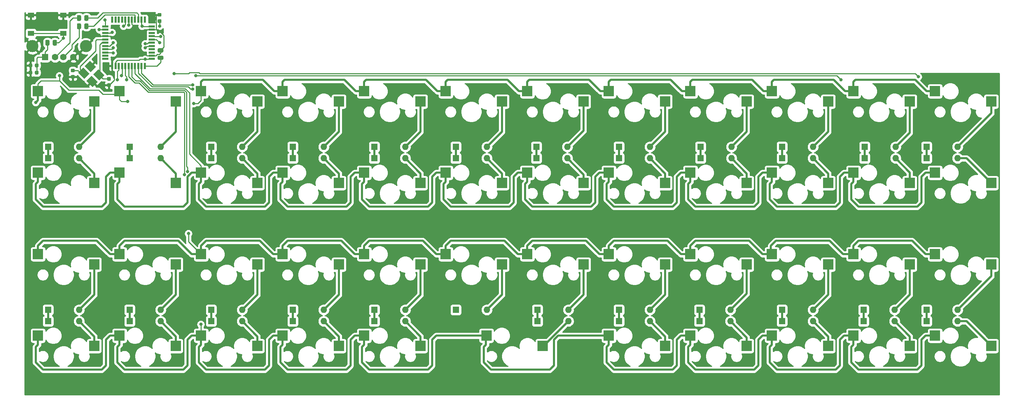
<source format=gbr>
G04 #@! TF.GenerationSoftware,KiCad,Pcbnew,5.1.12-84ad8e8a86~92~ubuntu20.04.1*
G04 #@! TF.CreationDate,2021-12-05T18:43:19-05:00*
G04 #@! TF.ProjectId,Keyboard_JPP,4b657962-6f61-4726-945f-4a50502e6b69,rev?*
G04 #@! TF.SameCoordinates,Original*
G04 #@! TF.FileFunction,Copper,L1,Top*
G04 #@! TF.FilePolarity,Positive*
%FSLAX46Y46*%
G04 Gerber Fmt 4.6, Leading zero omitted, Abs format (unit mm)*
G04 Created by KiCad (PCBNEW 5.1.12-84ad8e8a86~92~ubuntu20.04.1) date 2021-12-05 18:43:19*
%MOMM*%
%LPD*%
G01*
G04 APERTURE LIST*
G04 #@! TA.AperFunction,ComponentPad*
%ADD10O,1.600000X1.600000*%
G04 #@! TD*
G04 #@! TA.AperFunction,ComponentPad*
%ADD11R,1.600000X1.600000*%
G04 #@! TD*
G04 #@! TA.AperFunction,SMDPad,CuDef*
%ADD12C,0.100000*%
G04 #@! TD*
G04 #@! TA.AperFunction,SMDPad,CuDef*
%ADD13R,1.500000X0.550000*%
G04 #@! TD*
G04 #@! TA.AperFunction,SMDPad,CuDef*
%ADD14R,0.550000X1.500000*%
G04 #@! TD*
G04 #@! TA.AperFunction,SMDPad,CuDef*
%ADD15R,2.550000X2.500000*%
G04 #@! TD*
G04 #@! TA.AperFunction,SMDPad,CuDef*
%ADD16R,1.550000X1.300000*%
G04 #@! TD*
G04 #@! TA.AperFunction,ComponentPad*
%ADD17C,1.600000*%
G04 #@! TD*
G04 #@! TA.AperFunction,ComponentPad*
%ADD18R,1.600000X1.500000*%
G04 #@! TD*
G04 #@! TA.AperFunction,ComponentPad*
%ADD19C,3.000000*%
G04 #@! TD*
G04 #@! TA.AperFunction,ViaPad*
%ADD20C,0.800000*%
G04 #@! TD*
G04 #@! TA.AperFunction,Conductor*
%ADD21C,0.250000*%
G04 #@! TD*
G04 #@! TA.AperFunction,Conductor*
%ADD22C,0.500000*%
G04 #@! TD*
G04 #@! TA.AperFunction,Conductor*
%ADD23C,0.254000*%
G04 #@! TD*
G04 #@! TA.AperFunction,Conductor*
%ADD24C,0.100000*%
G04 #@! TD*
G04 APERTURE END LIST*
D10*
X161544000Y-109220000D03*
D11*
X153924000Y-109220000D03*
D10*
X141478000Y-69088000D03*
D11*
X133858000Y-69088000D03*
G04 #@! TA.AperFunction,SMDPad,CuDef*
D12*
G36*
X45745122Y-53059022D02*
G01*
X44472330Y-54331814D01*
X42987406Y-52846890D01*
X44260198Y-51574098D01*
X45745122Y-53059022D01*
G37*
G04 #@! TD.AperFunction*
G04 #@! TA.AperFunction,SMDPad,CuDef*
G36*
X43694512Y-51008412D02*
G01*
X42421720Y-52281204D01*
X40936796Y-50796280D01*
X42209588Y-49523488D01*
X43694512Y-51008412D01*
G37*
G04 #@! TD.AperFunction*
G04 #@! TA.AperFunction,SMDPad,CuDef*
G36*
X45320858Y-49382066D02*
G01*
X44048066Y-50654858D01*
X42563142Y-49169934D01*
X43835934Y-47897142D01*
X45320858Y-49382066D01*
G37*
G04 #@! TD.AperFunction*
G04 #@! TA.AperFunction,SMDPad,CuDef*
G36*
X47371468Y-51432676D02*
G01*
X46098676Y-52705468D01*
X44613752Y-51220544D01*
X45886544Y-49947752D01*
X47371468Y-51432676D01*
G37*
G04 #@! TD.AperFunction*
D13*
X59040000Y-39434000D03*
X59040000Y-40234000D03*
X59040000Y-41034000D03*
X59040000Y-41834000D03*
X59040000Y-42634000D03*
X59040000Y-43434000D03*
X59040000Y-44234000D03*
X59040000Y-45034000D03*
X59040000Y-45834000D03*
X59040000Y-46634000D03*
X59040000Y-47434000D03*
D14*
X57340000Y-49134000D03*
X56540000Y-49134000D03*
X55740000Y-49134000D03*
X54940000Y-49134000D03*
X54140000Y-49134000D03*
X53340000Y-49134000D03*
X52540000Y-49134000D03*
X51740000Y-49134000D03*
X50940000Y-49134000D03*
X50140000Y-49134000D03*
X49340000Y-49134000D03*
D13*
X47640000Y-47434000D03*
X47640000Y-46634000D03*
X47640000Y-45834000D03*
X47640000Y-45034000D03*
X47640000Y-44234000D03*
X47640000Y-43434000D03*
X47640000Y-42634000D03*
X47640000Y-41834000D03*
X47640000Y-41034000D03*
X47640000Y-40234000D03*
X47640000Y-39434000D03*
D14*
X49340000Y-37734000D03*
X50140000Y-37734000D03*
X50940000Y-37734000D03*
X51740000Y-37734000D03*
X52540000Y-37734000D03*
X53340000Y-37734000D03*
X54140000Y-37734000D03*
X54940000Y-37734000D03*
X55740000Y-37734000D03*
X56540000Y-37734000D03*
X57340000Y-37734000D03*
D15*
X44898000Y-118110000D03*
X31048000Y-115570000D03*
X44898000Y-98044000D03*
X31048000Y-95504000D03*
X44898000Y-77978000D03*
X31048000Y-75438000D03*
X44898000Y-57912000D03*
X31048000Y-55372000D03*
X64964000Y-118110000D03*
X51114000Y-115570000D03*
X64964000Y-98044000D03*
X51114000Y-95504000D03*
X64964000Y-77978000D03*
X51114000Y-75438000D03*
X64964000Y-57912000D03*
X51114000Y-55372000D03*
X85030000Y-118110000D03*
X71180000Y-115570000D03*
X85030000Y-98044000D03*
X71180000Y-95504000D03*
X85030000Y-77978000D03*
X71180000Y-75438000D03*
X85030000Y-57912000D03*
X71180000Y-55372000D03*
X105096000Y-118110000D03*
X91246000Y-115570000D03*
X105096000Y-98044000D03*
X91246000Y-95504000D03*
X105096000Y-77978000D03*
X91246000Y-75438000D03*
X105096000Y-57912000D03*
X91246000Y-55372000D03*
X125162000Y-118110000D03*
X111312000Y-115570000D03*
X125162000Y-98044000D03*
X111312000Y-95504000D03*
X125162000Y-77978000D03*
X111312000Y-75438000D03*
X125162000Y-57912000D03*
X111312000Y-55372000D03*
X145228000Y-98044000D03*
X131378000Y-95504000D03*
X145228000Y-77978000D03*
X131378000Y-75438000D03*
X145228000Y-57912000D03*
X131378000Y-55372000D03*
X155261000Y-118110000D03*
X141411000Y-115570000D03*
X165294000Y-98044000D03*
X151444000Y-95504000D03*
X165294000Y-77978000D03*
X151444000Y-75438000D03*
X165294000Y-57912000D03*
X151444000Y-55372000D03*
X185360000Y-118110000D03*
X171510000Y-115570000D03*
X185360000Y-98044000D03*
X171510000Y-95504000D03*
X185360000Y-77978000D03*
X171510000Y-75438000D03*
X185360000Y-57912000D03*
X171510000Y-55372000D03*
X205426000Y-118110000D03*
X191576000Y-115570000D03*
X205426000Y-98044000D03*
X191576000Y-95504000D03*
X205426000Y-77978000D03*
X191576000Y-75438000D03*
X205426000Y-57912000D03*
X191576000Y-55372000D03*
X225492000Y-118110000D03*
X211642000Y-115570000D03*
X225492000Y-98044000D03*
X211642000Y-95504000D03*
X225492000Y-77978000D03*
X211642000Y-75438000D03*
X225492000Y-57912000D03*
X211642000Y-55372000D03*
X245558000Y-118110000D03*
X231708000Y-115570000D03*
X245558000Y-98044000D03*
X231708000Y-95504000D03*
X245558000Y-77978000D03*
X231708000Y-75438000D03*
X245558000Y-57912000D03*
X231708000Y-55372000D03*
X265624000Y-118110000D03*
X251774000Y-115570000D03*
X265624000Y-98044000D03*
X251774000Y-95504000D03*
X265624000Y-77978000D03*
X251774000Y-75438000D03*
X265624000Y-57912000D03*
X251774000Y-55372000D03*
D16*
X37249000Y-41112000D03*
X37249000Y-36612000D03*
X29299000Y-36612000D03*
X29299000Y-41112000D03*
G04 #@! TA.AperFunction,SMDPad,CuDef*
G36*
G01*
X60763999Y-46628000D02*
X61664001Y-46628000D01*
G75*
G02*
X61914000Y-46877999I0J-249999D01*
G01*
X61914000Y-47403001D01*
G75*
G02*
X61664001Y-47653000I-249999J0D01*
G01*
X60763999Y-47653000D01*
G75*
G02*
X60514000Y-47403001I0J249999D01*
G01*
X60514000Y-46877999D01*
G75*
G02*
X60763999Y-46628000I249999J0D01*
G01*
G37*
G04 #@! TD.AperFunction*
G04 #@! TA.AperFunction,SMDPad,CuDef*
G36*
G01*
X60763999Y-44803000D02*
X61664001Y-44803000D01*
G75*
G02*
X61914000Y-45052999I0J-249999D01*
G01*
X61914000Y-45578001D01*
G75*
G02*
X61664001Y-45828000I-249999J0D01*
G01*
X60763999Y-45828000D01*
G75*
G02*
X60514000Y-45578001I0J249999D01*
G01*
X60514000Y-45052999D01*
G75*
G02*
X60763999Y-44803000I249999J0D01*
G01*
G37*
G04 #@! TD.AperFunction*
G04 #@! TA.AperFunction,SMDPad,CuDef*
G36*
G01*
X41660500Y-36887999D02*
X41660500Y-37788001D01*
G75*
G02*
X41410501Y-38038000I-249999J0D01*
G01*
X40885499Y-38038000D01*
G75*
G02*
X40635500Y-37788001I0J249999D01*
G01*
X40635500Y-36887999D01*
G75*
G02*
X40885499Y-36638000I249999J0D01*
G01*
X41410501Y-36638000D01*
G75*
G02*
X41660500Y-36887999I0J-249999D01*
G01*
G37*
G04 #@! TD.AperFunction*
G04 #@! TA.AperFunction,SMDPad,CuDef*
G36*
G01*
X43485500Y-36887999D02*
X43485500Y-37788001D01*
G75*
G02*
X43235501Y-38038000I-249999J0D01*
G01*
X42710499Y-38038000D01*
G75*
G02*
X42460500Y-37788001I0J249999D01*
G01*
X42460500Y-36887999D01*
G75*
G02*
X42710499Y-36638000I249999J0D01*
G01*
X43235501Y-36638000D01*
G75*
G02*
X43485500Y-36887999I0J-249999D01*
G01*
G37*
G04 #@! TD.AperFunction*
G04 #@! TA.AperFunction,SMDPad,CuDef*
G36*
G01*
X41660500Y-38919999D02*
X41660500Y-39820001D01*
G75*
G02*
X41410501Y-40070000I-249999J0D01*
G01*
X40885499Y-40070000D01*
G75*
G02*
X40635500Y-39820001I0J249999D01*
G01*
X40635500Y-38919999D01*
G75*
G02*
X40885499Y-38670000I249999J0D01*
G01*
X41410501Y-38670000D01*
G75*
G02*
X41660500Y-38919999I0J-249999D01*
G01*
G37*
G04 #@! TD.AperFunction*
G04 #@! TA.AperFunction,SMDPad,CuDef*
G36*
G01*
X43485500Y-38919999D02*
X43485500Y-39820001D01*
G75*
G02*
X43235501Y-40070000I-249999J0D01*
G01*
X42710499Y-40070000D01*
G75*
G02*
X42460500Y-39820001I0J249999D01*
G01*
X42460500Y-38919999D01*
G75*
G02*
X42710499Y-38670000I249999J0D01*
G01*
X43235501Y-38670000D01*
G75*
G02*
X43485500Y-38919999I0J-249999D01*
G01*
G37*
G04 #@! TD.AperFunction*
G04 #@! TA.AperFunction,SMDPad,CuDef*
G36*
G01*
X34690000Y-43884001D02*
X34690000Y-42983999D01*
G75*
G02*
X34939999Y-42734000I249999J0D01*
G01*
X35465001Y-42734000D01*
G75*
G02*
X35715000Y-42983999I0J-249999D01*
G01*
X35715000Y-43884001D01*
G75*
G02*
X35465001Y-44134000I-249999J0D01*
G01*
X34939999Y-44134000D01*
G75*
G02*
X34690000Y-43884001I0J249999D01*
G01*
G37*
G04 #@! TD.AperFunction*
G04 #@! TA.AperFunction,SMDPad,CuDef*
G36*
G01*
X32865000Y-43884001D02*
X32865000Y-42983999D01*
G75*
G02*
X33114999Y-42734000I249999J0D01*
G01*
X33640001Y-42734000D01*
G75*
G02*
X33890000Y-42983999I0J-249999D01*
G01*
X33890000Y-43884001D01*
G75*
G02*
X33640001Y-44134000I-249999J0D01*
G01*
X33114999Y-44134000D01*
G75*
G02*
X32865000Y-43884001I0J249999D01*
G01*
G37*
G04 #@! TD.AperFunction*
D17*
X39766000Y-46990000D03*
X37266000Y-46990000D03*
X35266000Y-46990000D03*
D18*
X32766000Y-46990000D03*
D19*
X42836000Y-44280000D03*
X29696000Y-44280000D03*
D10*
X41148000Y-112014000D03*
D11*
X33528000Y-112014000D03*
D10*
X41148000Y-109220000D03*
D11*
X33528000Y-109220000D03*
D10*
X41148000Y-71882000D03*
D11*
X33528000Y-71882000D03*
D10*
X41148000Y-69088000D03*
D11*
X33528000Y-69088000D03*
D10*
X61214000Y-112014000D03*
D11*
X53594000Y-112014000D03*
D10*
X61214000Y-109220000D03*
D11*
X53594000Y-109220000D03*
D10*
X61214000Y-71882000D03*
D11*
X53594000Y-71882000D03*
D10*
X61214000Y-69088000D03*
D11*
X53594000Y-69088000D03*
D10*
X81280000Y-112014000D03*
D11*
X73660000Y-112014000D03*
D10*
X81280000Y-109220000D03*
D11*
X73660000Y-109220000D03*
D10*
X81280000Y-71882000D03*
D11*
X73660000Y-71882000D03*
D10*
X81280000Y-69088000D03*
D11*
X73660000Y-69088000D03*
D10*
X101346000Y-112014000D03*
D11*
X93726000Y-112014000D03*
D10*
X101346000Y-109220000D03*
D11*
X93726000Y-109220000D03*
D10*
X101346000Y-71882000D03*
D11*
X93726000Y-71882000D03*
D10*
X101346000Y-69088000D03*
D11*
X93726000Y-69088000D03*
D10*
X121412000Y-112014000D03*
D11*
X113792000Y-112014000D03*
D10*
X121412000Y-109220000D03*
D11*
X113792000Y-109220000D03*
D10*
X121412000Y-71882000D03*
D11*
X113792000Y-71882000D03*
D10*
X121412000Y-69088000D03*
D11*
X113792000Y-69088000D03*
D10*
X141478000Y-109220000D03*
D11*
X133858000Y-109220000D03*
D10*
X141478000Y-71882000D03*
D11*
X133858000Y-71882000D03*
D10*
X161544000Y-112014000D03*
D11*
X153924000Y-112014000D03*
D10*
X161290000Y-71882000D03*
D11*
X153670000Y-71882000D03*
D10*
X161290000Y-69088000D03*
D11*
X153670000Y-69088000D03*
D10*
X181610000Y-112014000D03*
D11*
X173990000Y-112014000D03*
D10*
X181610000Y-109220000D03*
D11*
X173990000Y-109220000D03*
D10*
X181610000Y-71882000D03*
D11*
X173990000Y-71882000D03*
D10*
X181610000Y-69088000D03*
D11*
X173990000Y-69088000D03*
D10*
X201422000Y-112014000D03*
D11*
X193802000Y-112014000D03*
D10*
X201422000Y-109220000D03*
D11*
X193802000Y-109220000D03*
D10*
X201676000Y-71882000D03*
D11*
X194056000Y-71882000D03*
D10*
X201676000Y-69088000D03*
D11*
X194056000Y-69088000D03*
D10*
X221742000Y-112014000D03*
D11*
X214122000Y-112014000D03*
D10*
X221742000Y-109220000D03*
D11*
X214122000Y-109220000D03*
D10*
X221742000Y-71882000D03*
D11*
X214122000Y-71882000D03*
D10*
X221742000Y-69088000D03*
D11*
X214122000Y-69088000D03*
D10*
X241808000Y-112014000D03*
D11*
X234188000Y-112014000D03*
D10*
X241808000Y-109220000D03*
D11*
X234188000Y-109220000D03*
D10*
X242062000Y-71882000D03*
D11*
X234442000Y-71882000D03*
D10*
X242062000Y-69088000D03*
D11*
X234442000Y-69088000D03*
D10*
X257302000Y-112014000D03*
D11*
X249682000Y-112014000D03*
D10*
X257302000Y-109220000D03*
D11*
X249682000Y-109220000D03*
D10*
X257302000Y-71882000D03*
D11*
X249682000Y-71882000D03*
D10*
X257302000Y-69088000D03*
D11*
X249682000Y-69088000D03*
G04 #@! TA.AperFunction,SMDPad,CuDef*
G36*
G01*
X39374000Y-51379000D02*
X39874000Y-51379000D01*
G75*
G02*
X40099000Y-51604000I0J-225000D01*
G01*
X40099000Y-52054000D01*
G75*
G02*
X39874000Y-52279000I-225000J0D01*
G01*
X39374000Y-52279000D01*
G75*
G02*
X39149000Y-52054000I0J225000D01*
G01*
X39149000Y-51604000D01*
G75*
G02*
X39374000Y-51379000I225000J0D01*
G01*
G37*
G04 #@! TD.AperFunction*
G04 #@! TA.AperFunction,SMDPad,CuDef*
G36*
G01*
X39374000Y-49829000D02*
X39874000Y-49829000D01*
G75*
G02*
X40099000Y-50054000I0J-225000D01*
G01*
X40099000Y-50504000D01*
G75*
G02*
X39874000Y-50729000I-225000J0D01*
G01*
X39374000Y-50729000D01*
G75*
G02*
X39149000Y-50504000I0J225000D01*
G01*
X39149000Y-50054000D01*
G75*
G02*
X39374000Y-49829000I225000J0D01*
G01*
G37*
G04 #@! TD.AperFunction*
G04 #@! TA.AperFunction,SMDPad,CuDef*
G36*
G01*
X48264000Y-53424000D02*
X48764000Y-53424000D01*
G75*
G02*
X48989000Y-53649000I0J-225000D01*
G01*
X48989000Y-54099000D01*
G75*
G02*
X48764000Y-54324000I-225000J0D01*
G01*
X48264000Y-54324000D01*
G75*
G02*
X48039000Y-54099000I0J225000D01*
G01*
X48039000Y-53649000D01*
G75*
G02*
X48264000Y-53424000I225000J0D01*
G01*
G37*
G04 #@! TD.AperFunction*
G04 #@! TA.AperFunction,SMDPad,CuDef*
G36*
G01*
X48264000Y-51874000D02*
X48764000Y-51874000D01*
G75*
G02*
X48989000Y-52099000I0J-225000D01*
G01*
X48989000Y-52549000D01*
G75*
G02*
X48764000Y-52774000I-225000J0D01*
G01*
X48264000Y-52774000D01*
G75*
G02*
X48039000Y-52549000I0J225000D01*
G01*
X48039000Y-52099000D01*
G75*
G02*
X48264000Y-51874000I225000J0D01*
G01*
G37*
G04 #@! TD.AperFunction*
G04 #@! TA.AperFunction,SMDPad,CuDef*
G36*
G01*
X29647000Y-50550000D02*
X29647000Y-51050000D01*
G75*
G02*
X29422000Y-51275000I-225000J0D01*
G01*
X28972000Y-51275000D01*
G75*
G02*
X28747000Y-51050000I0J225000D01*
G01*
X28747000Y-50550000D01*
G75*
G02*
X28972000Y-50325000I225000J0D01*
G01*
X29422000Y-50325000D01*
G75*
G02*
X29647000Y-50550000I0J-225000D01*
G01*
G37*
G04 #@! TD.AperFunction*
G04 #@! TA.AperFunction,SMDPad,CuDef*
G36*
G01*
X31197000Y-50550000D02*
X31197000Y-51050000D01*
G75*
G02*
X30972000Y-51275000I-225000J0D01*
G01*
X30522000Y-51275000D01*
G75*
G02*
X30297000Y-51050000I0J225000D01*
G01*
X30297000Y-50550000D01*
G75*
G02*
X30522000Y-50325000I225000J0D01*
G01*
X30972000Y-50325000D01*
G75*
G02*
X31197000Y-50550000I0J-225000D01*
G01*
G37*
G04 #@! TD.AperFunction*
G04 #@! TA.AperFunction,SMDPad,CuDef*
G36*
G01*
X29647000Y-48772000D02*
X29647000Y-49272000D01*
G75*
G02*
X29422000Y-49497000I-225000J0D01*
G01*
X28972000Y-49497000D01*
G75*
G02*
X28747000Y-49272000I0J225000D01*
G01*
X28747000Y-48772000D01*
G75*
G02*
X28972000Y-48547000I225000J0D01*
G01*
X29422000Y-48547000D01*
G75*
G02*
X29647000Y-48772000I0J-225000D01*
G01*
G37*
G04 #@! TD.AperFunction*
G04 #@! TA.AperFunction,SMDPad,CuDef*
G36*
G01*
X31197000Y-48772000D02*
X31197000Y-49272000D01*
G75*
G02*
X30972000Y-49497000I-225000J0D01*
G01*
X30522000Y-49497000D01*
G75*
G02*
X30297000Y-49272000I0J225000D01*
G01*
X30297000Y-48772000D01*
G75*
G02*
X30522000Y-48547000I225000J0D01*
G01*
X30972000Y-48547000D01*
G75*
G02*
X31197000Y-48772000I0J-225000D01*
G01*
G37*
G04 #@! TD.AperFunction*
G04 #@! TA.AperFunction,SMDPad,CuDef*
G36*
G01*
X61210000Y-37013000D02*
X60710000Y-37013000D01*
G75*
G02*
X60485000Y-36788000I0J225000D01*
G01*
X60485000Y-36338000D01*
G75*
G02*
X60710000Y-36113000I225000J0D01*
G01*
X61210000Y-36113000D01*
G75*
G02*
X61435000Y-36338000I0J-225000D01*
G01*
X61435000Y-36788000D01*
G75*
G02*
X61210000Y-37013000I-225000J0D01*
G01*
G37*
G04 #@! TD.AperFunction*
G04 #@! TA.AperFunction,SMDPad,CuDef*
G36*
G01*
X61210000Y-38563000D02*
X60710000Y-38563000D01*
G75*
G02*
X60485000Y-38338000I0J225000D01*
G01*
X60485000Y-37888000D01*
G75*
G02*
X60710000Y-37663000I225000J0D01*
G01*
X61210000Y-37663000D01*
G75*
G02*
X61435000Y-37888000I0J-225000D01*
G01*
X61435000Y-38338000D01*
G75*
G02*
X61210000Y-38563000I-225000J0D01*
G01*
G37*
G04 #@! TD.AperFunction*
D20*
X69850000Y-51562000D03*
X39624000Y-53086000D03*
X45212000Y-46990000D03*
X37338000Y-38100000D03*
X49530000Y-43434000D03*
X49530000Y-44704000D03*
X49530000Y-45974000D03*
X57404000Y-47498000D03*
X60960000Y-43434000D03*
X57404000Y-43688000D03*
X61214000Y-41910000D03*
X56642000Y-39370000D03*
X60960000Y-39370000D03*
X53340000Y-39116000D03*
X49276000Y-40894000D03*
X52070000Y-39370000D03*
X36322000Y-51562000D03*
X47498000Y-37846000D03*
X51562000Y-51562000D03*
X50546000Y-52578000D03*
X64516000Y-51054000D03*
X69088000Y-54864000D03*
X228600000Y-52578000D03*
X68072000Y-90424000D03*
X67818000Y-75184000D03*
X71120000Y-112776000D03*
X247650000Y-51816000D03*
X57404000Y-44704000D03*
X69088000Y-53848000D03*
X52832000Y-52578000D03*
X37249000Y-42329000D03*
X46126000Y-40234000D03*
X30480000Y-58166000D03*
X53086000Y-57912000D03*
X69342000Y-58420000D03*
X67056000Y-75946000D03*
D21*
X39624000Y-51829000D02*
X39624000Y-53086000D01*
X37249000Y-38011000D02*
X37338000Y-38100000D01*
X37249000Y-36612000D02*
X37249000Y-38011000D01*
X37249000Y-36612000D02*
X29299000Y-36612000D01*
X61214000Y-45315500D02*
X61214000Y-45466000D01*
X59040000Y-40234000D02*
X57810000Y-40234000D01*
X54140000Y-37734000D02*
X54140000Y-38900000D01*
X54140000Y-38900000D02*
X54356000Y-39116000D01*
X59040000Y-40234000D02*
X60096000Y-40234000D01*
X47640000Y-41834000D02*
X45288000Y-41834000D01*
X42842000Y-44280000D02*
X42836000Y-44280000D01*
X45288000Y-41834000D02*
X42842000Y-44280000D01*
X47640000Y-41834000D02*
X48946000Y-41834000D01*
X48946000Y-41834000D02*
X49276000Y-42164000D01*
X59040000Y-46634000D02*
X57760000Y-46634000D01*
X60046000Y-46634000D02*
X59040000Y-46634000D01*
X61214000Y-45974000D02*
X60885010Y-46302990D01*
X60377010Y-46302990D02*
X60046000Y-46634000D01*
X60885010Y-46302990D02*
X60377010Y-46302990D01*
X61214000Y-45315500D02*
X61214000Y-45974000D01*
X61214000Y-45315500D02*
X61976000Y-44553500D01*
X60611002Y-40234000D02*
X60096000Y-40234000D01*
X61976000Y-41598998D02*
X60611002Y-40234000D01*
X61976000Y-44553500D02*
X61976000Y-41598998D01*
X60211000Y-36563000D02*
X60960000Y-36563000D01*
X60115001Y-36658999D02*
X60211000Y-36563000D01*
X60115001Y-40214999D02*
X60115001Y-36658999D01*
X60096000Y-40234000D02*
X60115001Y-40214999D01*
D22*
X49340000Y-49134000D02*
X49340000Y-48070000D01*
D21*
X49340000Y-49134000D02*
X49340000Y-51118000D01*
X49340000Y-51118000D02*
X49784000Y-51562000D01*
X49784000Y-52604000D02*
X48514000Y-53874000D01*
X49784000Y-51562000D02*
X49784000Y-52604000D01*
X45287308Y-53874000D02*
X48514000Y-53874000D01*
X44366264Y-52952956D02*
X45287308Y-53874000D01*
X45212000Y-48006000D02*
X43942000Y-49276000D01*
X45212000Y-46990000D02*
X45212000Y-48006000D01*
X60960000Y-38113000D02*
X60960000Y-39370000D01*
X53340000Y-37734000D02*
X53340000Y-39116000D01*
X52540000Y-38900000D02*
X52070000Y-39370000D01*
X52540000Y-37734000D02*
X52540000Y-38900000D01*
X49136000Y-41034000D02*
X49276000Y-40894000D01*
X47640000Y-41034000D02*
X49136000Y-41034000D01*
X56540000Y-39268000D02*
X56642000Y-39370000D01*
X56540000Y-37734000D02*
X56540000Y-39268000D01*
X56706000Y-39434000D02*
X56642000Y-39370000D01*
X59040000Y-39434000D02*
X56706000Y-39434000D01*
X32766000Y-46990000D02*
X32766000Y-45720000D01*
X33377500Y-45108500D02*
X33377500Y-43434000D01*
X32766000Y-45720000D02*
X33377500Y-45108500D01*
X32766000Y-46990000D02*
X30988000Y-46990000D01*
X30747000Y-47231000D02*
X30747000Y-49022000D01*
X30988000Y-46990000D02*
X30747000Y-47231000D01*
X30747000Y-50800000D02*
X30747000Y-49022000D01*
X58976000Y-47498000D02*
X59040000Y-47434000D01*
X57404000Y-47498000D02*
X58976000Y-47498000D01*
X50140000Y-49134000D02*
X50140000Y-48158000D01*
X50140000Y-48158000D02*
X50546000Y-47752000D01*
X57404000Y-47498000D02*
X56134000Y-47498000D01*
X55880000Y-47752000D02*
X50546000Y-47752000D01*
X56134000Y-47498000D02*
X55880000Y-47752000D01*
X47640000Y-43434000D02*
X46736000Y-43434000D01*
X46288478Y-43881522D02*
X46288478Y-50504132D01*
X46736000Y-43434000D02*
X46288478Y-43881522D01*
X48260000Y-52311000D02*
X48095346Y-52311000D01*
X46990000Y-52324000D02*
X45992610Y-51326610D01*
X48514000Y-52324000D02*
X46990000Y-52324000D01*
X42412390Y-50279000D02*
X42611522Y-50079868D01*
X42611522Y-50079868D02*
X41891390Y-50800000D01*
X41402000Y-49988692D02*
X42315654Y-50902346D01*
X45212000Y-45466000D02*
X41402000Y-49276000D01*
X41402000Y-49276000D02*
X41402000Y-49988692D01*
X45504000Y-42634000D02*
X45212000Y-42926000D01*
X45212000Y-42926000D02*
X45212000Y-45466000D01*
X47640000Y-42634000D02*
X45504000Y-42634000D01*
X39624000Y-50279000D02*
X40881000Y-50279000D01*
X41504346Y-50902346D02*
X42315654Y-50902346D01*
X40881000Y-50279000D02*
X41504346Y-50902346D01*
D22*
X249682000Y-109220000D02*
X249682000Y-112014000D01*
X249682000Y-69088000D02*
X249682000Y-71882000D01*
D21*
X68072000Y-51054000D02*
X64516000Y-51054000D01*
X68326000Y-50800000D02*
X68072000Y-51054000D01*
X70612000Y-50800000D02*
X68326000Y-50800000D01*
X70866000Y-51054000D02*
X70612000Y-50800000D01*
X246888000Y-51054000D02*
X70866000Y-51054000D01*
X247650000Y-51816000D02*
X246888000Y-51054000D01*
X59116000Y-41910000D02*
X59040000Y-41834000D01*
X61214000Y-41910000D02*
X59116000Y-41910000D01*
D22*
X265624000Y-60766000D02*
X257302000Y-69088000D01*
X265624000Y-57912000D02*
X265624000Y-60766000D01*
X259528000Y-71882000D02*
X257302000Y-71882000D01*
X265624000Y-77978000D02*
X259528000Y-71882000D01*
X265624000Y-100898000D02*
X257302000Y-109220000D01*
X265624000Y-98044000D02*
X265624000Y-100898000D01*
X259528000Y-112014000D02*
X257302000Y-112014000D01*
X265624000Y-118110000D02*
X259528000Y-112014000D01*
X234188000Y-109220000D02*
X234188000Y-112014000D01*
X234442000Y-69088000D02*
X234442000Y-71882000D01*
D21*
X227584000Y-51562000D02*
X228600000Y-52578000D01*
X69850000Y-51562000D02*
X227584000Y-51562000D01*
X60160000Y-42634000D02*
X59040000Y-42634000D01*
X60960000Y-43434000D02*
X60160000Y-42634000D01*
D22*
X245558000Y-65592000D02*
X242062000Y-69088000D01*
X245558000Y-57912000D02*
X245558000Y-65592000D01*
X245558000Y-75378000D02*
X242062000Y-71882000D01*
X245558000Y-77978000D02*
X245558000Y-75378000D01*
X245558000Y-105470000D02*
X241808000Y-109220000D01*
X245558000Y-98044000D02*
X245558000Y-105470000D01*
X245558000Y-115764000D02*
X241808000Y-112014000D01*
X245558000Y-118110000D02*
X245558000Y-115764000D01*
X214122000Y-109220000D02*
X214122000Y-112014000D01*
X214122000Y-69088000D02*
X214122000Y-71882000D01*
D21*
X57404000Y-43688000D02*
X57912000Y-43688000D01*
X58166000Y-43434000D02*
X59040000Y-43434000D01*
X57912000Y-43688000D02*
X58166000Y-43434000D01*
D22*
X225492000Y-65338000D02*
X221742000Y-69088000D01*
X225492000Y-57912000D02*
X225492000Y-65338000D01*
X225492000Y-75632000D02*
X221742000Y-71882000D01*
X225492000Y-77978000D02*
X225492000Y-75632000D01*
X225492000Y-105470000D02*
X221742000Y-109220000D01*
X225492000Y-98044000D02*
X225492000Y-105470000D01*
X225492000Y-115764000D02*
X221742000Y-112014000D01*
X225492000Y-118110000D02*
X225492000Y-115764000D01*
X193802000Y-109220000D02*
X193802000Y-112014000D01*
X194056000Y-69088000D02*
X194056000Y-71882000D01*
D21*
X58969999Y-44304001D02*
X59040000Y-44234000D01*
X57803999Y-44304001D02*
X58969999Y-44304001D01*
X57404000Y-44704000D02*
X57803999Y-44304001D01*
D22*
X205426000Y-65338000D02*
X201676000Y-69088000D01*
X205426000Y-57912000D02*
X205426000Y-65338000D01*
X205426000Y-75632000D02*
X201676000Y-71882000D01*
X205426000Y-77978000D02*
X205426000Y-75632000D01*
X205426000Y-105216000D02*
X201422000Y-109220000D01*
X205426000Y-98044000D02*
X205426000Y-105216000D01*
X205426000Y-116018000D02*
X201422000Y-112014000D01*
X205426000Y-118110000D02*
X205426000Y-116018000D01*
X173990000Y-109220000D02*
X173990000Y-112014000D01*
X173990000Y-69088000D02*
X173990000Y-71882000D01*
D21*
X69065960Y-53825960D02*
X69088000Y-53848000D01*
X59413960Y-53825960D02*
X69065960Y-53825960D01*
X56540000Y-50952000D02*
X59413960Y-53825960D01*
X56540000Y-49134000D02*
X56540000Y-50952000D01*
D22*
X185360000Y-65338000D02*
X181610000Y-69088000D01*
X185360000Y-57912000D02*
X185360000Y-65338000D01*
X185360000Y-75632000D02*
X181610000Y-71882000D01*
X185360000Y-77978000D02*
X185360000Y-75632000D01*
X185360000Y-105470000D02*
X181610000Y-109220000D01*
X185360000Y-98044000D02*
X185360000Y-105470000D01*
X185360000Y-115764000D02*
X181610000Y-112014000D01*
X185360000Y-118110000D02*
X185360000Y-115764000D01*
X153924000Y-112014000D02*
X153924000Y-109220000D01*
X153670000Y-69088000D02*
X153670000Y-71882000D01*
D21*
X69030998Y-54864000D02*
X69088000Y-54864000D01*
X69088000Y-54864000D02*
X68580000Y-54864000D01*
X55740000Y-49134000D02*
X55740000Y-50914000D01*
X55740000Y-50914000D02*
X59101970Y-54275970D01*
X67991970Y-54275970D02*
X68072000Y-54356000D01*
X59101970Y-54275970D02*
X67991970Y-54275970D01*
X68580000Y-54864000D02*
X68072000Y-54356000D01*
D22*
X165294000Y-65084000D02*
X161290000Y-69088000D01*
X165294000Y-57912000D02*
X165294000Y-65084000D01*
X165294000Y-75886000D02*
X161290000Y-71882000D01*
X165294000Y-77978000D02*
X165294000Y-75886000D01*
X165294000Y-105470000D02*
X161544000Y-109220000D01*
X165294000Y-98044000D02*
X165294000Y-105470000D01*
X155448000Y-118110000D02*
X155261000Y-118110000D01*
X161544000Y-112014000D02*
X155448000Y-118110000D01*
X133858000Y-69088000D02*
X133858000Y-71882000D01*
D21*
X52540000Y-49134000D02*
X52540000Y-51524000D01*
X52832000Y-51816000D02*
X52832000Y-52578000D01*
X52540000Y-51524000D02*
X52832000Y-51816000D01*
D22*
X145228000Y-65338000D02*
X141478000Y-69088000D01*
X145228000Y-57912000D02*
X145228000Y-65338000D01*
X145228000Y-75632000D02*
X141478000Y-71882000D01*
X145228000Y-77978000D02*
X145228000Y-75632000D01*
X145228000Y-105470000D02*
X141478000Y-109220000D01*
X145228000Y-98044000D02*
X145228000Y-105470000D01*
X113792000Y-112014000D02*
X113792000Y-109220000D01*
X113792000Y-69088000D02*
X113792000Y-71882000D01*
D21*
X51740000Y-51384000D02*
X51562000Y-51562000D01*
X51740000Y-49134000D02*
X51740000Y-51384000D01*
D22*
X125162000Y-65338000D02*
X121412000Y-69088000D01*
X125162000Y-57912000D02*
X125162000Y-65338000D01*
X125162000Y-75632000D02*
X121412000Y-71882000D01*
X125162000Y-77978000D02*
X125162000Y-75632000D01*
X125162000Y-105470000D02*
X121412000Y-109220000D01*
X125162000Y-98044000D02*
X125162000Y-105470000D01*
X125162000Y-115764000D02*
X121412000Y-112014000D01*
X125162000Y-118110000D02*
X125162000Y-115764000D01*
X93726000Y-112014000D02*
X93726000Y-109220000D01*
X93726000Y-69088000D02*
X93726000Y-71882000D01*
D21*
X50546000Y-50528000D02*
X50546000Y-52578000D01*
X50940000Y-50134000D02*
X50546000Y-50528000D01*
X50940000Y-49134000D02*
X50940000Y-50134000D01*
D22*
X105096000Y-65338000D02*
X101346000Y-69088000D01*
X105096000Y-57912000D02*
X105096000Y-65338000D01*
X105096000Y-75632000D02*
X101346000Y-71882000D01*
X105096000Y-77978000D02*
X105096000Y-75632000D01*
X105096000Y-105470000D02*
X101346000Y-109220000D01*
X105096000Y-98044000D02*
X105096000Y-105470000D01*
X105096000Y-115764000D02*
X101346000Y-112014000D01*
X105096000Y-118110000D02*
X105096000Y-115764000D01*
X73660000Y-112014000D02*
X73660000Y-109220000D01*
X73660000Y-69088000D02*
X73660000Y-71882000D01*
D21*
X48730000Y-44234000D02*
X49530000Y-43434000D01*
X47640000Y-44234000D02*
X48730000Y-44234000D01*
D22*
X85030000Y-65338000D02*
X81280000Y-69088000D01*
X85030000Y-57912000D02*
X85030000Y-65338000D01*
X85030000Y-75632000D02*
X81280000Y-71882000D01*
X85030000Y-77978000D02*
X85030000Y-75632000D01*
X85030000Y-105470000D02*
X81280000Y-109220000D01*
X85030000Y-98044000D02*
X85030000Y-105470000D01*
X85030000Y-115764000D02*
X81280000Y-112014000D01*
X85030000Y-118110000D02*
X85030000Y-115764000D01*
X53594000Y-112014000D02*
X53594000Y-109220000D01*
X53594000Y-69088000D02*
X53594000Y-71882000D01*
D21*
X49200000Y-45034000D02*
X49530000Y-44704000D01*
X47640000Y-45034000D02*
X49200000Y-45034000D01*
D22*
X64964000Y-65338000D02*
X61214000Y-69088000D01*
X64964000Y-57912000D02*
X64964000Y-65338000D01*
X64964000Y-75632000D02*
X61214000Y-71882000D01*
X64964000Y-77978000D02*
X64964000Y-75632000D01*
X64964000Y-105470000D02*
X61214000Y-109220000D01*
X64964000Y-98044000D02*
X64964000Y-105470000D01*
X64964000Y-115764000D02*
X61214000Y-112014000D01*
X64964000Y-118110000D02*
X64964000Y-115764000D01*
X33528000Y-112014000D02*
X33528000Y-109220000D01*
X33528000Y-69088000D02*
X33528000Y-71882000D01*
D21*
X49390000Y-45834000D02*
X49530000Y-45974000D01*
X47640000Y-45834000D02*
X49390000Y-45834000D01*
D22*
X44898000Y-65338000D02*
X41148000Y-69088000D01*
X44898000Y-57912000D02*
X44898000Y-65338000D01*
X44898000Y-75632000D02*
X41148000Y-71882000D01*
X44898000Y-77978000D02*
X44898000Y-75632000D01*
X44898000Y-105470000D02*
X41148000Y-109220000D01*
X44898000Y-98044000D02*
X44898000Y-105470000D01*
X44898000Y-115764000D02*
X41148000Y-112014000D01*
X44898000Y-118110000D02*
X44898000Y-115764000D01*
D21*
X41148000Y-37338000D02*
X39624000Y-37338000D01*
X39624000Y-37338000D02*
X38862000Y-38100000D01*
X38862000Y-43394000D02*
X35266000Y-46990000D01*
X38862000Y-38100000D02*
X38862000Y-43394000D01*
X41148000Y-39370000D02*
X41148000Y-42164000D01*
X41148000Y-42164000D02*
X39370000Y-43942000D01*
X39370000Y-44886000D02*
X37266000Y-46990000D01*
X39370000Y-43942000D02*
X39370000Y-44886000D01*
X37249000Y-41112000D02*
X37249000Y-42329000D01*
X37249000Y-42329000D02*
X37249000Y-42329000D01*
X47640000Y-40234000D02*
X46126000Y-40234000D01*
X46126000Y-40234000D02*
X46126000Y-40234000D01*
X37249000Y-41112000D02*
X29299000Y-41112000D01*
X36144000Y-43434000D02*
X37249000Y-42329000D01*
X35202500Y-43434000D02*
X36144000Y-43434000D01*
X44704000Y-39370000D02*
X42973000Y-39370000D01*
X47498000Y-36576000D02*
X44704000Y-39370000D01*
X54864000Y-36576000D02*
X47498000Y-36576000D01*
X54940000Y-36652000D02*
X54864000Y-36576000D01*
X54940000Y-37734000D02*
X54940000Y-36652000D01*
X45720000Y-37338000D02*
X42973000Y-37338000D01*
X46990000Y-36068000D02*
X45720000Y-37338000D01*
X55372000Y-36068000D02*
X46990000Y-36068000D01*
X55740000Y-36436000D02*
X55372000Y-36068000D01*
X55740000Y-37734000D02*
X55740000Y-36436000D01*
X57340000Y-49134000D02*
X60340000Y-49134000D01*
X61214000Y-48260000D02*
X61214000Y-47140500D01*
X60340000Y-49134000D02*
X61214000Y-48260000D01*
D22*
X231708000Y-53026000D02*
X231708000Y-55372000D01*
X246888000Y-52578000D02*
X232156000Y-52578000D01*
X249682000Y-55372000D02*
X246888000Y-52578000D01*
X232156000Y-52578000D02*
X231708000Y-53026000D01*
X251774000Y-55372000D02*
X249682000Y-55372000D01*
X229616000Y-55372000D02*
X226822000Y-52578000D01*
X211642000Y-53026000D02*
X211642000Y-55372000D01*
X226822000Y-52578000D02*
X212090000Y-52578000D01*
X212090000Y-52578000D02*
X211642000Y-53026000D01*
X231708000Y-55372000D02*
X229616000Y-55372000D01*
X192024000Y-52578000D02*
X191576000Y-53026000D01*
X209550000Y-55372000D02*
X206756000Y-52578000D01*
X211642000Y-55372000D02*
X209550000Y-55372000D01*
X206756000Y-52578000D02*
X192024000Y-52578000D01*
X191576000Y-53026000D02*
X191576000Y-55372000D01*
X171958000Y-52578000D02*
X171510000Y-53026000D01*
X191576000Y-55372000D02*
X189484000Y-55372000D01*
X186690000Y-52578000D02*
X171958000Y-52578000D01*
X171510000Y-53026000D02*
X171510000Y-55372000D01*
X189484000Y-55372000D02*
X186690000Y-52578000D01*
X169418000Y-55372000D02*
X166624000Y-52578000D01*
X166624000Y-52578000D02*
X151892000Y-52578000D01*
X151892000Y-52578000D02*
X151444000Y-53026000D01*
X171510000Y-55372000D02*
X169418000Y-55372000D01*
X131378000Y-53026000D02*
X131378000Y-55372000D01*
X151444000Y-55372000D02*
X149352000Y-55372000D01*
X131826000Y-52578000D02*
X131378000Y-53026000D01*
X149352000Y-55372000D02*
X146558000Y-52578000D01*
X146558000Y-52578000D02*
X131826000Y-52578000D01*
X111312000Y-53026000D02*
X111312000Y-55372000D01*
X131378000Y-55372000D02*
X129286000Y-55372000D01*
X126492000Y-52578000D02*
X111760000Y-52578000D01*
X129286000Y-55372000D02*
X126492000Y-52578000D01*
X111760000Y-52578000D02*
X111312000Y-53026000D01*
X111312000Y-55372000D02*
X109220000Y-55372000D01*
X91246000Y-53026000D02*
X91246000Y-55372000D01*
X91694000Y-52578000D02*
X91246000Y-53026000D01*
X106426000Y-52578000D02*
X91694000Y-52578000D01*
X109220000Y-55372000D02*
X106426000Y-52578000D01*
X89154000Y-55372000D02*
X86360000Y-52578000D01*
X71628000Y-52578000D02*
X71180000Y-53026000D01*
X86360000Y-52578000D02*
X71628000Y-52578000D01*
X71180000Y-53026000D02*
X71180000Y-55372000D01*
X91246000Y-55372000D02*
X89154000Y-55372000D01*
X151444000Y-53026000D02*
X151444000Y-55372000D01*
X31048000Y-57598000D02*
X30480000Y-58166000D01*
X31048000Y-55372000D02*
X31048000Y-57598000D01*
D21*
X51114000Y-57464000D02*
X51114000Y-55372000D01*
X51562000Y-57912000D02*
X51114000Y-57464000D01*
X53086000Y-57912000D02*
X51562000Y-57912000D01*
X31750000Y-52832000D02*
X31048000Y-53534000D01*
X36322000Y-52832000D02*
X31750000Y-52832000D01*
X38608000Y-55118000D02*
X36322000Y-52832000D01*
X31048000Y-53534000D02*
X31048000Y-55372000D01*
X45974000Y-55118000D02*
X38608000Y-55118000D01*
X46990000Y-56134000D02*
X45974000Y-55118000D01*
X50352000Y-56134000D02*
X46990000Y-56134000D01*
X51114000Y-55372000D02*
X50352000Y-56134000D01*
X47640000Y-37988000D02*
X47498000Y-37846000D01*
X47640000Y-39434000D02*
X47640000Y-37988000D01*
X36322000Y-52832000D02*
X36322000Y-51562000D01*
X71180000Y-55372000D02*
X71180000Y-57598000D01*
X70358000Y-58420000D02*
X69342000Y-58420000D01*
X71180000Y-57598000D02*
X70358000Y-58420000D01*
D22*
X51054000Y-95444000D02*
X51114000Y-95504000D01*
X31048000Y-93412000D02*
X32258000Y-92202000D01*
X31048000Y-95504000D02*
X31048000Y-93412000D01*
X32258000Y-92202000D02*
X45466000Y-92202000D01*
X45466000Y-92202000D02*
X48768000Y-95504000D01*
X48768000Y-95504000D02*
X51114000Y-95504000D01*
X52324000Y-92202000D02*
X65532000Y-92202000D01*
X51114000Y-93412000D02*
X52324000Y-92202000D01*
X71120000Y-95444000D02*
X71180000Y-95504000D01*
X65532000Y-92202000D02*
X68834000Y-95504000D01*
X51114000Y-95504000D02*
X51114000Y-93412000D01*
X68834000Y-95504000D02*
X71180000Y-95504000D01*
X88900000Y-95504000D02*
X91246000Y-95504000D01*
X91186000Y-95444000D02*
X91246000Y-95504000D01*
X85598000Y-92202000D02*
X88900000Y-95504000D01*
X71180000Y-93412000D02*
X72390000Y-92202000D01*
X72390000Y-92202000D02*
X85598000Y-92202000D01*
X71180000Y-95504000D02*
X71180000Y-93412000D01*
X91246000Y-95504000D02*
X91246000Y-93412000D01*
X105664000Y-92202000D02*
X108966000Y-95504000D01*
X91246000Y-93412000D02*
X92456000Y-92202000D01*
X111252000Y-95444000D02*
X111312000Y-95504000D01*
X108966000Y-95504000D02*
X111312000Y-95504000D01*
X92456000Y-92202000D02*
X105664000Y-92202000D01*
X112522000Y-92202000D02*
X125730000Y-92202000D01*
X125730000Y-92202000D02*
X129032000Y-95504000D01*
X131318000Y-95444000D02*
X131378000Y-95504000D01*
X111312000Y-93412000D02*
X112522000Y-92202000D01*
X111312000Y-95504000D02*
X111312000Y-93412000D01*
X129032000Y-95504000D02*
X131378000Y-95504000D01*
X151384000Y-95444000D02*
X151444000Y-95504000D01*
X149098000Y-95504000D02*
X151444000Y-95504000D01*
X145796000Y-92202000D02*
X149098000Y-95504000D01*
X131378000Y-95504000D02*
X131378000Y-93412000D01*
X131378000Y-93412000D02*
X132588000Y-92202000D01*
X132588000Y-92202000D02*
X145796000Y-92202000D01*
X171450000Y-95444000D02*
X171510000Y-95504000D01*
X152654000Y-92202000D02*
X165862000Y-92202000D01*
X165862000Y-92202000D02*
X169164000Y-95504000D01*
X151444000Y-93412000D02*
X152654000Y-92202000D01*
X169164000Y-95504000D02*
X171510000Y-95504000D01*
X151444000Y-95504000D02*
X151444000Y-93412000D01*
X189230000Y-95504000D02*
X191576000Y-95504000D01*
X171510000Y-95504000D02*
X171510000Y-93412000D01*
X171510000Y-93412000D02*
X172720000Y-92202000D01*
X172720000Y-92202000D02*
X185928000Y-92202000D01*
X185928000Y-92202000D02*
X189230000Y-95504000D01*
X191516000Y-95444000D02*
X191576000Y-95504000D01*
X205994000Y-92202000D02*
X209296000Y-95504000D01*
X191576000Y-95504000D02*
X191576000Y-93412000D01*
X192786000Y-92202000D02*
X205994000Y-92202000D01*
X209296000Y-95504000D02*
X211642000Y-95504000D01*
X191576000Y-93412000D02*
X192786000Y-92202000D01*
X211582000Y-95444000D02*
X211642000Y-95504000D01*
X212598000Y-92202000D02*
X225806000Y-92202000D01*
X211388000Y-93412000D02*
X212598000Y-92202000D01*
X225806000Y-92202000D02*
X229108000Y-95504000D01*
X211388000Y-95504000D02*
X211388000Y-93412000D01*
X229108000Y-95504000D02*
X231454000Y-95504000D01*
X231394000Y-95444000D02*
X231454000Y-95504000D01*
X246126000Y-92202000D02*
X249428000Y-95504000D01*
X231708000Y-95504000D02*
X231708000Y-93412000D01*
X249428000Y-95504000D02*
X251774000Y-95504000D01*
X251714000Y-95444000D02*
X251774000Y-95504000D01*
X231708000Y-93412000D02*
X232918000Y-92202000D01*
X232918000Y-92202000D02*
X246126000Y-92202000D01*
X48768000Y-115570000D02*
X51114000Y-115570000D01*
X47752000Y-122936000D02*
X47752000Y-116586000D01*
X46736000Y-123952000D02*
X47752000Y-122936000D01*
X32258000Y-123952000D02*
X46736000Y-123952000D01*
X30480000Y-122174000D02*
X32258000Y-123952000D01*
X30480000Y-118364000D02*
X30480000Y-122174000D01*
X31048000Y-117796000D02*
X30480000Y-118364000D01*
X47752000Y-116586000D02*
X48768000Y-115570000D01*
X31048000Y-115570000D02*
X31048000Y-117796000D01*
X68834000Y-115570000D02*
X71180000Y-115570000D01*
X67818000Y-116586000D02*
X68834000Y-115570000D01*
X50546000Y-122174000D02*
X52324000Y-123952000D01*
X52324000Y-123952000D02*
X66802000Y-123952000D01*
X51114000Y-117796000D02*
X50546000Y-118364000D01*
X66802000Y-123952000D02*
X67818000Y-122936000D01*
X67818000Y-122936000D02*
X67818000Y-116586000D01*
X50546000Y-118364000D02*
X50546000Y-122174000D01*
X71180000Y-117796000D02*
X70612000Y-118364000D01*
X70612000Y-118364000D02*
X70612000Y-122174000D01*
X72390000Y-123952000D02*
X86868000Y-123952000D01*
X86868000Y-123952000D02*
X87884000Y-122936000D01*
X87884000Y-116586000D02*
X88900000Y-115570000D01*
X70612000Y-122174000D02*
X72390000Y-123952000D01*
X71180000Y-115570000D02*
X71180000Y-117796000D01*
X87884000Y-122936000D02*
X87884000Y-116586000D01*
X90678000Y-122174000D02*
X92456000Y-123952000D01*
X90678000Y-118364000D02*
X90678000Y-122174000D01*
X107950000Y-122936000D02*
X107950000Y-116586000D01*
X91246000Y-115570000D02*
X91246000Y-117796000D01*
X108966000Y-115570000D02*
X111312000Y-115570000D01*
X107950000Y-116586000D02*
X108966000Y-115570000D01*
X91246000Y-117796000D02*
X90678000Y-118364000D01*
X106934000Y-123952000D02*
X107950000Y-122936000D01*
X92456000Y-123952000D02*
X106934000Y-123952000D01*
X171510000Y-117796000D02*
X170942000Y-118364000D01*
X189230000Y-115570000D02*
X191576000Y-115570000D01*
X172720000Y-123952000D02*
X187198000Y-123952000D01*
X187198000Y-123952000D02*
X188214000Y-122936000D01*
X188214000Y-116586000D02*
X189230000Y-115570000D01*
X170942000Y-122174000D02*
X172720000Y-123952000D01*
X170942000Y-118364000D02*
X170942000Y-122174000D01*
X188214000Y-122936000D02*
X188214000Y-116586000D01*
X171510000Y-115570000D02*
X171510000Y-117796000D01*
X207264000Y-123952000D02*
X208280000Y-122936000D01*
X208280000Y-122936000D02*
X208280000Y-116586000D01*
X191008000Y-122174000D02*
X192786000Y-123952000D01*
X192786000Y-123952000D02*
X207264000Y-123952000D01*
X191576000Y-115570000D02*
X191576000Y-117796000D01*
X209296000Y-115570000D02*
X211642000Y-115570000D01*
X208280000Y-116586000D02*
X209296000Y-115570000D01*
X191576000Y-117796000D02*
X191008000Y-118364000D01*
X191008000Y-118364000D02*
X191008000Y-122174000D01*
X211642000Y-115570000D02*
X211642000Y-117796000D01*
X211642000Y-117796000D02*
X211074000Y-118364000D01*
X211074000Y-118364000D02*
X211074000Y-122174000D01*
X228346000Y-116586000D02*
X229362000Y-115570000D01*
X228346000Y-122936000D02*
X228346000Y-116586000D01*
X211074000Y-122174000D02*
X212852000Y-123952000D01*
X229362000Y-115570000D02*
X231708000Y-115570000D01*
X212852000Y-123952000D02*
X227330000Y-123952000D01*
X227330000Y-123952000D02*
X228346000Y-122936000D01*
X231708000Y-115570000D02*
X231708000Y-117796000D01*
X231708000Y-117796000D02*
X231140000Y-118364000D01*
X247396000Y-123952000D02*
X248412000Y-122936000D01*
X248412000Y-116586000D02*
X249428000Y-115570000D01*
X249428000Y-115570000D02*
X251774000Y-115570000D01*
X248412000Y-122936000D02*
X248412000Y-116586000D01*
X231140000Y-122174000D02*
X232918000Y-123952000D01*
X232918000Y-123952000D02*
X247396000Y-123952000D01*
X231140000Y-118364000D02*
X231140000Y-122174000D01*
X111312000Y-117796000D02*
X110744000Y-118364000D01*
X129032000Y-115570000D02*
X131378000Y-115570000D01*
X112522000Y-123952000D02*
X127000000Y-123952000D01*
X127000000Y-123952000D02*
X128016000Y-122936000D01*
X128016000Y-116586000D02*
X129032000Y-115570000D01*
X110744000Y-122174000D02*
X112522000Y-123952000D01*
X110744000Y-118364000D02*
X110744000Y-122174000D01*
X128016000Y-122936000D02*
X128016000Y-116586000D01*
X111312000Y-115570000D02*
X111312000Y-117796000D01*
X141284000Y-115570000D02*
X141284000Y-117796000D01*
X140716000Y-122174000D02*
X142494000Y-123952000D01*
X157988000Y-122936000D02*
X157988000Y-116586000D01*
X142494000Y-123952000D02*
X156972000Y-123952000D01*
X141284000Y-117796000D02*
X140716000Y-118364000D01*
X159004000Y-115570000D02*
X161350000Y-115570000D01*
X140716000Y-118364000D02*
X140716000Y-122174000D01*
X157988000Y-116586000D02*
X159004000Y-115570000D01*
X156972000Y-123952000D02*
X157988000Y-122936000D01*
X88900000Y-115570000D02*
X91246000Y-115570000D01*
X131378000Y-115570000D02*
X141411000Y-115570000D01*
X161350000Y-115570000D02*
X171510000Y-115570000D01*
X48768000Y-75438000D02*
X51114000Y-75438000D01*
X47752000Y-76454000D02*
X48768000Y-75438000D01*
X30480000Y-82042000D02*
X32258000Y-83820000D01*
X32258000Y-83820000D02*
X46736000Y-83820000D01*
X31048000Y-77664000D02*
X30480000Y-78232000D01*
X46736000Y-83820000D02*
X47752000Y-82804000D01*
X47752000Y-82804000D02*
X47752000Y-76454000D01*
X30480000Y-78232000D02*
X30480000Y-82042000D01*
X31048000Y-75438000D02*
X31048000Y-77664000D01*
X67818000Y-82804000D02*
X67818000Y-76454000D01*
X50546000Y-78232000D02*
X50546000Y-82042000D01*
X51114000Y-77664000D02*
X50546000Y-78232000D01*
X66802000Y-83820000D02*
X67818000Y-82804000D01*
X50546000Y-82042000D02*
X52324000Y-83820000D01*
X52324000Y-83820000D02*
X66802000Y-83820000D01*
X68834000Y-75438000D02*
X71180000Y-75438000D01*
X67818000Y-76454000D02*
X68834000Y-75438000D01*
X51114000Y-75438000D02*
X51114000Y-77664000D01*
X87884000Y-82804000D02*
X87884000Y-76454000D01*
X86868000Y-83820000D02*
X87884000Y-82804000D01*
X71180000Y-75438000D02*
X71180000Y-77664000D01*
X70612000Y-78232000D02*
X70612000Y-82042000D01*
X70612000Y-82042000D02*
X72390000Y-83820000D01*
X88900000Y-75438000D02*
X91246000Y-75438000D01*
X72390000Y-83820000D02*
X86868000Y-83820000D01*
X71180000Y-77664000D02*
X70612000Y-78232000D01*
X87884000Y-76454000D02*
X88900000Y-75438000D01*
X90678000Y-78232000D02*
X90678000Y-82042000D01*
X106934000Y-83820000D02*
X107950000Y-82804000D01*
X92456000Y-83820000D02*
X106934000Y-83820000D01*
X108966000Y-75438000D02*
X111312000Y-75438000D01*
X91246000Y-77664000D02*
X90678000Y-78232000D01*
X107950000Y-76454000D02*
X108966000Y-75438000D01*
X107950000Y-82804000D02*
X107950000Y-76454000D01*
X91246000Y-75438000D02*
X91246000Y-77664000D01*
X90678000Y-82042000D02*
X92456000Y-83820000D01*
X129032000Y-75438000D02*
X131378000Y-75438000D01*
X110744000Y-82042000D02*
X112522000Y-83820000D01*
X110744000Y-78232000D02*
X110744000Y-82042000D01*
X128016000Y-82804000D02*
X128016000Y-76454000D01*
X111312000Y-75438000D02*
X111312000Y-77664000D01*
X128016000Y-76454000D02*
X129032000Y-75438000D01*
X127000000Y-83820000D02*
X128016000Y-82804000D01*
X111312000Y-77664000D02*
X110744000Y-78232000D01*
X112522000Y-83820000D02*
X127000000Y-83820000D01*
X148082000Y-76454000D02*
X149098000Y-75438000D01*
X147066000Y-83820000D02*
X148082000Y-82804000D01*
X148082000Y-82804000D02*
X148082000Y-76454000D01*
X130810000Y-82042000D02*
X132588000Y-83820000D01*
X130810000Y-78232000D02*
X130810000Y-82042000D01*
X149098000Y-75438000D02*
X151444000Y-75438000D01*
X131378000Y-75438000D02*
X131378000Y-77664000D01*
X132588000Y-83820000D02*
X147066000Y-83820000D01*
X131378000Y-77664000D02*
X130810000Y-78232000D01*
X152654000Y-83820000D02*
X167132000Y-83820000D01*
X168148000Y-76454000D02*
X169164000Y-75438000D01*
X168148000Y-82804000D02*
X168148000Y-76454000D01*
X151444000Y-75438000D02*
X151444000Y-77664000D01*
X150876000Y-78232000D02*
X150876000Y-82042000D01*
X169164000Y-75438000D02*
X171510000Y-75438000D01*
X151444000Y-77664000D02*
X150876000Y-78232000D01*
X167132000Y-83820000D02*
X168148000Y-82804000D01*
X150876000Y-82042000D02*
X152654000Y-83820000D01*
X172720000Y-83820000D02*
X187198000Y-83820000D01*
X188214000Y-82804000D02*
X188214000Y-76454000D01*
X188214000Y-76454000D02*
X189230000Y-75438000D01*
X171510000Y-75438000D02*
X171510000Y-77664000D01*
X187198000Y-83820000D02*
X188214000Y-82804000D01*
X170942000Y-82042000D02*
X172720000Y-83820000D01*
X189230000Y-75438000D02*
X191576000Y-75438000D01*
X171510000Y-77664000D02*
X170942000Y-78232000D01*
X170942000Y-78232000D02*
X170942000Y-82042000D01*
X191008000Y-78232000D02*
X191008000Y-82042000D01*
X191576000Y-77664000D02*
X191008000Y-78232000D01*
X191008000Y-82042000D02*
X192786000Y-83820000D01*
X208280000Y-82804000D02*
X208280000Y-76454000D01*
X209296000Y-75438000D02*
X211642000Y-75438000D01*
X191576000Y-75438000D02*
X191576000Y-77664000D01*
X192786000Y-83820000D02*
X207264000Y-83820000D01*
X208280000Y-76454000D02*
X209296000Y-75438000D01*
X207264000Y-83820000D02*
X208280000Y-82804000D01*
X228346000Y-76454000D02*
X229362000Y-75438000D01*
X212852000Y-83820000D02*
X227330000Y-83820000D01*
X229362000Y-75438000D02*
X231708000Y-75438000D01*
X211074000Y-78232000D02*
X211074000Y-82042000D01*
X211642000Y-75438000D02*
X211642000Y-77664000D01*
X211074000Y-82042000D02*
X212852000Y-83820000D01*
X211642000Y-77664000D02*
X211074000Y-78232000D01*
X228346000Y-82804000D02*
X228346000Y-76454000D01*
X227330000Y-83820000D02*
X228346000Y-82804000D01*
X248412000Y-82804000D02*
X248412000Y-76454000D01*
X231140000Y-78232000D02*
X231140000Y-82042000D01*
X232918000Y-83820000D02*
X247396000Y-83820000D01*
X248412000Y-76454000D02*
X249428000Y-75438000D01*
X249428000Y-75438000D02*
X251774000Y-75438000D01*
X247396000Y-83820000D02*
X248412000Y-82804000D01*
X231140000Y-82042000D02*
X232918000Y-83820000D01*
X231708000Y-75438000D02*
X231708000Y-77664000D01*
X231708000Y-77664000D02*
X231140000Y-78232000D01*
D21*
X68326000Y-70866000D02*
X68326000Y-55748770D01*
X71180000Y-73720000D02*
X68326000Y-70866000D01*
X71180000Y-75438000D02*
X71180000Y-73720000D01*
X54940000Y-49134000D02*
X54940000Y-51001590D01*
X54940000Y-51001590D02*
X58664390Y-54725980D01*
X58664390Y-54725980D02*
X67300390Y-54725980D01*
X67303212Y-54725982D02*
X68326000Y-55748770D01*
X67300392Y-54725982D02*
X67303212Y-54725982D01*
X67300390Y-54725980D02*
X67300392Y-54725982D01*
X71180000Y-95504000D02*
X71120000Y-95504000D01*
X68072000Y-92456000D02*
X68072000Y-90424000D01*
X71120000Y-95504000D02*
X68072000Y-92456000D01*
X54140000Y-51854000D02*
X54140000Y-49134000D01*
X55118000Y-52832000D02*
X54140000Y-51854000D01*
X56134000Y-52832000D02*
X55118000Y-52832000D01*
X67113990Y-55175990D02*
X58477990Y-55175990D01*
X67116811Y-55175991D02*
X67113990Y-55175990D01*
X58477990Y-55175990D02*
X56134000Y-52832000D01*
X67564000Y-55623180D02*
X67116811Y-55175991D01*
X67818000Y-74168000D02*
X67564000Y-73914000D01*
X67564000Y-73914000D02*
X67564000Y-55623180D01*
X67818000Y-75184000D02*
X67818000Y-74168000D01*
D22*
X51114000Y-115570000D02*
X51114000Y-117796000D01*
D21*
X71180000Y-112836000D02*
X71120000Y-112776000D01*
X71180000Y-115570000D02*
X71180000Y-112836000D01*
X66930410Y-55626000D02*
X67056000Y-55751590D01*
X58166000Y-55626000D02*
X66930410Y-55626000D01*
X54864000Y-53340000D02*
X55880000Y-53340000D01*
X67056000Y-55751590D02*
X67056000Y-75946000D01*
X53340000Y-51816000D02*
X54864000Y-53340000D01*
X55880000Y-53340000D02*
X58166000Y-55626000D01*
X53340000Y-49134000D02*
X53340000Y-51816000D01*
D23*
X35839000Y-36326250D02*
X35997750Y-36485000D01*
X37122000Y-36485000D01*
X37122000Y-36465000D01*
X37376000Y-36465000D01*
X37376000Y-36485000D01*
X38500250Y-36485000D01*
X38659000Y-36326250D01*
X38662038Y-35966000D01*
X46017198Y-35966000D01*
X45405199Y-36578000D01*
X44065027Y-36578000D01*
X44055972Y-36548149D01*
X43973905Y-36394613D01*
X43863462Y-36260038D01*
X43728887Y-36149595D01*
X43575351Y-36067528D01*
X43408755Y-36016992D01*
X43235501Y-35999928D01*
X42710499Y-35999928D01*
X42537245Y-36016992D01*
X42370649Y-36067528D01*
X42217113Y-36149595D01*
X42082538Y-36260038D01*
X42060500Y-36286891D01*
X42038462Y-36260038D01*
X41903887Y-36149595D01*
X41750351Y-36067528D01*
X41583755Y-36016992D01*
X41410501Y-35999928D01*
X40885499Y-35999928D01*
X40712245Y-36016992D01*
X40545649Y-36067528D01*
X40392113Y-36149595D01*
X40257538Y-36260038D01*
X40147095Y-36394613D01*
X40065028Y-36548149D01*
X40055973Y-36578000D01*
X39661325Y-36578000D01*
X39624000Y-36574324D01*
X39586675Y-36578000D01*
X39586667Y-36578000D01*
X39475014Y-36588997D01*
X39331753Y-36632454D01*
X39199724Y-36703026D01*
X39083999Y-36797999D01*
X39060201Y-36826998D01*
X38661764Y-37225435D01*
X38659000Y-36897750D01*
X38500250Y-36739000D01*
X37376000Y-36739000D01*
X37376000Y-37738250D01*
X37534750Y-37897000D01*
X38024000Y-37900072D01*
X38131667Y-37889468D01*
X38112997Y-37951015D01*
X38102000Y-38062668D01*
X38102000Y-38062678D01*
X38098324Y-38100000D01*
X38102000Y-38137323D01*
X38102000Y-39831610D01*
X38024000Y-39823928D01*
X36474000Y-39823928D01*
X36349518Y-39836188D01*
X36229820Y-39872498D01*
X36119506Y-39931463D01*
X36022815Y-40010815D01*
X35943463Y-40107506D01*
X35884498Y-40217820D01*
X35848188Y-40337518D01*
X35846762Y-40352000D01*
X30701238Y-40352000D01*
X30699812Y-40337518D01*
X30663502Y-40217820D01*
X30604537Y-40107506D01*
X30525185Y-40010815D01*
X30428494Y-39931463D01*
X30318180Y-39872498D01*
X30198482Y-39836188D01*
X30074000Y-39823928D01*
X28524000Y-39823928D01*
X28399518Y-39836188D01*
X28279820Y-39872498D01*
X28169506Y-39931463D01*
X28072815Y-40010815D01*
X27993463Y-40107506D01*
X27934498Y-40217820D01*
X27898188Y-40337518D01*
X27885928Y-40462000D01*
X27885928Y-41762000D01*
X27898188Y-41886482D01*
X27934498Y-42006180D01*
X27993463Y-42116494D01*
X28072815Y-42213185D01*
X28169506Y-42292537D01*
X28279820Y-42351502D01*
X28399518Y-42387812D01*
X28524000Y-42400072D01*
X28676002Y-42400072D01*
X28539962Y-42472786D01*
X28383952Y-42788347D01*
X29696000Y-44100395D01*
X31008048Y-42788347D01*
X30852038Y-42472786D01*
X30477255Y-42281980D01*
X30450530Y-42274452D01*
X30525185Y-42213185D01*
X30604537Y-42116494D01*
X30663502Y-42006180D01*
X30699812Y-41886482D01*
X30701238Y-41872000D01*
X35846762Y-41872000D01*
X35848188Y-41886482D01*
X35884498Y-42006180D01*
X35943463Y-42116494D01*
X36022815Y-42213185D01*
X36119506Y-42292537D01*
X36178909Y-42324289D01*
X36117392Y-42385806D01*
X36092962Y-42356038D01*
X35958387Y-42245595D01*
X35804851Y-42163528D01*
X35638255Y-42112992D01*
X35465001Y-42095928D01*
X34939999Y-42095928D01*
X34766745Y-42112992D01*
X34600149Y-42163528D01*
X34446613Y-42245595D01*
X34312038Y-42356038D01*
X34290000Y-42382891D01*
X34267962Y-42356038D01*
X34133387Y-42245595D01*
X33979851Y-42163528D01*
X33813255Y-42112992D01*
X33640001Y-42095928D01*
X33114999Y-42095928D01*
X32941745Y-42112992D01*
X32775149Y-42163528D01*
X32621613Y-42245595D01*
X32487038Y-42356038D01*
X32376595Y-42490613D01*
X32294528Y-42644149D01*
X32243992Y-42810745D01*
X32226928Y-42983999D01*
X32226928Y-43884001D01*
X32243992Y-44057255D01*
X32294528Y-44223851D01*
X32376595Y-44377387D01*
X32487038Y-44511962D01*
X32617500Y-44619030D01*
X32617500Y-44793698D01*
X32254998Y-45156201D01*
X32226000Y-45179999D01*
X32202202Y-45208997D01*
X32202201Y-45208998D01*
X32131026Y-45295724D01*
X32060454Y-45427754D01*
X32037528Y-45503333D01*
X32020643Y-45559000D01*
X32016998Y-45571015D01*
X32013953Y-45601928D01*
X31966000Y-45601928D01*
X31841518Y-45614188D01*
X31721820Y-45650498D01*
X31611506Y-45709463D01*
X31514815Y-45788815D01*
X31435463Y-45885506D01*
X31376498Y-45995820D01*
X31340188Y-46115518D01*
X31328913Y-46230000D01*
X31025322Y-46230000D01*
X30987999Y-46226324D01*
X30950676Y-46230000D01*
X30950667Y-46230000D01*
X30839014Y-46240997D01*
X30695753Y-46284454D01*
X30563724Y-46355026D01*
X30447999Y-46449999D01*
X30424200Y-46478998D01*
X30236002Y-46667197D01*
X30206999Y-46690999D01*
X30171043Y-46734812D01*
X30112026Y-46806724D01*
X30066870Y-46891205D01*
X30041454Y-46938754D01*
X29997997Y-47082015D01*
X29987000Y-47193668D01*
X29987000Y-47193678D01*
X29983324Y-47231000D01*
X29987000Y-47268323D01*
X29987000Y-48008716D01*
X29891180Y-47957498D01*
X29771482Y-47921188D01*
X29647000Y-47908928D01*
X29482750Y-47912000D01*
X29324000Y-48070750D01*
X29324000Y-48895000D01*
X29344000Y-48895000D01*
X29344000Y-49149000D01*
X29324000Y-49149000D01*
X29324000Y-50673000D01*
X29344000Y-50673000D01*
X29344000Y-50927000D01*
X29324000Y-50927000D01*
X29324000Y-51751250D01*
X29482750Y-51910000D01*
X29647000Y-51913072D01*
X29771482Y-51900812D01*
X29891180Y-51864502D01*
X30001494Y-51805537D01*
X30045649Y-51769300D01*
X30191717Y-51847375D01*
X30353623Y-51896488D01*
X30522000Y-51913072D01*
X30972000Y-51913072D01*
X31140377Y-51896488D01*
X31302283Y-51847375D01*
X31451497Y-51767618D01*
X31582284Y-51660284D01*
X31689618Y-51529497D01*
X31769375Y-51380283D01*
X31818488Y-51218377D01*
X31835072Y-51050000D01*
X31835072Y-50550000D01*
X31818488Y-50381623D01*
X31769375Y-50219717D01*
X31689618Y-50070503D01*
X31582284Y-49939716D01*
X31547293Y-49911000D01*
X31582284Y-49882284D01*
X31689618Y-49751497D01*
X31769375Y-49602283D01*
X31818488Y-49440377D01*
X31835072Y-49272000D01*
X31835072Y-48772000D01*
X31818488Y-48603623D01*
X31769375Y-48441717D01*
X31704424Y-48320204D01*
X31721820Y-48329502D01*
X31841518Y-48365812D01*
X31966000Y-48378072D01*
X33566000Y-48378072D01*
X33690482Y-48365812D01*
X33810180Y-48329502D01*
X33920494Y-48270537D01*
X34017185Y-48191185D01*
X34096537Y-48094494D01*
X34155502Y-47984180D01*
X34173023Y-47926419D01*
X34351241Y-48104637D01*
X34586273Y-48261680D01*
X34847426Y-48369853D01*
X35124665Y-48425000D01*
X35407335Y-48425000D01*
X35684574Y-48369853D01*
X35945727Y-48261680D01*
X36180759Y-48104637D01*
X36266000Y-48019396D01*
X36351241Y-48104637D01*
X36586273Y-48261680D01*
X36847426Y-48369853D01*
X37124665Y-48425000D01*
X37407335Y-48425000D01*
X37684574Y-48369853D01*
X37945727Y-48261680D01*
X38180759Y-48104637D01*
X38302694Y-47982702D01*
X38952903Y-47982702D01*
X39024486Y-48226671D01*
X39279996Y-48347571D01*
X39554184Y-48416300D01*
X39836512Y-48430217D01*
X40116130Y-48388787D01*
X40382292Y-48293603D01*
X40507514Y-48226671D01*
X40579097Y-47982702D01*
X39766000Y-47169605D01*
X38952903Y-47982702D01*
X38302694Y-47982702D01*
X38380637Y-47904759D01*
X38514692Y-47704131D01*
X38529329Y-47731514D01*
X38773298Y-47803097D01*
X39586395Y-46990000D01*
X39945605Y-46990000D01*
X40758702Y-47803097D01*
X41002671Y-47731514D01*
X41123571Y-47476004D01*
X41192300Y-47201816D01*
X41206217Y-46919488D01*
X41164787Y-46639870D01*
X41069603Y-46373708D01*
X41002671Y-46248486D01*
X40758702Y-46176903D01*
X39945605Y-46990000D01*
X39586395Y-46990000D01*
X39572253Y-46975858D01*
X39751858Y-46796253D01*
X39766000Y-46810395D01*
X40579097Y-45997298D01*
X40507514Y-45753329D01*
X40252004Y-45632429D01*
X39977816Y-45563700D01*
X39777001Y-45553801D01*
X39881003Y-45449799D01*
X39910001Y-45426001D01*
X40004974Y-45310276D01*
X40075546Y-45178247D01*
X40119003Y-45034986D01*
X40130000Y-44923333D01*
X40130000Y-44923324D01*
X40133676Y-44886001D01*
X40130000Y-44848678D01*
X40130000Y-44256801D01*
X40818344Y-43568458D01*
X40723956Y-43903551D01*
X40691098Y-44322824D01*
X40740666Y-44740451D01*
X40870757Y-45140383D01*
X41028786Y-45436038D01*
X41344347Y-45592048D01*
X42656395Y-44280000D01*
X42642253Y-44265858D01*
X42821858Y-44086253D01*
X42836000Y-44100395D01*
X44148048Y-42788347D01*
X43992038Y-42472786D01*
X43617255Y-42281980D01*
X43212449Y-42167956D01*
X42793176Y-42135098D01*
X42375549Y-42184666D01*
X41975617Y-42314757D01*
X41881149Y-42365251D01*
X41897003Y-42312986D01*
X41908000Y-42201333D01*
X41908000Y-42201325D01*
X41911676Y-42164000D01*
X41908000Y-42126675D01*
X41908000Y-40555030D01*
X42038462Y-40447962D01*
X42060500Y-40421109D01*
X42082538Y-40447962D01*
X42217113Y-40558405D01*
X42370649Y-40640472D01*
X42537245Y-40691008D01*
X42710499Y-40708072D01*
X43235501Y-40708072D01*
X43408755Y-40691008D01*
X43575351Y-40640472D01*
X43728887Y-40558405D01*
X43863462Y-40447962D01*
X43973905Y-40313387D01*
X44055972Y-40159851D01*
X44065027Y-40130000D01*
X44666678Y-40130000D01*
X44704000Y-40133676D01*
X44741322Y-40130000D01*
X44741333Y-40130000D01*
X44852986Y-40119003D01*
X44996247Y-40075546D01*
X45114852Y-40012150D01*
X45091000Y-40132061D01*
X45091000Y-40335939D01*
X45130774Y-40535898D01*
X45208795Y-40724256D01*
X45322063Y-40893774D01*
X45466226Y-41037937D01*
X45635744Y-41151205D01*
X45824102Y-41229226D01*
X46024061Y-41269000D01*
X46227939Y-41269000D01*
X46251928Y-41264228D01*
X46251928Y-41309000D01*
X46264188Y-41433482D01*
X46264546Y-41434663D01*
X46255000Y-41548250D01*
X46347083Y-41640333D01*
X46359463Y-41663494D01*
X46438815Y-41760185D01*
X46528759Y-41834000D01*
X46480019Y-41874000D01*
X45541322Y-41874000D01*
X45503999Y-41870324D01*
X45466676Y-41874000D01*
X45466667Y-41874000D01*
X45355014Y-41884997D01*
X45211753Y-41928454D01*
X45079724Y-41999026D01*
X44963999Y-42093999D01*
X44940196Y-42123003D01*
X44701003Y-42362196D01*
X44671999Y-42385999D01*
X44635118Y-42430939D01*
X44577026Y-42501724D01*
X44513139Y-42621247D01*
X44506454Y-42633754D01*
X44462997Y-42777015D01*
X44452000Y-42888668D01*
X44452000Y-42888678D01*
X44448324Y-42926000D01*
X44452000Y-42963323D01*
X44452000Y-43029428D01*
X44327653Y-42967952D01*
X43015605Y-44280000D01*
X43029748Y-44294143D01*
X42850143Y-44473748D01*
X42836000Y-44459605D01*
X41523952Y-45771653D01*
X41679962Y-46087214D01*
X42054745Y-46278020D01*
X42459551Y-46392044D01*
X42878824Y-46424902D01*
X43218628Y-46384571D01*
X40891003Y-48712196D01*
X40861999Y-48735999D01*
X40815241Y-48792974D01*
X40767026Y-48851724D01*
X40696455Y-48983753D01*
X40696454Y-48983754D01*
X40652997Y-49127015D01*
X40642000Y-49238668D01*
X40642000Y-49238678D01*
X40638324Y-49276000D01*
X40642000Y-49313322D01*
X40642000Y-49519000D01*
X40546068Y-49519000D01*
X40484284Y-49443716D01*
X40353497Y-49336382D01*
X40204283Y-49256625D01*
X40042377Y-49207512D01*
X39874000Y-49190928D01*
X39374000Y-49190928D01*
X39205623Y-49207512D01*
X39043717Y-49256625D01*
X38894503Y-49336382D01*
X38763716Y-49443716D01*
X38656382Y-49574503D01*
X38576625Y-49723717D01*
X38527512Y-49885623D01*
X38510928Y-50054000D01*
X38510928Y-50504000D01*
X38527512Y-50672377D01*
X38576625Y-50834283D01*
X38654700Y-50980351D01*
X38618463Y-51024506D01*
X38559498Y-51134820D01*
X38523188Y-51254518D01*
X38510928Y-51379000D01*
X38514000Y-51543250D01*
X38672750Y-51702000D01*
X39497000Y-51702000D01*
X39497000Y-51682000D01*
X39751000Y-51682000D01*
X39751000Y-51702000D01*
X40575250Y-51702000D01*
X40734000Y-51543250D01*
X40734870Y-51496724D01*
X41970535Y-52732389D01*
X42067226Y-52811741D01*
X42177540Y-52870706D01*
X42297238Y-52907016D01*
X42355824Y-52912786D01*
X42361594Y-52971371D01*
X42397904Y-53091070D01*
X42456868Y-53201384D01*
X42536221Y-53298075D01*
X43078799Y-53836309D01*
X43303306Y-53836309D01*
X44186659Y-52952956D01*
X44172517Y-52938814D01*
X44352122Y-52759209D01*
X44366264Y-52773351D01*
X44380407Y-52759209D01*
X44560012Y-52938814D01*
X44545869Y-52952956D01*
X45535288Y-53942375D01*
X45759795Y-53942375D01*
X46196307Y-53510207D01*
X46275660Y-53413516D01*
X46334624Y-53303202D01*
X46336540Y-53296886D01*
X46342856Y-53294970D01*
X46453170Y-53236005D01*
X46549861Y-53156653D01*
X46684208Y-53022306D01*
X46697753Y-53029546D01*
X46841014Y-53073003D01*
X46952667Y-53084000D01*
X46952676Y-53084000D01*
X46989999Y-53087676D01*
X47027322Y-53084000D01*
X47500716Y-53084000D01*
X47449498Y-53179820D01*
X47413188Y-53299518D01*
X47400928Y-53424000D01*
X47404000Y-53588250D01*
X47562750Y-53747000D01*
X48387000Y-53747000D01*
X48387000Y-53727000D01*
X48641000Y-53727000D01*
X48641000Y-53747000D01*
X48661000Y-53747000D01*
X48661000Y-54001000D01*
X48641000Y-54001000D01*
X48641000Y-54800250D01*
X48799750Y-54959000D01*
X48989000Y-54962072D01*
X49113482Y-54949812D01*
X49200928Y-54923286D01*
X49200928Y-55374000D01*
X47304802Y-55374000D01*
X46537804Y-54607002D01*
X46514001Y-54577999D01*
X46398276Y-54483026D01*
X46266247Y-54412454D01*
X46122986Y-54368997D01*
X46011333Y-54358000D01*
X46011322Y-54358000D01*
X45974000Y-54354324D01*
X45936678Y-54358000D01*
X45344285Y-54358000D01*
X45355683Y-54346487D01*
X45355683Y-54324000D01*
X47400928Y-54324000D01*
X47413188Y-54448482D01*
X47449498Y-54568180D01*
X47508463Y-54678494D01*
X47587815Y-54775185D01*
X47684506Y-54854537D01*
X47794820Y-54913502D01*
X47914518Y-54949812D01*
X48039000Y-54962072D01*
X48228250Y-54959000D01*
X48387000Y-54800250D01*
X48387000Y-54001000D01*
X47562750Y-54001000D01*
X47404000Y-54159750D01*
X47400928Y-54324000D01*
X45355683Y-54324000D01*
X45355683Y-54121980D01*
X44366264Y-53132561D01*
X43482911Y-54015914D01*
X43482911Y-54240421D01*
X43599549Y-54358000D01*
X38922802Y-54358000D01*
X37082000Y-52517199D01*
X37082000Y-52279000D01*
X38510928Y-52279000D01*
X38523188Y-52403482D01*
X38559498Y-52523180D01*
X38618463Y-52633494D01*
X38697815Y-52730185D01*
X38794506Y-52809537D01*
X38904820Y-52868502D01*
X39024518Y-52904812D01*
X39149000Y-52917072D01*
X39338250Y-52914000D01*
X39497000Y-52755250D01*
X39497000Y-51956000D01*
X39751000Y-51956000D01*
X39751000Y-52755250D01*
X39909750Y-52914000D01*
X40099000Y-52917072D01*
X40223482Y-52904812D01*
X40343180Y-52868502D01*
X40453494Y-52809537D01*
X40550185Y-52730185D01*
X40629537Y-52633494D01*
X40688502Y-52523180D01*
X40724812Y-52403482D01*
X40737072Y-52279000D01*
X40734000Y-52114750D01*
X40575250Y-51956000D01*
X39751000Y-51956000D01*
X39497000Y-51956000D01*
X38672750Y-51956000D01*
X38514000Y-52114750D01*
X38510928Y-52279000D01*
X37082000Y-52279000D01*
X37082000Y-52265711D01*
X37125937Y-52221774D01*
X37239205Y-52052256D01*
X37317226Y-51863898D01*
X37357000Y-51663939D01*
X37357000Y-51460061D01*
X37317226Y-51260102D01*
X37239205Y-51071744D01*
X37125937Y-50902226D01*
X36981774Y-50758063D01*
X36812256Y-50644795D01*
X36623898Y-50566774D01*
X36423939Y-50527000D01*
X36220061Y-50527000D01*
X36020102Y-50566774D01*
X35831744Y-50644795D01*
X35662226Y-50758063D01*
X35518063Y-50902226D01*
X35404795Y-51071744D01*
X35326774Y-51260102D01*
X35287000Y-51460061D01*
X35287000Y-51663939D01*
X35326774Y-51863898D01*
X35404795Y-52052256D01*
X35417987Y-52072000D01*
X31787323Y-52072000D01*
X31750000Y-52068324D01*
X31712677Y-52072000D01*
X31712667Y-52072000D01*
X31601014Y-52082997D01*
X31496337Y-52114750D01*
X31457753Y-52126454D01*
X31325723Y-52197026D01*
X31242083Y-52265668D01*
X31209999Y-52291999D01*
X31186201Y-52320997D01*
X30537002Y-52970197D01*
X30507999Y-52993999D01*
X30453831Y-53060003D01*
X30413026Y-53109724D01*
X30361128Y-53206817D01*
X30342454Y-53241754D01*
X30298997Y-53385015D01*
X30289255Y-53483928D01*
X29773000Y-53483928D01*
X29648518Y-53496188D01*
X29528820Y-53532498D01*
X29418506Y-53591463D01*
X29321815Y-53670815D01*
X29242463Y-53767506D01*
X29183498Y-53877820D01*
X29147188Y-53997518D01*
X29134928Y-54122000D01*
X29134928Y-56622000D01*
X29147188Y-56746482D01*
X29183498Y-56866180D01*
X29242463Y-56976494D01*
X29321815Y-57073185D01*
X29418506Y-57152537D01*
X29528820Y-57211502D01*
X29648518Y-57247812D01*
X29773000Y-57260072D01*
X29972867Y-57260072D01*
X29820226Y-57362063D01*
X29676063Y-57506226D01*
X29562795Y-57675744D01*
X29484774Y-57864102D01*
X29445000Y-58064061D01*
X29445000Y-58267939D01*
X29484774Y-58467898D01*
X29562795Y-58656256D01*
X29676063Y-58825774D01*
X29820226Y-58969937D01*
X29989744Y-59083205D01*
X30178102Y-59161226D01*
X30378061Y-59201000D01*
X30581939Y-59201000D01*
X30781898Y-59161226D01*
X30970256Y-59083205D01*
X31139774Y-58969937D01*
X31283937Y-58825774D01*
X31397205Y-58656256D01*
X31475226Y-58467898D01*
X31486535Y-58411043D01*
X31643044Y-58254534D01*
X31676817Y-58226817D01*
X31787411Y-58092059D01*
X31869589Y-57938313D01*
X31920195Y-57771490D01*
X31933000Y-57641477D01*
X31933000Y-57641467D01*
X31937281Y-57598001D01*
X31933000Y-57554535D01*
X31933000Y-57260072D01*
X32323000Y-57260072D01*
X32447482Y-57247812D01*
X32567180Y-57211502D01*
X32677494Y-57152537D01*
X32774185Y-57073185D01*
X32853537Y-56976494D01*
X32912502Y-56866180D01*
X32948812Y-56746482D01*
X32961072Y-56622000D01*
X32961072Y-56465741D01*
X33139637Y-56732983D01*
X33437017Y-57030363D01*
X33786698Y-57264012D01*
X34175244Y-57424953D01*
X34587721Y-57507000D01*
X35008279Y-57507000D01*
X35420756Y-57424953D01*
X35809302Y-57264012D01*
X36158983Y-57030363D01*
X36456363Y-56732983D01*
X36690012Y-56383302D01*
X36850953Y-55994756D01*
X36933000Y-55582279D01*
X36933000Y-55161721D01*
X36850953Y-54749244D01*
X36690012Y-54360698D01*
X36517069Y-54101871D01*
X38044200Y-55629002D01*
X38067999Y-55658001D01*
X38183724Y-55752974D01*
X38315753Y-55823546D01*
X38459014Y-55867003D01*
X38570667Y-55878000D01*
X38570676Y-55878000D01*
X38607999Y-55881676D01*
X38645322Y-55878000D01*
X40479487Y-55878000D01*
X40136698Y-56019988D01*
X39787017Y-56253637D01*
X39489637Y-56551017D01*
X39255988Y-56900698D01*
X39095047Y-57289244D01*
X39013000Y-57701721D01*
X39013000Y-58122279D01*
X39084237Y-58480411D01*
X39013826Y-58410000D01*
X38583251Y-58122299D01*
X38104822Y-57924127D01*
X37596924Y-57823100D01*
X37079076Y-57823100D01*
X36571178Y-57924127D01*
X36092749Y-58122299D01*
X35662174Y-58410000D01*
X35296000Y-58776174D01*
X35008299Y-59206749D01*
X34810127Y-59685178D01*
X34709100Y-60193076D01*
X34709100Y-60710924D01*
X34810127Y-61218822D01*
X35008299Y-61697251D01*
X35296000Y-62127826D01*
X35662174Y-62494000D01*
X36092749Y-62781701D01*
X36571178Y-62979873D01*
X37079076Y-63080900D01*
X37596924Y-63080900D01*
X38104822Y-62979873D01*
X38583251Y-62781701D01*
X39013826Y-62494000D01*
X39380000Y-62127826D01*
X39667701Y-61697251D01*
X39865873Y-61218822D01*
X39966900Y-60710924D01*
X39966900Y-60193076D01*
X39865873Y-59685178D01*
X39830292Y-59599279D01*
X40136698Y-59804012D01*
X40525244Y-59964953D01*
X40937721Y-60047000D01*
X40983549Y-60047000D01*
X40932100Y-60305652D01*
X40932100Y-60598348D01*
X40989202Y-60885421D01*
X41101212Y-61155838D01*
X41263826Y-61399206D01*
X41470794Y-61606174D01*
X41714162Y-61768788D01*
X41984579Y-61880798D01*
X42271652Y-61937900D01*
X42564348Y-61937900D01*
X42851421Y-61880798D01*
X43121838Y-61768788D01*
X43365206Y-61606174D01*
X43572174Y-61399206D01*
X43734788Y-61155838D01*
X43846798Y-60885421D01*
X43903900Y-60598348D01*
X43903900Y-60305652D01*
X43846798Y-60018579D01*
X43756290Y-59800072D01*
X44013000Y-59800072D01*
X44013001Y-64971420D01*
X41324439Y-67659983D01*
X41289335Y-67653000D01*
X41006665Y-67653000D01*
X40729426Y-67708147D01*
X40468273Y-67816320D01*
X40233241Y-67973363D01*
X40033363Y-68173241D01*
X39876320Y-68408273D01*
X39768147Y-68669426D01*
X39713000Y-68946665D01*
X39713000Y-69229335D01*
X39768147Y-69506574D01*
X39876320Y-69767727D01*
X40033363Y-70002759D01*
X40233241Y-70202637D01*
X40468273Y-70359680D01*
X40729426Y-70467853D01*
X40815629Y-70485000D01*
X40729426Y-70502147D01*
X40468273Y-70610320D01*
X40233241Y-70767363D01*
X40033363Y-70967241D01*
X39876320Y-71202273D01*
X39768147Y-71463426D01*
X39713000Y-71740665D01*
X39713000Y-72023335D01*
X39768147Y-72300574D01*
X39876320Y-72561727D01*
X40033363Y-72796759D01*
X40233241Y-72996637D01*
X40468273Y-73153680D01*
X40729426Y-73261853D01*
X41006665Y-73317000D01*
X41289335Y-73317000D01*
X41324439Y-73310017D01*
X44013001Y-75998580D01*
X44013001Y-76089928D01*
X43623000Y-76089928D01*
X43498518Y-76102188D01*
X43378820Y-76138498D01*
X43268506Y-76197463D01*
X43171815Y-76276815D01*
X43092463Y-76373506D01*
X43033498Y-76483820D01*
X42997188Y-76603518D01*
X42984928Y-76728000D01*
X42984928Y-76884259D01*
X42806363Y-76617017D01*
X42508983Y-76319637D01*
X42159302Y-76085988D01*
X41770756Y-75925047D01*
X41358279Y-75843000D01*
X40937721Y-75843000D01*
X40525244Y-75925047D01*
X40136698Y-76085988D01*
X39787017Y-76319637D01*
X39489637Y-76617017D01*
X39255988Y-76966698D01*
X39095047Y-77355244D01*
X39013000Y-77767721D01*
X39013000Y-78188279D01*
X39084237Y-78546411D01*
X39013826Y-78476000D01*
X38583251Y-78188299D01*
X38104822Y-77990127D01*
X37596924Y-77889100D01*
X37079076Y-77889100D01*
X36571178Y-77990127D01*
X36092749Y-78188299D01*
X35662174Y-78476000D01*
X35296000Y-78842174D01*
X35008299Y-79272749D01*
X34810127Y-79751178D01*
X34709100Y-80259076D01*
X34709100Y-80776924D01*
X34810127Y-81284822D01*
X35008299Y-81763251D01*
X35296000Y-82193826D01*
X35662174Y-82560000D01*
X36092749Y-82847701D01*
X36303507Y-82935000D01*
X32624579Y-82935000D01*
X31464367Y-81774788D01*
X31554162Y-81834788D01*
X31824579Y-81946798D01*
X32111652Y-82003900D01*
X32404348Y-82003900D01*
X32691421Y-81946798D01*
X32961838Y-81834788D01*
X33205206Y-81672174D01*
X33412174Y-81465206D01*
X33574788Y-81221838D01*
X33686798Y-80951421D01*
X33743900Y-80664348D01*
X33743900Y-80371652D01*
X33686798Y-80084579D01*
X33574788Y-79814162D01*
X33412174Y-79570794D01*
X33205206Y-79363826D01*
X32961838Y-79201212D01*
X32691421Y-79089202D01*
X32404348Y-79032100D01*
X32111652Y-79032100D01*
X31824579Y-79089202D01*
X31554162Y-79201212D01*
X31365000Y-79327607D01*
X31365000Y-78598578D01*
X31643044Y-78320534D01*
X31676817Y-78292817D01*
X31787411Y-78158059D01*
X31869589Y-78004313D01*
X31920195Y-77837490D01*
X31933000Y-77707477D01*
X31933000Y-77707467D01*
X31937281Y-77664001D01*
X31933000Y-77620535D01*
X31933000Y-77326072D01*
X32323000Y-77326072D01*
X32447482Y-77313812D01*
X32567180Y-77277502D01*
X32677494Y-77218537D01*
X32774185Y-77139185D01*
X32853537Y-77042494D01*
X32912502Y-76932180D01*
X32948812Y-76812482D01*
X32961072Y-76688000D01*
X32961072Y-76531741D01*
X33139637Y-76798983D01*
X33437017Y-77096363D01*
X33786698Y-77330012D01*
X34175244Y-77490953D01*
X34587721Y-77573000D01*
X35008279Y-77573000D01*
X35420756Y-77490953D01*
X35809302Y-77330012D01*
X36158983Y-77096363D01*
X36456363Y-76798983D01*
X36690012Y-76449302D01*
X36850953Y-76060756D01*
X36933000Y-75648279D01*
X36933000Y-75227721D01*
X36850953Y-74815244D01*
X36690012Y-74426698D01*
X36456363Y-74077017D01*
X36158983Y-73779637D01*
X35809302Y-73545988D01*
X35420756Y-73385047D01*
X35008279Y-73303000D01*
X34587721Y-73303000D01*
X34175244Y-73385047D01*
X33786698Y-73545988D01*
X33437017Y-73779637D01*
X33139637Y-74077017D01*
X32961072Y-74344259D01*
X32961072Y-74188000D01*
X32948812Y-74063518D01*
X32912502Y-73943820D01*
X32853537Y-73833506D01*
X32774185Y-73736815D01*
X32677494Y-73657463D01*
X32567180Y-73598498D01*
X32447482Y-73562188D01*
X32323000Y-73549928D01*
X29773000Y-73549928D01*
X29648518Y-73562188D01*
X29528820Y-73598498D01*
X29418506Y-73657463D01*
X29321815Y-73736815D01*
X29242463Y-73833506D01*
X29183498Y-73943820D01*
X29147188Y-74063518D01*
X29134928Y-74188000D01*
X29134928Y-76688000D01*
X29147188Y-76812482D01*
X29183498Y-76932180D01*
X29242463Y-77042494D01*
X29321815Y-77139185D01*
X29418506Y-77218537D01*
X29528820Y-77277502D01*
X29648518Y-77313812D01*
X29773000Y-77326072D01*
X30134350Y-77326072D01*
X29884956Y-77575466D01*
X29851183Y-77603183D01*
X29740589Y-77737942D01*
X29658411Y-77891688D01*
X29607805Y-78058511D01*
X29595000Y-78188524D01*
X29595000Y-78188531D01*
X29590719Y-78232000D01*
X29595000Y-78275469D01*
X29595001Y-81998521D01*
X29590719Y-82042000D01*
X29607805Y-82215490D01*
X29658412Y-82382313D01*
X29740590Y-82536059D01*
X29823468Y-82637046D01*
X29823471Y-82637049D01*
X29851184Y-82670817D01*
X29884951Y-82698529D01*
X31601470Y-84415049D01*
X31629183Y-84448817D01*
X31662951Y-84476530D01*
X31662953Y-84476532D01*
X31763940Y-84559410D01*
X31763941Y-84559411D01*
X31917687Y-84641589D01*
X32084510Y-84692195D01*
X32214523Y-84705000D01*
X32214531Y-84705000D01*
X32258000Y-84709281D01*
X32301469Y-84705000D01*
X46692531Y-84705000D01*
X46736000Y-84709281D01*
X46779469Y-84705000D01*
X46779477Y-84705000D01*
X46909490Y-84692195D01*
X47076313Y-84641589D01*
X47230059Y-84559411D01*
X47364817Y-84448817D01*
X47392534Y-84415044D01*
X48347050Y-83460529D01*
X48380817Y-83432817D01*
X48491411Y-83298059D01*
X48573589Y-83144313D01*
X48624195Y-82977490D01*
X48637000Y-82847477D01*
X48637000Y-82847469D01*
X48641281Y-82804000D01*
X48637000Y-82760531D01*
X48637000Y-76820578D01*
X49134579Y-76323000D01*
X49200928Y-76323000D01*
X49200928Y-76688000D01*
X49213188Y-76812482D01*
X49249498Y-76932180D01*
X49308463Y-77042494D01*
X49387815Y-77139185D01*
X49484506Y-77218537D01*
X49594820Y-77277502D01*
X49714518Y-77313812D01*
X49839000Y-77326072D01*
X50200350Y-77326072D01*
X49950956Y-77575466D01*
X49917183Y-77603183D01*
X49806589Y-77737942D01*
X49724411Y-77891688D01*
X49673805Y-78058511D01*
X49661000Y-78188524D01*
X49661000Y-78188531D01*
X49656719Y-78232000D01*
X49661000Y-78275469D01*
X49661001Y-81998521D01*
X49656719Y-82042000D01*
X49673805Y-82215490D01*
X49724412Y-82382313D01*
X49806590Y-82536059D01*
X49889468Y-82637046D01*
X49889471Y-82637049D01*
X49917184Y-82670817D01*
X49950951Y-82698529D01*
X51667470Y-84415049D01*
X51695183Y-84448817D01*
X51728951Y-84476530D01*
X51728953Y-84476532D01*
X51829940Y-84559410D01*
X51829941Y-84559411D01*
X51983687Y-84641589D01*
X52150510Y-84692195D01*
X52280523Y-84705000D01*
X52280531Y-84705000D01*
X52324000Y-84709281D01*
X52367469Y-84705000D01*
X66758531Y-84705000D01*
X66802000Y-84709281D01*
X66845469Y-84705000D01*
X66845477Y-84705000D01*
X66975490Y-84692195D01*
X67142313Y-84641589D01*
X67296059Y-84559411D01*
X67430817Y-84448817D01*
X67458534Y-84415044D01*
X68413050Y-83460529D01*
X68446817Y-83432817D01*
X68557411Y-83298059D01*
X68639589Y-83144313D01*
X68690195Y-82977490D01*
X68703000Y-82847477D01*
X68703000Y-82847469D01*
X68707281Y-82804000D01*
X68703000Y-82760531D01*
X68703000Y-76820578D01*
X69200579Y-76323000D01*
X69266928Y-76323000D01*
X69266928Y-76688000D01*
X69279188Y-76812482D01*
X69315498Y-76932180D01*
X69374463Y-77042494D01*
X69453815Y-77139185D01*
X69550506Y-77218537D01*
X69660820Y-77277502D01*
X69780518Y-77313812D01*
X69905000Y-77326072D01*
X70266350Y-77326072D01*
X70016956Y-77575466D01*
X69983183Y-77603183D01*
X69872589Y-77737942D01*
X69790411Y-77891688D01*
X69739805Y-78058511D01*
X69727000Y-78188524D01*
X69727000Y-78188531D01*
X69722719Y-78232000D01*
X69727000Y-78275469D01*
X69727001Y-81998521D01*
X69722719Y-82042000D01*
X69739805Y-82215490D01*
X69790412Y-82382313D01*
X69872590Y-82536059D01*
X69955468Y-82637046D01*
X69955471Y-82637049D01*
X69983184Y-82670817D01*
X70016951Y-82698529D01*
X71733470Y-84415049D01*
X71761183Y-84448817D01*
X71794951Y-84476530D01*
X71794953Y-84476532D01*
X71895940Y-84559410D01*
X71895941Y-84559411D01*
X72049687Y-84641589D01*
X72216510Y-84692195D01*
X72346523Y-84705000D01*
X72346531Y-84705000D01*
X72390000Y-84709281D01*
X72433469Y-84705000D01*
X86824531Y-84705000D01*
X86868000Y-84709281D01*
X86911469Y-84705000D01*
X86911477Y-84705000D01*
X87041490Y-84692195D01*
X87208313Y-84641589D01*
X87362059Y-84559411D01*
X87496817Y-84448817D01*
X87524534Y-84415044D01*
X88479050Y-83460529D01*
X88512817Y-83432817D01*
X88623411Y-83298059D01*
X88705589Y-83144313D01*
X88756195Y-82977490D01*
X88769000Y-82847477D01*
X88769000Y-82847469D01*
X88773281Y-82804000D01*
X88769000Y-82760531D01*
X88769000Y-76820578D01*
X89266579Y-76323000D01*
X89332928Y-76323000D01*
X89332928Y-76688000D01*
X89345188Y-76812482D01*
X89381498Y-76932180D01*
X89440463Y-77042494D01*
X89519815Y-77139185D01*
X89616506Y-77218537D01*
X89726820Y-77277502D01*
X89846518Y-77313812D01*
X89971000Y-77326072D01*
X90332350Y-77326072D01*
X90082956Y-77575466D01*
X90049183Y-77603183D01*
X89938589Y-77737942D01*
X89856411Y-77891688D01*
X89805805Y-78058511D01*
X89793000Y-78188524D01*
X89793000Y-78188531D01*
X89788719Y-78232000D01*
X89793000Y-78275469D01*
X89793001Y-81998521D01*
X89788719Y-82042000D01*
X89805805Y-82215490D01*
X89856412Y-82382313D01*
X89938590Y-82536059D01*
X90021468Y-82637046D01*
X90021471Y-82637049D01*
X90049184Y-82670817D01*
X90082951Y-82698529D01*
X91799470Y-84415049D01*
X91827183Y-84448817D01*
X91860951Y-84476530D01*
X91860953Y-84476532D01*
X91961940Y-84559410D01*
X91961941Y-84559411D01*
X92115687Y-84641589D01*
X92282510Y-84692195D01*
X92412523Y-84705000D01*
X92412531Y-84705000D01*
X92456000Y-84709281D01*
X92499469Y-84705000D01*
X106890531Y-84705000D01*
X106934000Y-84709281D01*
X106977469Y-84705000D01*
X106977477Y-84705000D01*
X107107490Y-84692195D01*
X107274313Y-84641589D01*
X107428059Y-84559411D01*
X107562817Y-84448817D01*
X107590534Y-84415044D01*
X108545050Y-83460529D01*
X108578817Y-83432817D01*
X108689411Y-83298059D01*
X108771589Y-83144313D01*
X108822195Y-82977490D01*
X108835000Y-82847477D01*
X108835000Y-82847469D01*
X108839281Y-82804000D01*
X108835000Y-82760531D01*
X108835000Y-76820578D01*
X109332579Y-76323000D01*
X109398928Y-76323000D01*
X109398928Y-76688000D01*
X109411188Y-76812482D01*
X109447498Y-76932180D01*
X109506463Y-77042494D01*
X109585815Y-77139185D01*
X109682506Y-77218537D01*
X109792820Y-77277502D01*
X109912518Y-77313812D01*
X110037000Y-77326072D01*
X110398350Y-77326072D01*
X110148956Y-77575466D01*
X110115183Y-77603183D01*
X110004589Y-77737942D01*
X109922411Y-77891688D01*
X109871805Y-78058511D01*
X109859000Y-78188524D01*
X109859000Y-78188531D01*
X109854719Y-78232000D01*
X109859000Y-78275469D01*
X109859001Y-81998521D01*
X109854719Y-82042000D01*
X109871805Y-82215490D01*
X109922412Y-82382313D01*
X110004590Y-82536059D01*
X110087468Y-82637046D01*
X110087471Y-82637049D01*
X110115184Y-82670817D01*
X110148951Y-82698529D01*
X111865470Y-84415049D01*
X111893183Y-84448817D01*
X111926951Y-84476530D01*
X111926953Y-84476532D01*
X112027940Y-84559410D01*
X112027941Y-84559411D01*
X112181687Y-84641589D01*
X112348510Y-84692195D01*
X112478523Y-84705000D01*
X112478531Y-84705000D01*
X112522000Y-84709281D01*
X112565469Y-84705000D01*
X126956531Y-84705000D01*
X127000000Y-84709281D01*
X127043469Y-84705000D01*
X127043477Y-84705000D01*
X127173490Y-84692195D01*
X127340313Y-84641589D01*
X127494059Y-84559411D01*
X127628817Y-84448817D01*
X127656534Y-84415044D01*
X128611050Y-83460529D01*
X128644817Y-83432817D01*
X128755411Y-83298059D01*
X128837589Y-83144313D01*
X128888195Y-82977490D01*
X128901000Y-82847477D01*
X128901000Y-82847469D01*
X128905281Y-82804000D01*
X128901000Y-82760531D01*
X128901000Y-76820578D01*
X129398579Y-76323000D01*
X129464928Y-76323000D01*
X129464928Y-76688000D01*
X129477188Y-76812482D01*
X129513498Y-76932180D01*
X129572463Y-77042494D01*
X129651815Y-77139185D01*
X129748506Y-77218537D01*
X129858820Y-77277502D01*
X129978518Y-77313812D01*
X130103000Y-77326072D01*
X130464350Y-77326072D01*
X130214956Y-77575466D01*
X130181183Y-77603183D01*
X130070589Y-77737942D01*
X129988411Y-77891688D01*
X129937805Y-78058511D01*
X129925000Y-78188524D01*
X129925000Y-78188531D01*
X129920719Y-78232000D01*
X129925000Y-78275469D01*
X129925001Y-81998521D01*
X129920719Y-82042000D01*
X129937805Y-82215490D01*
X129988412Y-82382313D01*
X130070590Y-82536059D01*
X130153468Y-82637046D01*
X130153471Y-82637049D01*
X130181184Y-82670817D01*
X130214951Y-82698529D01*
X131931470Y-84415049D01*
X131959183Y-84448817D01*
X131992951Y-84476530D01*
X131992953Y-84476532D01*
X132093940Y-84559410D01*
X132093941Y-84559411D01*
X132247687Y-84641589D01*
X132414510Y-84692195D01*
X132544523Y-84705000D01*
X132544531Y-84705000D01*
X132588000Y-84709281D01*
X132631469Y-84705000D01*
X147022531Y-84705000D01*
X147066000Y-84709281D01*
X147109469Y-84705000D01*
X147109477Y-84705000D01*
X147239490Y-84692195D01*
X147406313Y-84641589D01*
X147560059Y-84559411D01*
X147694817Y-84448817D01*
X147722534Y-84415044D01*
X148677050Y-83460529D01*
X148710817Y-83432817D01*
X148821411Y-83298059D01*
X148903589Y-83144313D01*
X148954195Y-82977490D01*
X148967000Y-82847477D01*
X148967000Y-82847469D01*
X148971281Y-82804000D01*
X148967000Y-82760531D01*
X148967000Y-76820578D01*
X149464579Y-76323000D01*
X149530928Y-76323000D01*
X149530928Y-76688000D01*
X149543188Y-76812482D01*
X149579498Y-76932180D01*
X149638463Y-77042494D01*
X149717815Y-77139185D01*
X149814506Y-77218537D01*
X149924820Y-77277502D01*
X150044518Y-77313812D01*
X150169000Y-77326072D01*
X150530350Y-77326072D01*
X150280956Y-77575466D01*
X150247183Y-77603183D01*
X150136589Y-77737942D01*
X150054411Y-77891688D01*
X150003805Y-78058511D01*
X149991000Y-78188524D01*
X149991000Y-78188531D01*
X149986719Y-78232000D01*
X149991000Y-78275469D01*
X149991001Y-81998521D01*
X149986719Y-82042000D01*
X150003805Y-82215490D01*
X150054412Y-82382313D01*
X150136590Y-82536059D01*
X150219468Y-82637046D01*
X150219471Y-82637049D01*
X150247184Y-82670817D01*
X150280951Y-82698529D01*
X151997470Y-84415049D01*
X152025183Y-84448817D01*
X152058951Y-84476530D01*
X152058953Y-84476532D01*
X152159940Y-84559410D01*
X152159941Y-84559411D01*
X152313687Y-84641589D01*
X152480510Y-84692195D01*
X152610523Y-84705000D01*
X152610531Y-84705000D01*
X152654000Y-84709281D01*
X152697469Y-84705000D01*
X167088531Y-84705000D01*
X167132000Y-84709281D01*
X167175469Y-84705000D01*
X167175477Y-84705000D01*
X167305490Y-84692195D01*
X167472313Y-84641589D01*
X167626059Y-84559411D01*
X167760817Y-84448817D01*
X167788534Y-84415044D01*
X168743050Y-83460529D01*
X168776817Y-83432817D01*
X168887411Y-83298059D01*
X168969589Y-83144313D01*
X169020195Y-82977490D01*
X169033000Y-82847477D01*
X169033000Y-82847469D01*
X169037281Y-82804000D01*
X169033000Y-82760531D01*
X169033000Y-76820578D01*
X169530579Y-76323000D01*
X169596928Y-76323000D01*
X169596928Y-76688000D01*
X169609188Y-76812482D01*
X169645498Y-76932180D01*
X169704463Y-77042494D01*
X169783815Y-77139185D01*
X169880506Y-77218537D01*
X169990820Y-77277502D01*
X170110518Y-77313812D01*
X170235000Y-77326072D01*
X170596350Y-77326072D01*
X170346956Y-77575466D01*
X170313183Y-77603183D01*
X170202589Y-77737942D01*
X170120411Y-77891688D01*
X170069805Y-78058511D01*
X170057000Y-78188524D01*
X170057000Y-78188531D01*
X170052719Y-78232000D01*
X170057000Y-78275469D01*
X170057001Y-81998521D01*
X170052719Y-82042000D01*
X170069805Y-82215490D01*
X170120412Y-82382313D01*
X170202590Y-82536059D01*
X170285468Y-82637046D01*
X170285471Y-82637049D01*
X170313184Y-82670817D01*
X170346951Y-82698529D01*
X172063470Y-84415049D01*
X172091183Y-84448817D01*
X172124951Y-84476530D01*
X172124953Y-84476532D01*
X172225940Y-84559410D01*
X172225941Y-84559411D01*
X172379687Y-84641589D01*
X172546510Y-84692195D01*
X172676523Y-84705000D01*
X172676531Y-84705000D01*
X172720000Y-84709281D01*
X172763469Y-84705000D01*
X187154531Y-84705000D01*
X187198000Y-84709281D01*
X187241469Y-84705000D01*
X187241477Y-84705000D01*
X187371490Y-84692195D01*
X187538313Y-84641589D01*
X187692059Y-84559411D01*
X187826817Y-84448817D01*
X187854534Y-84415044D01*
X188809050Y-83460529D01*
X188842817Y-83432817D01*
X188953411Y-83298059D01*
X189035589Y-83144313D01*
X189086195Y-82977490D01*
X189099000Y-82847477D01*
X189099000Y-82847469D01*
X189103281Y-82804000D01*
X189099000Y-82760531D01*
X189099000Y-76820578D01*
X189596579Y-76323000D01*
X189662928Y-76323000D01*
X189662928Y-76688000D01*
X189675188Y-76812482D01*
X189711498Y-76932180D01*
X189770463Y-77042494D01*
X189849815Y-77139185D01*
X189946506Y-77218537D01*
X190056820Y-77277502D01*
X190176518Y-77313812D01*
X190301000Y-77326072D01*
X190662350Y-77326072D01*
X190412956Y-77575466D01*
X190379183Y-77603183D01*
X190268589Y-77737942D01*
X190186411Y-77891688D01*
X190135805Y-78058511D01*
X190123000Y-78188524D01*
X190123000Y-78188531D01*
X190118719Y-78232000D01*
X190123000Y-78275469D01*
X190123001Y-81998521D01*
X190118719Y-82042000D01*
X190135805Y-82215490D01*
X190186412Y-82382313D01*
X190268590Y-82536059D01*
X190351468Y-82637046D01*
X190351471Y-82637049D01*
X190379184Y-82670817D01*
X190412951Y-82698529D01*
X192129470Y-84415049D01*
X192157183Y-84448817D01*
X192190951Y-84476530D01*
X192190953Y-84476532D01*
X192291940Y-84559410D01*
X192291941Y-84559411D01*
X192445687Y-84641589D01*
X192612510Y-84692195D01*
X192742523Y-84705000D01*
X192742531Y-84705000D01*
X192786000Y-84709281D01*
X192829469Y-84705000D01*
X207220531Y-84705000D01*
X207264000Y-84709281D01*
X207307469Y-84705000D01*
X207307477Y-84705000D01*
X207437490Y-84692195D01*
X207604313Y-84641589D01*
X207758059Y-84559411D01*
X207892817Y-84448817D01*
X207920534Y-84415044D01*
X208875050Y-83460529D01*
X208908817Y-83432817D01*
X209019411Y-83298059D01*
X209101589Y-83144313D01*
X209152195Y-82977490D01*
X209165000Y-82847477D01*
X209165000Y-82847469D01*
X209169281Y-82804000D01*
X209165000Y-82760531D01*
X209165000Y-76820578D01*
X209662579Y-76323000D01*
X209728928Y-76323000D01*
X209728928Y-76688000D01*
X209741188Y-76812482D01*
X209777498Y-76932180D01*
X209836463Y-77042494D01*
X209915815Y-77139185D01*
X210012506Y-77218537D01*
X210122820Y-77277502D01*
X210242518Y-77313812D01*
X210367000Y-77326072D01*
X210728350Y-77326072D01*
X210478956Y-77575466D01*
X210445183Y-77603183D01*
X210334589Y-77737942D01*
X210252411Y-77891688D01*
X210201805Y-78058511D01*
X210189000Y-78188524D01*
X210189000Y-78188531D01*
X210184719Y-78232000D01*
X210189000Y-78275469D01*
X210189001Y-81998521D01*
X210184719Y-82042000D01*
X210201805Y-82215490D01*
X210252412Y-82382313D01*
X210334590Y-82536059D01*
X210417468Y-82637046D01*
X210417471Y-82637049D01*
X210445184Y-82670817D01*
X210478951Y-82698529D01*
X212195470Y-84415049D01*
X212223183Y-84448817D01*
X212256951Y-84476530D01*
X212256953Y-84476532D01*
X212357940Y-84559410D01*
X212357941Y-84559411D01*
X212511687Y-84641589D01*
X212678510Y-84692195D01*
X212808523Y-84705000D01*
X212808531Y-84705000D01*
X212852000Y-84709281D01*
X212895469Y-84705000D01*
X227286531Y-84705000D01*
X227330000Y-84709281D01*
X227373469Y-84705000D01*
X227373477Y-84705000D01*
X227503490Y-84692195D01*
X227670313Y-84641589D01*
X227824059Y-84559411D01*
X227958817Y-84448817D01*
X227986534Y-84415044D01*
X228941050Y-83460529D01*
X228974817Y-83432817D01*
X229085411Y-83298059D01*
X229167589Y-83144313D01*
X229218195Y-82977490D01*
X229231000Y-82847477D01*
X229231000Y-82847469D01*
X229235281Y-82804000D01*
X229231000Y-82760531D01*
X229231000Y-76820578D01*
X229728579Y-76323000D01*
X229794928Y-76323000D01*
X229794928Y-76688000D01*
X229807188Y-76812482D01*
X229843498Y-76932180D01*
X229902463Y-77042494D01*
X229981815Y-77139185D01*
X230078506Y-77218537D01*
X230188820Y-77277502D01*
X230308518Y-77313812D01*
X230433000Y-77326072D01*
X230794350Y-77326072D01*
X230544956Y-77575466D01*
X230511183Y-77603183D01*
X230400589Y-77737942D01*
X230318411Y-77891688D01*
X230267805Y-78058511D01*
X230255000Y-78188524D01*
X230255000Y-78188531D01*
X230250719Y-78232000D01*
X230255000Y-78275469D01*
X230255001Y-81998521D01*
X230250719Y-82042000D01*
X230267805Y-82215490D01*
X230318412Y-82382313D01*
X230400590Y-82536059D01*
X230483468Y-82637046D01*
X230483471Y-82637049D01*
X230511184Y-82670817D01*
X230544951Y-82698529D01*
X232261470Y-84415049D01*
X232289183Y-84448817D01*
X232322951Y-84476530D01*
X232322953Y-84476532D01*
X232423940Y-84559410D01*
X232423941Y-84559411D01*
X232577687Y-84641589D01*
X232744510Y-84692195D01*
X232874523Y-84705000D01*
X232874531Y-84705000D01*
X232918000Y-84709281D01*
X232961469Y-84705000D01*
X247352531Y-84705000D01*
X247396000Y-84709281D01*
X247439469Y-84705000D01*
X247439477Y-84705000D01*
X247569490Y-84692195D01*
X247736313Y-84641589D01*
X247890059Y-84559411D01*
X248024817Y-84448817D01*
X248052534Y-84415044D01*
X249007050Y-83460529D01*
X249040817Y-83432817D01*
X249151411Y-83298059D01*
X249233589Y-83144313D01*
X249284195Y-82977490D01*
X249297000Y-82847477D01*
X249297000Y-82847469D01*
X249301281Y-82804000D01*
X249297000Y-82760531D01*
X249297000Y-80371652D01*
X251498100Y-80371652D01*
X251498100Y-80664348D01*
X251555202Y-80951421D01*
X251667212Y-81221838D01*
X251829826Y-81465206D01*
X252036794Y-81672174D01*
X252280162Y-81834788D01*
X252550579Y-81946798D01*
X252837652Y-82003900D01*
X253130348Y-82003900D01*
X253417421Y-81946798D01*
X253687838Y-81834788D01*
X253931206Y-81672174D01*
X254138174Y-81465206D01*
X254300788Y-81221838D01*
X254412798Y-80951421D01*
X254469900Y-80664348D01*
X254469900Y-80371652D01*
X254412798Y-80084579D01*
X254300788Y-79814162D01*
X254138174Y-79570794D01*
X253931206Y-79363826D01*
X253687838Y-79201212D01*
X253417421Y-79089202D01*
X253130348Y-79032100D01*
X252837652Y-79032100D01*
X252550579Y-79089202D01*
X252280162Y-79201212D01*
X252036794Y-79363826D01*
X251829826Y-79570794D01*
X251667212Y-79814162D01*
X251555202Y-80084579D01*
X251498100Y-80371652D01*
X249297000Y-80371652D01*
X249297000Y-76820578D01*
X249794579Y-76323000D01*
X249860928Y-76323000D01*
X249860928Y-76688000D01*
X249873188Y-76812482D01*
X249909498Y-76932180D01*
X249968463Y-77042494D01*
X250047815Y-77139185D01*
X250144506Y-77218537D01*
X250254820Y-77277502D01*
X250374518Y-77313812D01*
X250499000Y-77326072D01*
X253049000Y-77326072D01*
X253173482Y-77313812D01*
X253293180Y-77277502D01*
X253403494Y-77218537D01*
X253500185Y-77139185D01*
X253579537Y-77042494D01*
X253638502Y-76932180D01*
X253674812Y-76812482D01*
X253687072Y-76688000D01*
X253687072Y-76531741D01*
X253865637Y-76798983D01*
X254163017Y-77096363D01*
X254512698Y-77330012D01*
X254901244Y-77490953D01*
X255313721Y-77573000D01*
X255734279Y-77573000D01*
X256146756Y-77490953D01*
X256535302Y-77330012D01*
X256884983Y-77096363D01*
X257182363Y-76798983D01*
X257416012Y-76449302D01*
X257576953Y-76060756D01*
X257659000Y-75648279D01*
X257659000Y-75227721D01*
X257576953Y-74815244D01*
X257416012Y-74426698D01*
X257182363Y-74077017D01*
X256884983Y-73779637D01*
X256535302Y-73545988D01*
X256146756Y-73385047D01*
X255734279Y-73303000D01*
X255313721Y-73303000D01*
X254901244Y-73385047D01*
X254512698Y-73545988D01*
X254163017Y-73779637D01*
X253865637Y-74077017D01*
X253687072Y-74344259D01*
X253687072Y-74188000D01*
X253674812Y-74063518D01*
X253638502Y-73943820D01*
X253579537Y-73833506D01*
X253500185Y-73736815D01*
X253403494Y-73657463D01*
X253293180Y-73598498D01*
X253173482Y-73562188D01*
X253049000Y-73549928D01*
X250499000Y-73549928D01*
X250374518Y-73562188D01*
X250254820Y-73598498D01*
X250144506Y-73657463D01*
X250047815Y-73736815D01*
X249968463Y-73833506D01*
X249909498Y-73943820D01*
X249873188Y-74063518D01*
X249860928Y-74188000D01*
X249860928Y-74553000D01*
X249471469Y-74553000D01*
X249428000Y-74548719D01*
X249384531Y-74553000D01*
X249384523Y-74553000D01*
X249269306Y-74564348D01*
X249254509Y-74565805D01*
X249203903Y-74581157D01*
X249087687Y-74616411D01*
X248933941Y-74698589D01*
X248933939Y-74698590D01*
X248933940Y-74698590D01*
X248832953Y-74781468D01*
X248832951Y-74781470D01*
X248799183Y-74809183D01*
X248771470Y-74842951D01*
X247816951Y-75797471D01*
X247783184Y-75825183D01*
X247755471Y-75858951D01*
X247755468Y-75858954D01*
X247672590Y-75959941D01*
X247590412Y-76113687D01*
X247539805Y-76280510D01*
X247522719Y-76454000D01*
X247527001Y-76497479D01*
X247527000Y-82437421D01*
X247029422Y-82935000D01*
X239032493Y-82935000D01*
X239243251Y-82847701D01*
X239673826Y-82560000D01*
X240040000Y-82193826D01*
X240327701Y-81763251D01*
X240525873Y-81284822D01*
X240626900Y-80776924D01*
X240626900Y-80259076D01*
X240525873Y-79751178D01*
X240490292Y-79665279D01*
X240796698Y-79870012D01*
X241185244Y-80030953D01*
X241597721Y-80113000D01*
X241643549Y-80113000D01*
X241592100Y-80371652D01*
X241592100Y-80664348D01*
X241649202Y-80951421D01*
X241761212Y-81221838D01*
X241923826Y-81465206D01*
X242130794Y-81672174D01*
X242374162Y-81834788D01*
X242644579Y-81946798D01*
X242931652Y-82003900D01*
X243224348Y-82003900D01*
X243511421Y-81946798D01*
X243781838Y-81834788D01*
X244025206Y-81672174D01*
X244232174Y-81465206D01*
X244394788Y-81221838D01*
X244506798Y-80951421D01*
X244563900Y-80664348D01*
X244563900Y-80371652D01*
X244506798Y-80084579D01*
X244416290Y-79866072D01*
X246833000Y-79866072D01*
X246957482Y-79853812D01*
X247077180Y-79817502D01*
X247187494Y-79758537D01*
X247284185Y-79679185D01*
X247363537Y-79582494D01*
X247422502Y-79472180D01*
X247458812Y-79352482D01*
X247471072Y-79228000D01*
X247471072Y-76728000D01*
X247458812Y-76603518D01*
X247422502Y-76483820D01*
X247363537Y-76373506D01*
X247284185Y-76276815D01*
X247187494Y-76197463D01*
X247077180Y-76138498D01*
X246957482Y-76102188D01*
X246833000Y-76089928D01*
X246443000Y-76089928D01*
X246443000Y-75421469D01*
X246447281Y-75378000D01*
X246443000Y-75334531D01*
X246443000Y-75334523D01*
X246430195Y-75204510D01*
X246410001Y-75137941D01*
X246379589Y-75037686D01*
X246297411Y-74883941D01*
X246214532Y-74782953D01*
X246214530Y-74782951D01*
X246186817Y-74749183D01*
X246153049Y-74721470D01*
X243490017Y-72058439D01*
X243497000Y-72023335D01*
X243497000Y-71740665D01*
X243441853Y-71463426D01*
X243333680Y-71202273D01*
X243176637Y-70967241D01*
X242976759Y-70767363D01*
X242741727Y-70610320D01*
X242480574Y-70502147D01*
X242394371Y-70485000D01*
X242480574Y-70467853D01*
X242741727Y-70359680D01*
X242976759Y-70202637D01*
X243176637Y-70002759D01*
X243333680Y-69767727D01*
X243441853Y-69506574D01*
X243497000Y-69229335D01*
X243497000Y-68946665D01*
X243490017Y-68911561D01*
X244113578Y-68288000D01*
X248243928Y-68288000D01*
X248243928Y-69888000D01*
X248256188Y-70012482D01*
X248292498Y-70132180D01*
X248351463Y-70242494D01*
X248430815Y-70339185D01*
X248527506Y-70418537D01*
X248637820Y-70477502D01*
X248662538Y-70485000D01*
X248637820Y-70492498D01*
X248527506Y-70551463D01*
X248430815Y-70630815D01*
X248351463Y-70727506D01*
X248292498Y-70837820D01*
X248256188Y-70957518D01*
X248243928Y-71082000D01*
X248243928Y-72682000D01*
X248256188Y-72806482D01*
X248292498Y-72926180D01*
X248351463Y-73036494D01*
X248430815Y-73133185D01*
X248527506Y-73212537D01*
X248637820Y-73271502D01*
X248757518Y-73307812D01*
X248882000Y-73320072D01*
X250482000Y-73320072D01*
X250606482Y-73307812D01*
X250726180Y-73271502D01*
X250836494Y-73212537D01*
X250933185Y-73133185D01*
X251012537Y-73036494D01*
X251071502Y-72926180D01*
X251107812Y-72806482D01*
X251120072Y-72682000D01*
X251120072Y-71082000D01*
X251107812Y-70957518D01*
X251071502Y-70837820D01*
X251012537Y-70727506D01*
X250933185Y-70630815D01*
X250836494Y-70551463D01*
X250726180Y-70492498D01*
X250701462Y-70485000D01*
X250726180Y-70477502D01*
X250836494Y-70418537D01*
X250933185Y-70339185D01*
X251012537Y-70242494D01*
X251071502Y-70132180D01*
X251107812Y-70012482D01*
X251120072Y-69888000D01*
X251120072Y-68288000D01*
X251107812Y-68163518D01*
X251071502Y-68043820D01*
X251012537Y-67933506D01*
X250933185Y-67836815D01*
X250836494Y-67757463D01*
X250726180Y-67698498D01*
X250606482Y-67662188D01*
X250482000Y-67649928D01*
X248882000Y-67649928D01*
X248757518Y-67662188D01*
X248637820Y-67698498D01*
X248527506Y-67757463D01*
X248430815Y-67836815D01*
X248351463Y-67933506D01*
X248292498Y-68043820D01*
X248256188Y-68163518D01*
X248243928Y-68288000D01*
X244113578Y-68288000D01*
X246153049Y-66248530D01*
X246186817Y-66220817D01*
X246297411Y-66086059D01*
X246357691Y-65973282D01*
X246379589Y-65932314D01*
X246430195Y-65765490D01*
X246443000Y-65635477D01*
X246443000Y-65635469D01*
X246447281Y-65592000D01*
X246443000Y-65548531D01*
X246443000Y-60305652D01*
X251498100Y-60305652D01*
X251498100Y-60598348D01*
X251555202Y-60885421D01*
X251667212Y-61155838D01*
X251829826Y-61399206D01*
X252036794Y-61606174D01*
X252280162Y-61768788D01*
X252550579Y-61880798D01*
X252837652Y-61937900D01*
X253130348Y-61937900D01*
X253417421Y-61880798D01*
X253687838Y-61768788D01*
X253931206Y-61606174D01*
X254138174Y-61399206D01*
X254300788Y-61155838D01*
X254412798Y-60885421D01*
X254469900Y-60598348D01*
X254469900Y-60305652D01*
X254447508Y-60193076D01*
X255435100Y-60193076D01*
X255435100Y-60710924D01*
X255536127Y-61218822D01*
X255734299Y-61697251D01*
X256022000Y-62127826D01*
X256388174Y-62494000D01*
X256818749Y-62781701D01*
X257297178Y-62979873D01*
X257805076Y-63080900D01*
X258322924Y-63080900D01*
X258830822Y-62979873D01*
X259309251Y-62781701D01*
X259739826Y-62494000D01*
X260106000Y-62127826D01*
X260393701Y-61697251D01*
X260591873Y-61218822D01*
X260692900Y-60710924D01*
X260692900Y-60193076D01*
X260591873Y-59685178D01*
X260556292Y-59599279D01*
X260862698Y-59804012D01*
X261251244Y-59964953D01*
X261663721Y-60047000D01*
X261709549Y-60047000D01*
X261658100Y-60305652D01*
X261658100Y-60598348D01*
X261715202Y-60885421D01*
X261827212Y-61155838D01*
X261989826Y-61399206D01*
X262196794Y-61606174D01*
X262440162Y-61768788D01*
X262710579Y-61880798D01*
X262997652Y-61937900D01*
X263200521Y-61937900D01*
X257478439Y-67659983D01*
X257443335Y-67653000D01*
X257160665Y-67653000D01*
X256883426Y-67708147D01*
X256622273Y-67816320D01*
X256387241Y-67973363D01*
X256187363Y-68173241D01*
X256030320Y-68408273D01*
X255922147Y-68669426D01*
X255867000Y-68946665D01*
X255867000Y-69229335D01*
X255922147Y-69506574D01*
X256030320Y-69767727D01*
X256187363Y-70002759D01*
X256387241Y-70202637D01*
X256622273Y-70359680D01*
X256883426Y-70467853D01*
X256969629Y-70485000D01*
X256883426Y-70502147D01*
X256622273Y-70610320D01*
X256387241Y-70767363D01*
X256187363Y-70967241D01*
X256030320Y-71202273D01*
X255922147Y-71463426D01*
X255867000Y-71740665D01*
X255867000Y-72023335D01*
X255922147Y-72300574D01*
X256030320Y-72561727D01*
X256187363Y-72796759D01*
X256387241Y-72996637D01*
X256622273Y-73153680D01*
X256883426Y-73261853D01*
X257160665Y-73317000D01*
X257443335Y-73317000D01*
X257720574Y-73261853D01*
X257981727Y-73153680D01*
X258216759Y-72996637D01*
X258416637Y-72796759D01*
X258436521Y-72767000D01*
X259161422Y-72767000D01*
X262275447Y-75881026D01*
X262084279Y-75843000D01*
X261663721Y-75843000D01*
X261251244Y-75925047D01*
X260862698Y-76085988D01*
X260513017Y-76319637D01*
X260215637Y-76617017D01*
X259981988Y-76966698D01*
X259821047Y-77355244D01*
X259739000Y-77767721D01*
X259739000Y-78188279D01*
X259810237Y-78546411D01*
X259739826Y-78476000D01*
X259309251Y-78188299D01*
X258830822Y-77990127D01*
X258322924Y-77889100D01*
X257805076Y-77889100D01*
X257297178Y-77990127D01*
X256818749Y-78188299D01*
X256388174Y-78476000D01*
X256022000Y-78842174D01*
X255734299Y-79272749D01*
X255536127Y-79751178D01*
X255435100Y-80259076D01*
X255435100Y-80776924D01*
X255536127Y-81284822D01*
X255734299Y-81763251D01*
X256022000Y-82193826D01*
X256388174Y-82560000D01*
X256818749Y-82847701D01*
X257297178Y-83045873D01*
X257805076Y-83146900D01*
X258322924Y-83146900D01*
X258830822Y-83045873D01*
X259309251Y-82847701D01*
X259739826Y-82560000D01*
X260106000Y-82193826D01*
X260393701Y-81763251D01*
X260591873Y-81284822D01*
X260692900Y-80776924D01*
X260692900Y-80259076D01*
X260591873Y-79751178D01*
X260556292Y-79665279D01*
X260862698Y-79870012D01*
X261251244Y-80030953D01*
X261663721Y-80113000D01*
X261709549Y-80113000D01*
X261658100Y-80371652D01*
X261658100Y-80664348D01*
X261715202Y-80951421D01*
X261827212Y-81221838D01*
X261989826Y-81465206D01*
X262196794Y-81672174D01*
X262440162Y-81834788D01*
X262710579Y-81946798D01*
X262997652Y-82003900D01*
X263290348Y-82003900D01*
X263577421Y-81946798D01*
X263847838Y-81834788D01*
X264091206Y-81672174D01*
X264298174Y-81465206D01*
X264460788Y-81221838D01*
X264572798Y-80951421D01*
X264629900Y-80664348D01*
X264629900Y-80371652D01*
X264572798Y-80084579D01*
X264482290Y-79866072D01*
X266899000Y-79866072D01*
X267023482Y-79853812D01*
X267143180Y-79817502D01*
X267253494Y-79758537D01*
X267350185Y-79679185D01*
X267429537Y-79582494D01*
X267488502Y-79472180D01*
X267524812Y-79352482D01*
X267537072Y-79228000D01*
X267537072Y-76728000D01*
X267524812Y-76603518D01*
X267488502Y-76483820D01*
X267429537Y-76373506D01*
X267350185Y-76276815D01*
X267253494Y-76197463D01*
X267143180Y-76138498D01*
X267023482Y-76102188D01*
X266899000Y-76089928D01*
X264987507Y-76089928D01*
X260184534Y-71286956D01*
X260156817Y-71253183D01*
X260022059Y-71142589D01*
X259868313Y-71060411D01*
X259701490Y-71009805D01*
X259571477Y-70997000D01*
X259571469Y-70997000D01*
X259528000Y-70992719D01*
X259484531Y-70997000D01*
X258436521Y-70997000D01*
X258416637Y-70967241D01*
X258216759Y-70767363D01*
X257981727Y-70610320D01*
X257720574Y-70502147D01*
X257634371Y-70485000D01*
X257720574Y-70467853D01*
X257981727Y-70359680D01*
X258216759Y-70202637D01*
X258416637Y-70002759D01*
X258573680Y-69767727D01*
X258681853Y-69506574D01*
X258737000Y-69229335D01*
X258737000Y-68946665D01*
X258730017Y-68911561D01*
X266219049Y-61422530D01*
X266252817Y-61394817D01*
X266363411Y-61260059D01*
X266445589Y-61106313D01*
X266496195Y-60939490D01*
X266509000Y-60809477D01*
X266509000Y-60809467D01*
X266513281Y-60766001D01*
X266509000Y-60722535D01*
X266509000Y-59800072D01*
X266899000Y-59800072D01*
X267023482Y-59787812D01*
X267143180Y-59751502D01*
X267253494Y-59692537D01*
X267350185Y-59613185D01*
X267429537Y-59516494D01*
X267488502Y-59406180D01*
X267524812Y-59286482D01*
X267537072Y-59162000D01*
X267537072Y-56662000D01*
X267524812Y-56537518D01*
X267488502Y-56417820D01*
X267429537Y-56307506D01*
X267350185Y-56210815D01*
X267253494Y-56131463D01*
X267143180Y-56072498D01*
X267023482Y-56036188D01*
X266899000Y-56023928D01*
X264349000Y-56023928D01*
X264224518Y-56036188D01*
X264104820Y-56072498D01*
X263994506Y-56131463D01*
X263897815Y-56210815D01*
X263818463Y-56307506D01*
X263759498Y-56417820D01*
X263723188Y-56537518D01*
X263710928Y-56662000D01*
X263710928Y-56818259D01*
X263532363Y-56551017D01*
X263234983Y-56253637D01*
X262885302Y-56019988D01*
X262496756Y-55859047D01*
X262084279Y-55777000D01*
X261663721Y-55777000D01*
X261251244Y-55859047D01*
X260862698Y-56019988D01*
X260513017Y-56253637D01*
X260215637Y-56551017D01*
X259981988Y-56900698D01*
X259821047Y-57289244D01*
X259739000Y-57701721D01*
X259739000Y-58122279D01*
X259810237Y-58480411D01*
X259739826Y-58410000D01*
X259309251Y-58122299D01*
X258830822Y-57924127D01*
X258322924Y-57823100D01*
X257805076Y-57823100D01*
X257297178Y-57924127D01*
X256818749Y-58122299D01*
X256388174Y-58410000D01*
X256022000Y-58776174D01*
X255734299Y-59206749D01*
X255536127Y-59685178D01*
X255435100Y-60193076D01*
X254447508Y-60193076D01*
X254412798Y-60018579D01*
X254300788Y-59748162D01*
X254138174Y-59504794D01*
X253931206Y-59297826D01*
X253687838Y-59135212D01*
X253417421Y-59023202D01*
X253130348Y-58966100D01*
X252837652Y-58966100D01*
X252550579Y-59023202D01*
X252280162Y-59135212D01*
X252036794Y-59297826D01*
X251829826Y-59504794D01*
X251667212Y-59748162D01*
X251555202Y-60018579D01*
X251498100Y-60305652D01*
X246443000Y-60305652D01*
X246443000Y-59800072D01*
X246833000Y-59800072D01*
X246957482Y-59787812D01*
X247077180Y-59751502D01*
X247187494Y-59692537D01*
X247284185Y-59613185D01*
X247363537Y-59516494D01*
X247422502Y-59406180D01*
X247458812Y-59286482D01*
X247471072Y-59162000D01*
X247471072Y-56662000D01*
X247458812Y-56537518D01*
X247422502Y-56417820D01*
X247363537Y-56307506D01*
X247284185Y-56210815D01*
X247187494Y-56131463D01*
X247077180Y-56072498D01*
X246957482Y-56036188D01*
X246833000Y-56023928D01*
X244283000Y-56023928D01*
X244158518Y-56036188D01*
X244038820Y-56072498D01*
X243928506Y-56131463D01*
X243831815Y-56210815D01*
X243752463Y-56307506D01*
X243693498Y-56417820D01*
X243657188Y-56537518D01*
X243644928Y-56662000D01*
X243644928Y-56818259D01*
X243466363Y-56551017D01*
X243168983Y-56253637D01*
X242819302Y-56019988D01*
X242430756Y-55859047D01*
X242018279Y-55777000D01*
X241597721Y-55777000D01*
X241185244Y-55859047D01*
X240796698Y-56019988D01*
X240447017Y-56253637D01*
X240149637Y-56551017D01*
X239915988Y-56900698D01*
X239755047Y-57289244D01*
X239673000Y-57701721D01*
X239673000Y-58122279D01*
X239744237Y-58480411D01*
X239673826Y-58410000D01*
X239243251Y-58122299D01*
X238764822Y-57924127D01*
X238256924Y-57823100D01*
X237739076Y-57823100D01*
X237231178Y-57924127D01*
X236752749Y-58122299D01*
X236322174Y-58410000D01*
X235956000Y-58776174D01*
X235668299Y-59206749D01*
X235470127Y-59685178D01*
X235369100Y-60193076D01*
X235369100Y-60710924D01*
X235470127Y-61218822D01*
X235668299Y-61697251D01*
X235956000Y-62127826D01*
X236322174Y-62494000D01*
X236752749Y-62781701D01*
X237231178Y-62979873D01*
X237739076Y-63080900D01*
X238256924Y-63080900D01*
X238764822Y-62979873D01*
X239243251Y-62781701D01*
X239673826Y-62494000D01*
X240040000Y-62127826D01*
X240327701Y-61697251D01*
X240525873Y-61218822D01*
X240626900Y-60710924D01*
X240626900Y-60193076D01*
X240525873Y-59685178D01*
X240490292Y-59599279D01*
X240796698Y-59804012D01*
X241185244Y-59964953D01*
X241597721Y-60047000D01*
X241643549Y-60047000D01*
X241592100Y-60305652D01*
X241592100Y-60598348D01*
X241649202Y-60885421D01*
X241761212Y-61155838D01*
X241923826Y-61399206D01*
X242130794Y-61606174D01*
X242374162Y-61768788D01*
X242644579Y-61880798D01*
X242931652Y-61937900D01*
X243224348Y-61937900D01*
X243511421Y-61880798D01*
X243781838Y-61768788D01*
X244025206Y-61606174D01*
X244232174Y-61399206D01*
X244394788Y-61155838D01*
X244506798Y-60885421D01*
X244563900Y-60598348D01*
X244563900Y-60305652D01*
X244506798Y-60018579D01*
X244416290Y-59800072D01*
X244673000Y-59800072D01*
X244673001Y-65225420D01*
X242238439Y-67659983D01*
X242203335Y-67653000D01*
X241920665Y-67653000D01*
X241643426Y-67708147D01*
X241382273Y-67816320D01*
X241147241Y-67973363D01*
X240947363Y-68173241D01*
X240790320Y-68408273D01*
X240682147Y-68669426D01*
X240627000Y-68946665D01*
X240627000Y-69229335D01*
X240682147Y-69506574D01*
X240790320Y-69767727D01*
X240947363Y-70002759D01*
X241147241Y-70202637D01*
X241382273Y-70359680D01*
X241643426Y-70467853D01*
X241729629Y-70485000D01*
X241643426Y-70502147D01*
X241382273Y-70610320D01*
X241147241Y-70767363D01*
X240947363Y-70967241D01*
X240790320Y-71202273D01*
X240682147Y-71463426D01*
X240627000Y-71740665D01*
X240627000Y-72023335D01*
X240682147Y-72300574D01*
X240790320Y-72561727D01*
X240947363Y-72796759D01*
X241147241Y-72996637D01*
X241382273Y-73153680D01*
X241643426Y-73261853D01*
X241920665Y-73317000D01*
X242203335Y-73317000D01*
X242238439Y-73310017D01*
X244673001Y-75744580D01*
X244673001Y-76089928D01*
X244283000Y-76089928D01*
X244158518Y-76102188D01*
X244038820Y-76138498D01*
X243928506Y-76197463D01*
X243831815Y-76276815D01*
X243752463Y-76373506D01*
X243693498Y-76483820D01*
X243657188Y-76603518D01*
X243644928Y-76728000D01*
X243644928Y-76884259D01*
X243466363Y-76617017D01*
X243168983Y-76319637D01*
X242819302Y-76085988D01*
X242430756Y-75925047D01*
X242018279Y-75843000D01*
X241597721Y-75843000D01*
X241185244Y-75925047D01*
X240796698Y-76085988D01*
X240447017Y-76319637D01*
X240149637Y-76617017D01*
X239915988Y-76966698D01*
X239755047Y-77355244D01*
X239673000Y-77767721D01*
X239673000Y-78188279D01*
X239744237Y-78546411D01*
X239673826Y-78476000D01*
X239243251Y-78188299D01*
X238764822Y-77990127D01*
X238256924Y-77889100D01*
X237739076Y-77889100D01*
X237231178Y-77990127D01*
X236752749Y-78188299D01*
X236322174Y-78476000D01*
X235956000Y-78842174D01*
X235668299Y-79272749D01*
X235470127Y-79751178D01*
X235369100Y-80259076D01*
X235369100Y-80776924D01*
X235470127Y-81284822D01*
X235668299Y-81763251D01*
X235956000Y-82193826D01*
X236322174Y-82560000D01*
X236752749Y-82847701D01*
X236963507Y-82935000D01*
X233284579Y-82935000D01*
X232124367Y-81774788D01*
X232214162Y-81834788D01*
X232484579Y-81946798D01*
X232771652Y-82003900D01*
X233064348Y-82003900D01*
X233351421Y-81946798D01*
X233621838Y-81834788D01*
X233865206Y-81672174D01*
X234072174Y-81465206D01*
X234234788Y-81221838D01*
X234346798Y-80951421D01*
X234403900Y-80664348D01*
X234403900Y-80371652D01*
X234346798Y-80084579D01*
X234234788Y-79814162D01*
X234072174Y-79570794D01*
X233865206Y-79363826D01*
X233621838Y-79201212D01*
X233351421Y-79089202D01*
X233064348Y-79032100D01*
X232771652Y-79032100D01*
X232484579Y-79089202D01*
X232214162Y-79201212D01*
X232025000Y-79327607D01*
X232025000Y-78598578D01*
X232303044Y-78320534D01*
X232336817Y-78292817D01*
X232447411Y-78158059D01*
X232529589Y-78004313D01*
X232580195Y-77837490D01*
X232593000Y-77707477D01*
X232593000Y-77707467D01*
X232597281Y-77664001D01*
X232593000Y-77620535D01*
X232593000Y-77326072D01*
X232983000Y-77326072D01*
X233107482Y-77313812D01*
X233227180Y-77277502D01*
X233337494Y-77218537D01*
X233434185Y-77139185D01*
X233513537Y-77042494D01*
X233572502Y-76932180D01*
X233608812Y-76812482D01*
X233621072Y-76688000D01*
X233621072Y-76531741D01*
X233799637Y-76798983D01*
X234097017Y-77096363D01*
X234446698Y-77330012D01*
X234835244Y-77490953D01*
X235247721Y-77573000D01*
X235668279Y-77573000D01*
X236080756Y-77490953D01*
X236469302Y-77330012D01*
X236818983Y-77096363D01*
X237116363Y-76798983D01*
X237350012Y-76449302D01*
X237510953Y-76060756D01*
X237593000Y-75648279D01*
X237593000Y-75227721D01*
X237510953Y-74815244D01*
X237350012Y-74426698D01*
X237116363Y-74077017D01*
X236818983Y-73779637D01*
X236469302Y-73545988D01*
X236080756Y-73385047D01*
X235668279Y-73303000D01*
X235382345Y-73303000D01*
X235486180Y-73271502D01*
X235596494Y-73212537D01*
X235693185Y-73133185D01*
X235772537Y-73036494D01*
X235831502Y-72926180D01*
X235867812Y-72806482D01*
X235880072Y-72682000D01*
X235880072Y-71082000D01*
X235867812Y-70957518D01*
X235831502Y-70837820D01*
X235772537Y-70727506D01*
X235693185Y-70630815D01*
X235596494Y-70551463D01*
X235486180Y-70492498D01*
X235461462Y-70485000D01*
X235486180Y-70477502D01*
X235596494Y-70418537D01*
X235693185Y-70339185D01*
X235772537Y-70242494D01*
X235831502Y-70132180D01*
X235867812Y-70012482D01*
X235880072Y-69888000D01*
X235880072Y-68288000D01*
X235867812Y-68163518D01*
X235831502Y-68043820D01*
X235772537Y-67933506D01*
X235693185Y-67836815D01*
X235596494Y-67757463D01*
X235486180Y-67698498D01*
X235366482Y-67662188D01*
X235242000Y-67649928D01*
X233642000Y-67649928D01*
X233517518Y-67662188D01*
X233397820Y-67698498D01*
X233287506Y-67757463D01*
X233190815Y-67836815D01*
X233111463Y-67933506D01*
X233052498Y-68043820D01*
X233016188Y-68163518D01*
X233003928Y-68288000D01*
X233003928Y-69888000D01*
X233016188Y-70012482D01*
X233052498Y-70132180D01*
X233111463Y-70242494D01*
X233190815Y-70339185D01*
X233287506Y-70418537D01*
X233397820Y-70477502D01*
X233422538Y-70485000D01*
X233397820Y-70492498D01*
X233287506Y-70551463D01*
X233190815Y-70630815D01*
X233111463Y-70727506D01*
X233052498Y-70837820D01*
X233016188Y-70957518D01*
X233003928Y-71082000D01*
X233003928Y-72682000D01*
X233016188Y-72806482D01*
X233052498Y-72926180D01*
X233111463Y-73036494D01*
X233190815Y-73133185D01*
X233287506Y-73212537D01*
X233397820Y-73271502D01*
X233517518Y-73307812D01*
X233642000Y-73320072D01*
X235161894Y-73320072D01*
X234835244Y-73385047D01*
X234446698Y-73545988D01*
X234097017Y-73779637D01*
X233799637Y-74077017D01*
X233621072Y-74344259D01*
X233621072Y-74188000D01*
X233608812Y-74063518D01*
X233572502Y-73943820D01*
X233513537Y-73833506D01*
X233434185Y-73736815D01*
X233337494Y-73657463D01*
X233227180Y-73598498D01*
X233107482Y-73562188D01*
X232983000Y-73549928D01*
X230433000Y-73549928D01*
X230308518Y-73562188D01*
X230188820Y-73598498D01*
X230078506Y-73657463D01*
X229981815Y-73736815D01*
X229902463Y-73833506D01*
X229843498Y-73943820D01*
X229807188Y-74063518D01*
X229794928Y-74188000D01*
X229794928Y-74553000D01*
X229405469Y-74553000D01*
X229362000Y-74548719D01*
X229318531Y-74553000D01*
X229318523Y-74553000D01*
X229203306Y-74564348D01*
X229188509Y-74565805D01*
X229137903Y-74581157D01*
X229021687Y-74616411D01*
X228867941Y-74698589D01*
X228867939Y-74698590D01*
X228867940Y-74698590D01*
X228766953Y-74781468D01*
X228766951Y-74781470D01*
X228733183Y-74809183D01*
X228705470Y-74842951D01*
X227750951Y-75797471D01*
X227717184Y-75825183D01*
X227689471Y-75858951D01*
X227689468Y-75858954D01*
X227606590Y-75959941D01*
X227524412Y-76113687D01*
X227473805Y-76280510D01*
X227456719Y-76454000D01*
X227461001Y-76497479D01*
X227461000Y-82437421D01*
X226963422Y-82935000D01*
X218966493Y-82935000D01*
X219177251Y-82847701D01*
X219607826Y-82560000D01*
X219974000Y-82193826D01*
X220261701Y-81763251D01*
X220459873Y-81284822D01*
X220560900Y-80776924D01*
X220560900Y-80259076D01*
X220459873Y-79751178D01*
X220424292Y-79665279D01*
X220730698Y-79870012D01*
X221119244Y-80030953D01*
X221531721Y-80113000D01*
X221577549Y-80113000D01*
X221526100Y-80371652D01*
X221526100Y-80664348D01*
X221583202Y-80951421D01*
X221695212Y-81221838D01*
X221857826Y-81465206D01*
X222064794Y-81672174D01*
X222308162Y-81834788D01*
X222578579Y-81946798D01*
X222865652Y-82003900D01*
X223158348Y-82003900D01*
X223445421Y-81946798D01*
X223715838Y-81834788D01*
X223959206Y-81672174D01*
X224166174Y-81465206D01*
X224328788Y-81221838D01*
X224440798Y-80951421D01*
X224497900Y-80664348D01*
X224497900Y-80371652D01*
X224440798Y-80084579D01*
X224350290Y-79866072D01*
X226767000Y-79866072D01*
X226891482Y-79853812D01*
X227011180Y-79817502D01*
X227121494Y-79758537D01*
X227218185Y-79679185D01*
X227297537Y-79582494D01*
X227356502Y-79472180D01*
X227392812Y-79352482D01*
X227405072Y-79228000D01*
X227405072Y-76728000D01*
X227392812Y-76603518D01*
X227356502Y-76483820D01*
X227297537Y-76373506D01*
X227218185Y-76276815D01*
X227121494Y-76197463D01*
X227011180Y-76138498D01*
X226891482Y-76102188D01*
X226767000Y-76089928D01*
X226377000Y-76089928D01*
X226377000Y-75675469D01*
X226381281Y-75632000D01*
X226377000Y-75588531D01*
X226377000Y-75588523D01*
X226364195Y-75458510D01*
X226313589Y-75291687D01*
X226231411Y-75137941D01*
X226149134Y-75037687D01*
X226148532Y-75036953D01*
X226148530Y-75036951D01*
X226120817Y-75003183D01*
X226087049Y-74975470D01*
X223170017Y-72058439D01*
X223177000Y-72023335D01*
X223177000Y-71740665D01*
X223121853Y-71463426D01*
X223013680Y-71202273D01*
X222856637Y-70967241D01*
X222656759Y-70767363D01*
X222421727Y-70610320D01*
X222160574Y-70502147D01*
X222074371Y-70485000D01*
X222160574Y-70467853D01*
X222421727Y-70359680D01*
X222656759Y-70202637D01*
X222856637Y-70002759D01*
X223013680Y-69767727D01*
X223121853Y-69506574D01*
X223177000Y-69229335D01*
X223177000Y-68946665D01*
X223170017Y-68911561D01*
X226087049Y-65994530D01*
X226120817Y-65966817D01*
X226149134Y-65932314D01*
X226231411Y-65832059D01*
X226295146Y-65712817D01*
X226313589Y-65678313D01*
X226364195Y-65511490D01*
X226377000Y-65381477D01*
X226377000Y-65381469D01*
X226381281Y-65338000D01*
X226377000Y-65294531D01*
X226377000Y-60305652D01*
X231432100Y-60305652D01*
X231432100Y-60598348D01*
X231489202Y-60885421D01*
X231601212Y-61155838D01*
X231763826Y-61399206D01*
X231970794Y-61606174D01*
X232214162Y-61768788D01*
X232484579Y-61880798D01*
X232771652Y-61937900D01*
X233064348Y-61937900D01*
X233351421Y-61880798D01*
X233621838Y-61768788D01*
X233865206Y-61606174D01*
X234072174Y-61399206D01*
X234234788Y-61155838D01*
X234346798Y-60885421D01*
X234403900Y-60598348D01*
X234403900Y-60305652D01*
X234346798Y-60018579D01*
X234234788Y-59748162D01*
X234072174Y-59504794D01*
X233865206Y-59297826D01*
X233621838Y-59135212D01*
X233351421Y-59023202D01*
X233064348Y-58966100D01*
X232771652Y-58966100D01*
X232484579Y-59023202D01*
X232214162Y-59135212D01*
X231970794Y-59297826D01*
X231763826Y-59504794D01*
X231601212Y-59748162D01*
X231489202Y-60018579D01*
X231432100Y-60305652D01*
X226377000Y-60305652D01*
X226377000Y-59800072D01*
X226767000Y-59800072D01*
X226891482Y-59787812D01*
X227011180Y-59751502D01*
X227121494Y-59692537D01*
X227218185Y-59613185D01*
X227297537Y-59516494D01*
X227356502Y-59406180D01*
X227392812Y-59286482D01*
X227405072Y-59162000D01*
X227405072Y-56662000D01*
X227392812Y-56537518D01*
X227356502Y-56417820D01*
X227297537Y-56307506D01*
X227218185Y-56210815D01*
X227121494Y-56131463D01*
X227011180Y-56072498D01*
X226891482Y-56036188D01*
X226767000Y-56023928D01*
X224217000Y-56023928D01*
X224092518Y-56036188D01*
X223972820Y-56072498D01*
X223862506Y-56131463D01*
X223765815Y-56210815D01*
X223686463Y-56307506D01*
X223627498Y-56417820D01*
X223591188Y-56537518D01*
X223578928Y-56662000D01*
X223578928Y-56818259D01*
X223400363Y-56551017D01*
X223102983Y-56253637D01*
X222753302Y-56019988D01*
X222364756Y-55859047D01*
X221952279Y-55777000D01*
X221531721Y-55777000D01*
X221119244Y-55859047D01*
X220730698Y-56019988D01*
X220381017Y-56253637D01*
X220083637Y-56551017D01*
X219849988Y-56900698D01*
X219689047Y-57289244D01*
X219607000Y-57701721D01*
X219607000Y-58122279D01*
X219678237Y-58480411D01*
X219607826Y-58410000D01*
X219177251Y-58122299D01*
X218698822Y-57924127D01*
X218190924Y-57823100D01*
X217673076Y-57823100D01*
X217165178Y-57924127D01*
X216686749Y-58122299D01*
X216256174Y-58410000D01*
X215890000Y-58776174D01*
X215602299Y-59206749D01*
X215404127Y-59685178D01*
X215303100Y-60193076D01*
X215303100Y-60710924D01*
X215404127Y-61218822D01*
X215602299Y-61697251D01*
X215890000Y-62127826D01*
X216256174Y-62494000D01*
X216686749Y-62781701D01*
X217165178Y-62979873D01*
X217673076Y-63080900D01*
X218190924Y-63080900D01*
X218698822Y-62979873D01*
X219177251Y-62781701D01*
X219607826Y-62494000D01*
X219974000Y-62127826D01*
X220261701Y-61697251D01*
X220459873Y-61218822D01*
X220560900Y-60710924D01*
X220560900Y-60193076D01*
X220459873Y-59685178D01*
X220424292Y-59599279D01*
X220730698Y-59804012D01*
X221119244Y-59964953D01*
X221531721Y-60047000D01*
X221577549Y-60047000D01*
X221526100Y-60305652D01*
X221526100Y-60598348D01*
X221583202Y-60885421D01*
X221695212Y-61155838D01*
X221857826Y-61399206D01*
X222064794Y-61606174D01*
X222308162Y-61768788D01*
X222578579Y-61880798D01*
X222865652Y-61937900D01*
X223158348Y-61937900D01*
X223445421Y-61880798D01*
X223715838Y-61768788D01*
X223959206Y-61606174D01*
X224166174Y-61399206D01*
X224328788Y-61155838D01*
X224440798Y-60885421D01*
X224497900Y-60598348D01*
X224497900Y-60305652D01*
X224440798Y-60018579D01*
X224350290Y-59800072D01*
X224607000Y-59800072D01*
X224607001Y-64971420D01*
X221918439Y-67659983D01*
X221883335Y-67653000D01*
X221600665Y-67653000D01*
X221323426Y-67708147D01*
X221062273Y-67816320D01*
X220827241Y-67973363D01*
X220627363Y-68173241D01*
X220470320Y-68408273D01*
X220362147Y-68669426D01*
X220307000Y-68946665D01*
X220307000Y-69229335D01*
X220362147Y-69506574D01*
X220470320Y-69767727D01*
X220627363Y-70002759D01*
X220827241Y-70202637D01*
X221062273Y-70359680D01*
X221323426Y-70467853D01*
X221409629Y-70485000D01*
X221323426Y-70502147D01*
X221062273Y-70610320D01*
X220827241Y-70767363D01*
X220627363Y-70967241D01*
X220470320Y-71202273D01*
X220362147Y-71463426D01*
X220307000Y-71740665D01*
X220307000Y-72023335D01*
X220362147Y-72300574D01*
X220470320Y-72561727D01*
X220627363Y-72796759D01*
X220827241Y-72996637D01*
X221062273Y-73153680D01*
X221323426Y-73261853D01*
X221600665Y-73317000D01*
X221883335Y-73317000D01*
X221918439Y-73310017D01*
X224607001Y-75998580D01*
X224607001Y-76089928D01*
X224217000Y-76089928D01*
X224092518Y-76102188D01*
X223972820Y-76138498D01*
X223862506Y-76197463D01*
X223765815Y-76276815D01*
X223686463Y-76373506D01*
X223627498Y-76483820D01*
X223591188Y-76603518D01*
X223578928Y-76728000D01*
X223578928Y-76884259D01*
X223400363Y-76617017D01*
X223102983Y-76319637D01*
X222753302Y-76085988D01*
X222364756Y-75925047D01*
X221952279Y-75843000D01*
X221531721Y-75843000D01*
X221119244Y-75925047D01*
X220730698Y-76085988D01*
X220381017Y-76319637D01*
X220083637Y-76617017D01*
X219849988Y-76966698D01*
X219689047Y-77355244D01*
X219607000Y-77767721D01*
X219607000Y-78188279D01*
X219678237Y-78546411D01*
X219607826Y-78476000D01*
X219177251Y-78188299D01*
X218698822Y-77990127D01*
X218190924Y-77889100D01*
X217673076Y-77889100D01*
X217165178Y-77990127D01*
X216686749Y-78188299D01*
X216256174Y-78476000D01*
X215890000Y-78842174D01*
X215602299Y-79272749D01*
X215404127Y-79751178D01*
X215303100Y-80259076D01*
X215303100Y-80776924D01*
X215404127Y-81284822D01*
X215602299Y-81763251D01*
X215890000Y-82193826D01*
X216256174Y-82560000D01*
X216686749Y-82847701D01*
X216897507Y-82935000D01*
X213218579Y-82935000D01*
X212058367Y-81774788D01*
X212148162Y-81834788D01*
X212418579Y-81946798D01*
X212705652Y-82003900D01*
X212998348Y-82003900D01*
X213285421Y-81946798D01*
X213555838Y-81834788D01*
X213799206Y-81672174D01*
X214006174Y-81465206D01*
X214168788Y-81221838D01*
X214280798Y-80951421D01*
X214337900Y-80664348D01*
X214337900Y-80371652D01*
X214280798Y-80084579D01*
X214168788Y-79814162D01*
X214006174Y-79570794D01*
X213799206Y-79363826D01*
X213555838Y-79201212D01*
X213285421Y-79089202D01*
X212998348Y-79032100D01*
X212705652Y-79032100D01*
X212418579Y-79089202D01*
X212148162Y-79201212D01*
X211959000Y-79327607D01*
X211959000Y-78598578D01*
X212237044Y-78320534D01*
X212270817Y-78292817D01*
X212381411Y-78158059D01*
X212463589Y-78004313D01*
X212514195Y-77837490D01*
X212527000Y-77707477D01*
X212527000Y-77707467D01*
X212531281Y-77664001D01*
X212527000Y-77620535D01*
X212527000Y-77326072D01*
X212917000Y-77326072D01*
X213041482Y-77313812D01*
X213161180Y-77277502D01*
X213271494Y-77218537D01*
X213368185Y-77139185D01*
X213447537Y-77042494D01*
X213506502Y-76932180D01*
X213542812Y-76812482D01*
X213555072Y-76688000D01*
X213555072Y-76531741D01*
X213733637Y-76798983D01*
X214031017Y-77096363D01*
X214380698Y-77330012D01*
X214769244Y-77490953D01*
X215181721Y-77573000D01*
X215602279Y-77573000D01*
X216014756Y-77490953D01*
X216403302Y-77330012D01*
X216752983Y-77096363D01*
X217050363Y-76798983D01*
X217284012Y-76449302D01*
X217444953Y-76060756D01*
X217527000Y-75648279D01*
X217527000Y-75227721D01*
X217444953Y-74815244D01*
X217284012Y-74426698D01*
X217050363Y-74077017D01*
X216752983Y-73779637D01*
X216403302Y-73545988D01*
X216014756Y-73385047D01*
X215602279Y-73303000D01*
X215181721Y-73303000D01*
X214769244Y-73385047D01*
X214380698Y-73545988D01*
X214031017Y-73779637D01*
X213733637Y-74077017D01*
X213555072Y-74344259D01*
X213555072Y-74188000D01*
X213542812Y-74063518D01*
X213506502Y-73943820D01*
X213447537Y-73833506D01*
X213368185Y-73736815D01*
X213271494Y-73657463D01*
X213161180Y-73598498D01*
X213041482Y-73562188D01*
X212917000Y-73549928D01*
X210367000Y-73549928D01*
X210242518Y-73562188D01*
X210122820Y-73598498D01*
X210012506Y-73657463D01*
X209915815Y-73736815D01*
X209836463Y-73833506D01*
X209777498Y-73943820D01*
X209741188Y-74063518D01*
X209728928Y-74188000D01*
X209728928Y-74553000D01*
X209339469Y-74553000D01*
X209296000Y-74548719D01*
X209252531Y-74553000D01*
X209252523Y-74553000D01*
X209137306Y-74564348D01*
X209122509Y-74565805D01*
X209071903Y-74581157D01*
X208955687Y-74616411D01*
X208801941Y-74698589D01*
X208801939Y-74698590D01*
X208801940Y-74698590D01*
X208700953Y-74781468D01*
X208700951Y-74781470D01*
X208667183Y-74809183D01*
X208639470Y-74842951D01*
X207684951Y-75797471D01*
X207651184Y-75825183D01*
X207623471Y-75858951D01*
X207623468Y-75858954D01*
X207540590Y-75959941D01*
X207458412Y-76113687D01*
X207407805Y-76280510D01*
X207390719Y-76454000D01*
X207395001Y-76497479D01*
X207395000Y-82437421D01*
X206897422Y-82935000D01*
X198900493Y-82935000D01*
X199111251Y-82847701D01*
X199541826Y-82560000D01*
X199908000Y-82193826D01*
X200195701Y-81763251D01*
X200393873Y-81284822D01*
X200494900Y-80776924D01*
X200494900Y-80259076D01*
X200393873Y-79751178D01*
X200358292Y-79665279D01*
X200664698Y-79870012D01*
X201053244Y-80030953D01*
X201465721Y-80113000D01*
X201511549Y-80113000D01*
X201460100Y-80371652D01*
X201460100Y-80664348D01*
X201517202Y-80951421D01*
X201629212Y-81221838D01*
X201791826Y-81465206D01*
X201998794Y-81672174D01*
X202242162Y-81834788D01*
X202512579Y-81946798D01*
X202799652Y-82003900D01*
X203092348Y-82003900D01*
X203379421Y-81946798D01*
X203649838Y-81834788D01*
X203893206Y-81672174D01*
X204100174Y-81465206D01*
X204262788Y-81221838D01*
X204374798Y-80951421D01*
X204431900Y-80664348D01*
X204431900Y-80371652D01*
X204374798Y-80084579D01*
X204284290Y-79866072D01*
X206701000Y-79866072D01*
X206825482Y-79853812D01*
X206945180Y-79817502D01*
X207055494Y-79758537D01*
X207152185Y-79679185D01*
X207231537Y-79582494D01*
X207290502Y-79472180D01*
X207326812Y-79352482D01*
X207339072Y-79228000D01*
X207339072Y-76728000D01*
X207326812Y-76603518D01*
X207290502Y-76483820D01*
X207231537Y-76373506D01*
X207152185Y-76276815D01*
X207055494Y-76197463D01*
X206945180Y-76138498D01*
X206825482Y-76102188D01*
X206701000Y-76089928D01*
X206311000Y-76089928D01*
X206311000Y-75675469D01*
X206315281Y-75632000D01*
X206311000Y-75588531D01*
X206311000Y-75588523D01*
X206298195Y-75458510D01*
X206247589Y-75291687D01*
X206165411Y-75137941D01*
X206083134Y-75037687D01*
X206082532Y-75036953D01*
X206082530Y-75036951D01*
X206054817Y-75003183D01*
X206021049Y-74975470D01*
X203104017Y-72058439D01*
X203111000Y-72023335D01*
X203111000Y-71740665D01*
X203055853Y-71463426D01*
X202947680Y-71202273D01*
X202790637Y-70967241D01*
X202590759Y-70767363D01*
X202355727Y-70610320D01*
X202094574Y-70502147D01*
X202008371Y-70485000D01*
X202094574Y-70467853D01*
X202355727Y-70359680D01*
X202590759Y-70202637D01*
X202790637Y-70002759D01*
X202947680Y-69767727D01*
X203055853Y-69506574D01*
X203111000Y-69229335D01*
X203111000Y-68946665D01*
X203104017Y-68911561D01*
X203727578Y-68288000D01*
X212683928Y-68288000D01*
X212683928Y-69888000D01*
X212696188Y-70012482D01*
X212732498Y-70132180D01*
X212791463Y-70242494D01*
X212870815Y-70339185D01*
X212967506Y-70418537D01*
X213077820Y-70477502D01*
X213102538Y-70485000D01*
X213077820Y-70492498D01*
X212967506Y-70551463D01*
X212870815Y-70630815D01*
X212791463Y-70727506D01*
X212732498Y-70837820D01*
X212696188Y-70957518D01*
X212683928Y-71082000D01*
X212683928Y-72682000D01*
X212696188Y-72806482D01*
X212732498Y-72926180D01*
X212791463Y-73036494D01*
X212870815Y-73133185D01*
X212967506Y-73212537D01*
X213077820Y-73271502D01*
X213197518Y-73307812D01*
X213322000Y-73320072D01*
X214922000Y-73320072D01*
X215046482Y-73307812D01*
X215166180Y-73271502D01*
X215276494Y-73212537D01*
X215373185Y-73133185D01*
X215452537Y-73036494D01*
X215511502Y-72926180D01*
X215547812Y-72806482D01*
X215560072Y-72682000D01*
X215560072Y-71082000D01*
X215547812Y-70957518D01*
X215511502Y-70837820D01*
X215452537Y-70727506D01*
X215373185Y-70630815D01*
X215276494Y-70551463D01*
X215166180Y-70492498D01*
X215141462Y-70485000D01*
X215166180Y-70477502D01*
X215276494Y-70418537D01*
X215373185Y-70339185D01*
X215452537Y-70242494D01*
X215511502Y-70132180D01*
X215547812Y-70012482D01*
X215560072Y-69888000D01*
X215560072Y-68288000D01*
X215547812Y-68163518D01*
X215511502Y-68043820D01*
X215452537Y-67933506D01*
X215373185Y-67836815D01*
X215276494Y-67757463D01*
X215166180Y-67698498D01*
X215046482Y-67662188D01*
X214922000Y-67649928D01*
X213322000Y-67649928D01*
X213197518Y-67662188D01*
X213077820Y-67698498D01*
X212967506Y-67757463D01*
X212870815Y-67836815D01*
X212791463Y-67933506D01*
X212732498Y-68043820D01*
X212696188Y-68163518D01*
X212683928Y-68288000D01*
X203727578Y-68288000D01*
X206021049Y-65994530D01*
X206054817Y-65966817D01*
X206083134Y-65932314D01*
X206165411Y-65832059D01*
X206229146Y-65712817D01*
X206247589Y-65678313D01*
X206298195Y-65511490D01*
X206311000Y-65381477D01*
X206311000Y-65381469D01*
X206315281Y-65338000D01*
X206311000Y-65294531D01*
X206311000Y-60305652D01*
X211366100Y-60305652D01*
X211366100Y-60598348D01*
X211423202Y-60885421D01*
X211535212Y-61155838D01*
X211697826Y-61399206D01*
X211904794Y-61606174D01*
X212148162Y-61768788D01*
X212418579Y-61880798D01*
X212705652Y-61937900D01*
X212998348Y-61937900D01*
X213285421Y-61880798D01*
X213555838Y-61768788D01*
X213799206Y-61606174D01*
X214006174Y-61399206D01*
X214168788Y-61155838D01*
X214280798Y-60885421D01*
X214337900Y-60598348D01*
X214337900Y-60305652D01*
X214280798Y-60018579D01*
X214168788Y-59748162D01*
X214006174Y-59504794D01*
X213799206Y-59297826D01*
X213555838Y-59135212D01*
X213285421Y-59023202D01*
X212998348Y-58966100D01*
X212705652Y-58966100D01*
X212418579Y-59023202D01*
X212148162Y-59135212D01*
X211904794Y-59297826D01*
X211697826Y-59504794D01*
X211535212Y-59748162D01*
X211423202Y-60018579D01*
X211366100Y-60305652D01*
X206311000Y-60305652D01*
X206311000Y-59800072D01*
X206701000Y-59800072D01*
X206825482Y-59787812D01*
X206945180Y-59751502D01*
X207055494Y-59692537D01*
X207152185Y-59613185D01*
X207231537Y-59516494D01*
X207290502Y-59406180D01*
X207326812Y-59286482D01*
X207339072Y-59162000D01*
X207339072Y-56662000D01*
X207326812Y-56537518D01*
X207290502Y-56417820D01*
X207231537Y-56307506D01*
X207152185Y-56210815D01*
X207055494Y-56131463D01*
X206945180Y-56072498D01*
X206825482Y-56036188D01*
X206701000Y-56023928D01*
X204151000Y-56023928D01*
X204026518Y-56036188D01*
X203906820Y-56072498D01*
X203796506Y-56131463D01*
X203699815Y-56210815D01*
X203620463Y-56307506D01*
X203561498Y-56417820D01*
X203525188Y-56537518D01*
X203512928Y-56662000D01*
X203512928Y-56818259D01*
X203334363Y-56551017D01*
X203036983Y-56253637D01*
X202687302Y-56019988D01*
X202298756Y-55859047D01*
X201886279Y-55777000D01*
X201465721Y-55777000D01*
X201053244Y-55859047D01*
X200664698Y-56019988D01*
X200315017Y-56253637D01*
X200017637Y-56551017D01*
X199783988Y-56900698D01*
X199623047Y-57289244D01*
X199541000Y-57701721D01*
X199541000Y-58122279D01*
X199612237Y-58480411D01*
X199541826Y-58410000D01*
X199111251Y-58122299D01*
X198632822Y-57924127D01*
X198124924Y-57823100D01*
X197607076Y-57823100D01*
X197099178Y-57924127D01*
X196620749Y-58122299D01*
X196190174Y-58410000D01*
X195824000Y-58776174D01*
X195536299Y-59206749D01*
X195338127Y-59685178D01*
X195237100Y-60193076D01*
X195237100Y-60710924D01*
X195338127Y-61218822D01*
X195536299Y-61697251D01*
X195824000Y-62127826D01*
X196190174Y-62494000D01*
X196620749Y-62781701D01*
X197099178Y-62979873D01*
X197607076Y-63080900D01*
X198124924Y-63080900D01*
X198632822Y-62979873D01*
X199111251Y-62781701D01*
X199541826Y-62494000D01*
X199908000Y-62127826D01*
X200195701Y-61697251D01*
X200393873Y-61218822D01*
X200494900Y-60710924D01*
X200494900Y-60193076D01*
X200393873Y-59685178D01*
X200358292Y-59599279D01*
X200664698Y-59804012D01*
X201053244Y-59964953D01*
X201465721Y-60047000D01*
X201511549Y-60047000D01*
X201460100Y-60305652D01*
X201460100Y-60598348D01*
X201517202Y-60885421D01*
X201629212Y-61155838D01*
X201791826Y-61399206D01*
X201998794Y-61606174D01*
X202242162Y-61768788D01*
X202512579Y-61880798D01*
X202799652Y-61937900D01*
X203092348Y-61937900D01*
X203379421Y-61880798D01*
X203649838Y-61768788D01*
X203893206Y-61606174D01*
X204100174Y-61399206D01*
X204262788Y-61155838D01*
X204374798Y-60885421D01*
X204431900Y-60598348D01*
X204431900Y-60305652D01*
X204374798Y-60018579D01*
X204284290Y-59800072D01*
X204541000Y-59800072D01*
X204541001Y-64971420D01*
X201852439Y-67659983D01*
X201817335Y-67653000D01*
X201534665Y-67653000D01*
X201257426Y-67708147D01*
X200996273Y-67816320D01*
X200761241Y-67973363D01*
X200561363Y-68173241D01*
X200404320Y-68408273D01*
X200296147Y-68669426D01*
X200241000Y-68946665D01*
X200241000Y-69229335D01*
X200296147Y-69506574D01*
X200404320Y-69767727D01*
X200561363Y-70002759D01*
X200761241Y-70202637D01*
X200996273Y-70359680D01*
X201257426Y-70467853D01*
X201343629Y-70485000D01*
X201257426Y-70502147D01*
X200996273Y-70610320D01*
X200761241Y-70767363D01*
X200561363Y-70967241D01*
X200404320Y-71202273D01*
X200296147Y-71463426D01*
X200241000Y-71740665D01*
X200241000Y-72023335D01*
X200296147Y-72300574D01*
X200404320Y-72561727D01*
X200561363Y-72796759D01*
X200761241Y-72996637D01*
X200996273Y-73153680D01*
X201257426Y-73261853D01*
X201534665Y-73317000D01*
X201817335Y-73317000D01*
X201852439Y-73310017D01*
X204541001Y-75998580D01*
X204541001Y-76089928D01*
X204151000Y-76089928D01*
X204026518Y-76102188D01*
X203906820Y-76138498D01*
X203796506Y-76197463D01*
X203699815Y-76276815D01*
X203620463Y-76373506D01*
X203561498Y-76483820D01*
X203525188Y-76603518D01*
X203512928Y-76728000D01*
X203512928Y-76884259D01*
X203334363Y-76617017D01*
X203036983Y-76319637D01*
X202687302Y-76085988D01*
X202298756Y-75925047D01*
X201886279Y-75843000D01*
X201465721Y-75843000D01*
X201053244Y-75925047D01*
X200664698Y-76085988D01*
X200315017Y-76319637D01*
X200017637Y-76617017D01*
X199783988Y-76966698D01*
X199623047Y-77355244D01*
X199541000Y-77767721D01*
X199541000Y-78188279D01*
X199612237Y-78546411D01*
X199541826Y-78476000D01*
X199111251Y-78188299D01*
X198632822Y-77990127D01*
X198124924Y-77889100D01*
X197607076Y-77889100D01*
X197099178Y-77990127D01*
X196620749Y-78188299D01*
X196190174Y-78476000D01*
X195824000Y-78842174D01*
X195536299Y-79272749D01*
X195338127Y-79751178D01*
X195237100Y-80259076D01*
X195237100Y-80776924D01*
X195338127Y-81284822D01*
X195536299Y-81763251D01*
X195824000Y-82193826D01*
X196190174Y-82560000D01*
X196620749Y-82847701D01*
X196831507Y-82935000D01*
X193152579Y-82935000D01*
X191992367Y-81774788D01*
X192082162Y-81834788D01*
X192352579Y-81946798D01*
X192639652Y-82003900D01*
X192932348Y-82003900D01*
X193219421Y-81946798D01*
X193489838Y-81834788D01*
X193733206Y-81672174D01*
X193940174Y-81465206D01*
X194102788Y-81221838D01*
X194214798Y-80951421D01*
X194271900Y-80664348D01*
X194271900Y-80371652D01*
X194214798Y-80084579D01*
X194102788Y-79814162D01*
X193940174Y-79570794D01*
X193733206Y-79363826D01*
X193489838Y-79201212D01*
X193219421Y-79089202D01*
X192932348Y-79032100D01*
X192639652Y-79032100D01*
X192352579Y-79089202D01*
X192082162Y-79201212D01*
X191893000Y-79327607D01*
X191893000Y-78598578D01*
X192171044Y-78320534D01*
X192204817Y-78292817D01*
X192315411Y-78158059D01*
X192397589Y-78004313D01*
X192448195Y-77837490D01*
X192461000Y-77707477D01*
X192461000Y-77707467D01*
X192465281Y-77664001D01*
X192461000Y-77620535D01*
X192461000Y-77326072D01*
X192851000Y-77326072D01*
X192975482Y-77313812D01*
X193095180Y-77277502D01*
X193205494Y-77218537D01*
X193302185Y-77139185D01*
X193381537Y-77042494D01*
X193440502Y-76932180D01*
X193476812Y-76812482D01*
X193489072Y-76688000D01*
X193489072Y-76531741D01*
X193667637Y-76798983D01*
X193965017Y-77096363D01*
X194314698Y-77330012D01*
X194703244Y-77490953D01*
X195115721Y-77573000D01*
X195536279Y-77573000D01*
X195948756Y-77490953D01*
X196337302Y-77330012D01*
X196686983Y-77096363D01*
X196984363Y-76798983D01*
X197218012Y-76449302D01*
X197378953Y-76060756D01*
X197461000Y-75648279D01*
X197461000Y-75227721D01*
X197378953Y-74815244D01*
X197218012Y-74426698D01*
X196984363Y-74077017D01*
X196686983Y-73779637D01*
X196337302Y-73545988D01*
X195948756Y-73385047D01*
X195536279Y-73303000D01*
X195115721Y-73303000D01*
X194703244Y-73385047D01*
X194314698Y-73545988D01*
X193965017Y-73779637D01*
X193667637Y-74077017D01*
X193489072Y-74344259D01*
X193489072Y-74188000D01*
X193476812Y-74063518D01*
X193440502Y-73943820D01*
X193381537Y-73833506D01*
X193302185Y-73736815D01*
X193205494Y-73657463D01*
X193095180Y-73598498D01*
X192975482Y-73562188D01*
X192851000Y-73549928D01*
X190301000Y-73549928D01*
X190176518Y-73562188D01*
X190056820Y-73598498D01*
X189946506Y-73657463D01*
X189849815Y-73736815D01*
X189770463Y-73833506D01*
X189711498Y-73943820D01*
X189675188Y-74063518D01*
X189662928Y-74188000D01*
X189662928Y-74553000D01*
X189273469Y-74553000D01*
X189230000Y-74548719D01*
X189186531Y-74553000D01*
X189186523Y-74553000D01*
X189071306Y-74564348D01*
X189056509Y-74565805D01*
X189005903Y-74581157D01*
X188889687Y-74616411D01*
X188735941Y-74698589D01*
X188735939Y-74698590D01*
X188735940Y-74698590D01*
X188634953Y-74781468D01*
X188634951Y-74781470D01*
X188601183Y-74809183D01*
X188573470Y-74842951D01*
X187618951Y-75797471D01*
X187585184Y-75825183D01*
X187557471Y-75858951D01*
X187557468Y-75858954D01*
X187474590Y-75959941D01*
X187392412Y-76113687D01*
X187341805Y-76280510D01*
X187324719Y-76454000D01*
X187329001Y-76497479D01*
X187329000Y-82437421D01*
X186831422Y-82935000D01*
X178834493Y-82935000D01*
X179045251Y-82847701D01*
X179475826Y-82560000D01*
X179842000Y-82193826D01*
X180129701Y-81763251D01*
X180327873Y-81284822D01*
X180428900Y-80776924D01*
X180428900Y-80259076D01*
X180327873Y-79751178D01*
X180292292Y-79665279D01*
X180598698Y-79870012D01*
X180987244Y-80030953D01*
X181399721Y-80113000D01*
X181445549Y-80113000D01*
X181394100Y-80371652D01*
X181394100Y-80664348D01*
X181451202Y-80951421D01*
X181563212Y-81221838D01*
X181725826Y-81465206D01*
X181932794Y-81672174D01*
X182176162Y-81834788D01*
X182446579Y-81946798D01*
X182733652Y-82003900D01*
X183026348Y-82003900D01*
X183313421Y-81946798D01*
X183583838Y-81834788D01*
X183827206Y-81672174D01*
X184034174Y-81465206D01*
X184196788Y-81221838D01*
X184308798Y-80951421D01*
X184365900Y-80664348D01*
X184365900Y-80371652D01*
X184308798Y-80084579D01*
X184218290Y-79866072D01*
X186635000Y-79866072D01*
X186759482Y-79853812D01*
X186879180Y-79817502D01*
X186989494Y-79758537D01*
X187086185Y-79679185D01*
X187165537Y-79582494D01*
X187224502Y-79472180D01*
X187260812Y-79352482D01*
X187273072Y-79228000D01*
X187273072Y-76728000D01*
X187260812Y-76603518D01*
X187224502Y-76483820D01*
X187165537Y-76373506D01*
X187086185Y-76276815D01*
X186989494Y-76197463D01*
X186879180Y-76138498D01*
X186759482Y-76102188D01*
X186635000Y-76089928D01*
X186245000Y-76089928D01*
X186245000Y-75675469D01*
X186249281Y-75632000D01*
X186245000Y-75588531D01*
X186245000Y-75588523D01*
X186232195Y-75458510D01*
X186181589Y-75291687D01*
X186099411Y-75137941D01*
X186017134Y-75037687D01*
X186016532Y-75036953D01*
X186016530Y-75036951D01*
X185988817Y-75003183D01*
X185955049Y-74975470D01*
X183038017Y-72058439D01*
X183045000Y-72023335D01*
X183045000Y-71740665D01*
X182989853Y-71463426D01*
X182881680Y-71202273D01*
X182724637Y-70967241D01*
X182524759Y-70767363D01*
X182289727Y-70610320D01*
X182028574Y-70502147D01*
X181942371Y-70485000D01*
X182028574Y-70467853D01*
X182289727Y-70359680D01*
X182524759Y-70202637D01*
X182724637Y-70002759D01*
X182881680Y-69767727D01*
X182989853Y-69506574D01*
X183045000Y-69229335D01*
X183045000Y-68946665D01*
X183038017Y-68911561D01*
X183661578Y-68288000D01*
X192617928Y-68288000D01*
X192617928Y-69888000D01*
X192630188Y-70012482D01*
X192666498Y-70132180D01*
X192725463Y-70242494D01*
X192804815Y-70339185D01*
X192901506Y-70418537D01*
X193011820Y-70477502D01*
X193036538Y-70485000D01*
X193011820Y-70492498D01*
X192901506Y-70551463D01*
X192804815Y-70630815D01*
X192725463Y-70727506D01*
X192666498Y-70837820D01*
X192630188Y-70957518D01*
X192617928Y-71082000D01*
X192617928Y-72682000D01*
X192630188Y-72806482D01*
X192666498Y-72926180D01*
X192725463Y-73036494D01*
X192804815Y-73133185D01*
X192901506Y-73212537D01*
X193011820Y-73271502D01*
X193131518Y-73307812D01*
X193256000Y-73320072D01*
X194856000Y-73320072D01*
X194980482Y-73307812D01*
X195100180Y-73271502D01*
X195210494Y-73212537D01*
X195307185Y-73133185D01*
X195386537Y-73036494D01*
X195445502Y-72926180D01*
X195481812Y-72806482D01*
X195494072Y-72682000D01*
X195494072Y-71082000D01*
X195481812Y-70957518D01*
X195445502Y-70837820D01*
X195386537Y-70727506D01*
X195307185Y-70630815D01*
X195210494Y-70551463D01*
X195100180Y-70492498D01*
X195075462Y-70485000D01*
X195100180Y-70477502D01*
X195210494Y-70418537D01*
X195307185Y-70339185D01*
X195386537Y-70242494D01*
X195445502Y-70132180D01*
X195481812Y-70012482D01*
X195494072Y-69888000D01*
X195494072Y-68288000D01*
X195481812Y-68163518D01*
X195445502Y-68043820D01*
X195386537Y-67933506D01*
X195307185Y-67836815D01*
X195210494Y-67757463D01*
X195100180Y-67698498D01*
X194980482Y-67662188D01*
X194856000Y-67649928D01*
X193256000Y-67649928D01*
X193131518Y-67662188D01*
X193011820Y-67698498D01*
X192901506Y-67757463D01*
X192804815Y-67836815D01*
X192725463Y-67933506D01*
X192666498Y-68043820D01*
X192630188Y-68163518D01*
X192617928Y-68288000D01*
X183661578Y-68288000D01*
X185955049Y-65994530D01*
X185988817Y-65966817D01*
X186017134Y-65932314D01*
X186099411Y-65832059D01*
X186163146Y-65712817D01*
X186181589Y-65678313D01*
X186232195Y-65511490D01*
X186245000Y-65381477D01*
X186245000Y-65381469D01*
X186249281Y-65338000D01*
X186245000Y-65294531D01*
X186245000Y-60305652D01*
X191300100Y-60305652D01*
X191300100Y-60598348D01*
X191357202Y-60885421D01*
X191469212Y-61155838D01*
X191631826Y-61399206D01*
X191838794Y-61606174D01*
X192082162Y-61768788D01*
X192352579Y-61880798D01*
X192639652Y-61937900D01*
X192932348Y-61937900D01*
X193219421Y-61880798D01*
X193489838Y-61768788D01*
X193733206Y-61606174D01*
X193940174Y-61399206D01*
X194102788Y-61155838D01*
X194214798Y-60885421D01*
X194271900Y-60598348D01*
X194271900Y-60305652D01*
X194214798Y-60018579D01*
X194102788Y-59748162D01*
X193940174Y-59504794D01*
X193733206Y-59297826D01*
X193489838Y-59135212D01*
X193219421Y-59023202D01*
X192932348Y-58966100D01*
X192639652Y-58966100D01*
X192352579Y-59023202D01*
X192082162Y-59135212D01*
X191838794Y-59297826D01*
X191631826Y-59504794D01*
X191469212Y-59748162D01*
X191357202Y-60018579D01*
X191300100Y-60305652D01*
X186245000Y-60305652D01*
X186245000Y-59800072D01*
X186635000Y-59800072D01*
X186759482Y-59787812D01*
X186879180Y-59751502D01*
X186989494Y-59692537D01*
X187086185Y-59613185D01*
X187165537Y-59516494D01*
X187224502Y-59406180D01*
X187260812Y-59286482D01*
X187273072Y-59162000D01*
X187273072Y-56662000D01*
X187260812Y-56537518D01*
X187224502Y-56417820D01*
X187165537Y-56307506D01*
X187086185Y-56210815D01*
X186989494Y-56131463D01*
X186879180Y-56072498D01*
X186759482Y-56036188D01*
X186635000Y-56023928D01*
X184085000Y-56023928D01*
X183960518Y-56036188D01*
X183840820Y-56072498D01*
X183730506Y-56131463D01*
X183633815Y-56210815D01*
X183554463Y-56307506D01*
X183495498Y-56417820D01*
X183459188Y-56537518D01*
X183446928Y-56662000D01*
X183446928Y-56818259D01*
X183268363Y-56551017D01*
X182970983Y-56253637D01*
X182621302Y-56019988D01*
X182232756Y-55859047D01*
X181820279Y-55777000D01*
X181399721Y-55777000D01*
X180987244Y-55859047D01*
X180598698Y-56019988D01*
X180249017Y-56253637D01*
X179951637Y-56551017D01*
X179717988Y-56900698D01*
X179557047Y-57289244D01*
X179475000Y-57701721D01*
X179475000Y-58122279D01*
X179546237Y-58480411D01*
X179475826Y-58410000D01*
X179045251Y-58122299D01*
X178566822Y-57924127D01*
X178058924Y-57823100D01*
X177541076Y-57823100D01*
X177033178Y-57924127D01*
X176554749Y-58122299D01*
X176124174Y-58410000D01*
X175758000Y-58776174D01*
X175470299Y-59206749D01*
X175272127Y-59685178D01*
X175171100Y-60193076D01*
X175171100Y-60710924D01*
X175272127Y-61218822D01*
X175470299Y-61697251D01*
X175758000Y-62127826D01*
X176124174Y-62494000D01*
X176554749Y-62781701D01*
X177033178Y-62979873D01*
X177541076Y-63080900D01*
X178058924Y-63080900D01*
X178566822Y-62979873D01*
X179045251Y-62781701D01*
X179475826Y-62494000D01*
X179842000Y-62127826D01*
X180129701Y-61697251D01*
X180327873Y-61218822D01*
X180428900Y-60710924D01*
X180428900Y-60193076D01*
X180327873Y-59685178D01*
X180292292Y-59599279D01*
X180598698Y-59804012D01*
X180987244Y-59964953D01*
X181399721Y-60047000D01*
X181445549Y-60047000D01*
X181394100Y-60305652D01*
X181394100Y-60598348D01*
X181451202Y-60885421D01*
X181563212Y-61155838D01*
X181725826Y-61399206D01*
X181932794Y-61606174D01*
X182176162Y-61768788D01*
X182446579Y-61880798D01*
X182733652Y-61937900D01*
X183026348Y-61937900D01*
X183313421Y-61880798D01*
X183583838Y-61768788D01*
X183827206Y-61606174D01*
X184034174Y-61399206D01*
X184196788Y-61155838D01*
X184308798Y-60885421D01*
X184365900Y-60598348D01*
X184365900Y-60305652D01*
X184308798Y-60018579D01*
X184218290Y-59800072D01*
X184475000Y-59800072D01*
X184475001Y-64971420D01*
X181786439Y-67659983D01*
X181751335Y-67653000D01*
X181468665Y-67653000D01*
X181191426Y-67708147D01*
X180930273Y-67816320D01*
X180695241Y-67973363D01*
X180495363Y-68173241D01*
X180338320Y-68408273D01*
X180230147Y-68669426D01*
X180175000Y-68946665D01*
X180175000Y-69229335D01*
X180230147Y-69506574D01*
X180338320Y-69767727D01*
X180495363Y-70002759D01*
X180695241Y-70202637D01*
X180930273Y-70359680D01*
X181191426Y-70467853D01*
X181277629Y-70485000D01*
X181191426Y-70502147D01*
X180930273Y-70610320D01*
X180695241Y-70767363D01*
X180495363Y-70967241D01*
X180338320Y-71202273D01*
X180230147Y-71463426D01*
X180175000Y-71740665D01*
X180175000Y-72023335D01*
X180230147Y-72300574D01*
X180338320Y-72561727D01*
X180495363Y-72796759D01*
X180695241Y-72996637D01*
X180930273Y-73153680D01*
X181191426Y-73261853D01*
X181468665Y-73317000D01*
X181751335Y-73317000D01*
X181786439Y-73310017D01*
X184475001Y-75998580D01*
X184475001Y-76089928D01*
X184085000Y-76089928D01*
X183960518Y-76102188D01*
X183840820Y-76138498D01*
X183730506Y-76197463D01*
X183633815Y-76276815D01*
X183554463Y-76373506D01*
X183495498Y-76483820D01*
X183459188Y-76603518D01*
X183446928Y-76728000D01*
X183446928Y-76884259D01*
X183268363Y-76617017D01*
X182970983Y-76319637D01*
X182621302Y-76085988D01*
X182232756Y-75925047D01*
X181820279Y-75843000D01*
X181399721Y-75843000D01*
X180987244Y-75925047D01*
X180598698Y-76085988D01*
X180249017Y-76319637D01*
X179951637Y-76617017D01*
X179717988Y-76966698D01*
X179557047Y-77355244D01*
X179475000Y-77767721D01*
X179475000Y-78188279D01*
X179546237Y-78546411D01*
X179475826Y-78476000D01*
X179045251Y-78188299D01*
X178566822Y-77990127D01*
X178058924Y-77889100D01*
X177541076Y-77889100D01*
X177033178Y-77990127D01*
X176554749Y-78188299D01*
X176124174Y-78476000D01*
X175758000Y-78842174D01*
X175470299Y-79272749D01*
X175272127Y-79751178D01*
X175171100Y-80259076D01*
X175171100Y-80776924D01*
X175272127Y-81284822D01*
X175470299Y-81763251D01*
X175758000Y-82193826D01*
X176124174Y-82560000D01*
X176554749Y-82847701D01*
X176765507Y-82935000D01*
X173086579Y-82935000D01*
X171926367Y-81774788D01*
X172016162Y-81834788D01*
X172286579Y-81946798D01*
X172573652Y-82003900D01*
X172866348Y-82003900D01*
X173153421Y-81946798D01*
X173423838Y-81834788D01*
X173667206Y-81672174D01*
X173874174Y-81465206D01*
X174036788Y-81221838D01*
X174148798Y-80951421D01*
X174205900Y-80664348D01*
X174205900Y-80371652D01*
X174148798Y-80084579D01*
X174036788Y-79814162D01*
X173874174Y-79570794D01*
X173667206Y-79363826D01*
X173423838Y-79201212D01*
X173153421Y-79089202D01*
X172866348Y-79032100D01*
X172573652Y-79032100D01*
X172286579Y-79089202D01*
X172016162Y-79201212D01*
X171827000Y-79327607D01*
X171827000Y-78598578D01*
X172105044Y-78320534D01*
X172138817Y-78292817D01*
X172249411Y-78158059D01*
X172331589Y-78004313D01*
X172382195Y-77837490D01*
X172395000Y-77707477D01*
X172395000Y-77707467D01*
X172399281Y-77664001D01*
X172395000Y-77620535D01*
X172395000Y-77326072D01*
X172785000Y-77326072D01*
X172909482Y-77313812D01*
X173029180Y-77277502D01*
X173139494Y-77218537D01*
X173236185Y-77139185D01*
X173315537Y-77042494D01*
X173374502Y-76932180D01*
X173410812Y-76812482D01*
X173423072Y-76688000D01*
X173423072Y-76531741D01*
X173601637Y-76798983D01*
X173899017Y-77096363D01*
X174248698Y-77330012D01*
X174637244Y-77490953D01*
X175049721Y-77573000D01*
X175470279Y-77573000D01*
X175882756Y-77490953D01*
X176271302Y-77330012D01*
X176620983Y-77096363D01*
X176918363Y-76798983D01*
X177152012Y-76449302D01*
X177312953Y-76060756D01*
X177395000Y-75648279D01*
X177395000Y-75227721D01*
X177312953Y-74815244D01*
X177152012Y-74426698D01*
X176918363Y-74077017D01*
X176620983Y-73779637D01*
X176271302Y-73545988D01*
X175882756Y-73385047D01*
X175470279Y-73303000D01*
X175049721Y-73303000D01*
X174637244Y-73385047D01*
X174248698Y-73545988D01*
X173899017Y-73779637D01*
X173601637Y-74077017D01*
X173423072Y-74344259D01*
X173423072Y-74188000D01*
X173410812Y-74063518D01*
X173374502Y-73943820D01*
X173315537Y-73833506D01*
X173236185Y-73736815D01*
X173139494Y-73657463D01*
X173029180Y-73598498D01*
X172909482Y-73562188D01*
X172785000Y-73549928D01*
X170235000Y-73549928D01*
X170110518Y-73562188D01*
X169990820Y-73598498D01*
X169880506Y-73657463D01*
X169783815Y-73736815D01*
X169704463Y-73833506D01*
X169645498Y-73943820D01*
X169609188Y-74063518D01*
X169596928Y-74188000D01*
X169596928Y-74553000D01*
X169207469Y-74553000D01*
X169164000Y-74548719D01*
X169120531Y-74553000D01*
X169120523Y-74553000D01*
X169005306Y-74564348D01*
X168990509Y-74565805D01*
X168939903Y-74581157D01*
X168823687Y-74616411D01*
X168669941Y-74698589D01*
X168669939Y-74698590D01*
X168669940Y-74698590D01*
X168568953Y-74781468D01*
X168568951Y-74781470D01*
X168535183Y-74809183D01*
X168507470Y-74842951D01*
X167552951Y-75797471D01*
X167519184Y-75825183D01*
X167491471Y-75858951D01*
X167491468Y-75858954D01*
X167408590Y-75959941D01*
X167326412Y-76113687D01*
X167275805Y-76280510D01*
X167258719Y-76454000D01*
X167263001Y-76497479D01*
X167263000Y-82437421D01*
X166765422Y-82935000D01*
X158768493Y-82935000D01*
X158979251Y-82847701D01*
X159409826Y-82560000D01*
X159776000Y-82193826D01*
X160063701Y-81763251D01*
X160261873Y-81284822D01*
X160362900Y-80776924D01*
X160362900Y-80259076D01*
X160261873Y-79751178D01*
X160226292Y-79665279D01*
X160532698Y-79870012D01*
X160921244Y-80030953D01*
X161333721Y-80113000D01*
X161379549Y-80113000D01*
X161328100Y-80371652D01*
X161328100Y-80664348D01*
X161385202Y-80951421D01*
X161497212Y-81221838D01*
X161659826Y-81465206D01*
X161866794Y-81672174D01*
X162110162Y-81834788D01*
X162380579Y-81946798D01*
X162667652Y-82003900D01*
X162960348Y-82003900D01*
X163247421Y-81946798D01*
X163517838Y-81834788D01*
X163761206Y-81672174D01*
X163968174Y-81465206D01*
X164130788Y-81221838D01*
X164242798Y-80951421D01*
X164299900Y-80664348D01*
X164299900Y-80371652D01*
X164242798Y-80084579D01*
X164152290Y-79866072D01*
X166569000Y-79866072D01*
X166693482Y-79853812D01*
X166813180Y-79817502D01*
X166923494Y-79758537D01*
X167020185Y-79679185D01*
X167099537Y-79582494D01*
X167158502Y-79472180D01*
X167194812Y-79352482D01*
X167207072Y-79228000D01*
X167207072Y-76728000D01*
X167194812Y-76603518D01*
X167158502Y-76483820D01*
X167099537Y-76373506D01*
X167020185Y-76276815D01*
X166923494Y-76197463D01*
X166813180Y-76138498D01*
X166693482Y-76102188D01*
X166569000Y-76089928D01*
X166179000Y-76089928D01*
X166179000Y-75929465D01*
X166183281Y-75885999D01*
X166179000Y-75842533D01*
X166179000Y-75842523D01*
X166166195Y-75712510D01*
X166115589Y-75545687D01*
X166033411Y-75391941D01*
X165986289Y-75334523D01*
X165950532Y-75290953D01*
X165950530Y-75290951D01*
X165922817Y-75257183D01*
X165889049Y-75229470D01*
X162718017Y-72058439D01*
X162725000Y-72023335D01*
X162725000Y-71740665D01*
X162669853Y-71463426D01*
X162561680Y-71202273D01*
X162404637Y-70967241D01*
X162204759Y-70767363D01*
X161969727Y-70610320D01*
X161708574Y-70502147D01*
X161622371Y-70485000D01*
X161708574Y-70467853D01*
X161969727Y-70359680D01*
X162204759Y-70202637D01*
X162404637Y-70002759D01*
X162561680Y-69767727D01*
X162669853Y-69506574D01*
X162725000Y-69229335D01*
X162725000Y-68946665D01*
X162718017Y-68911561D01*
X163341578Y-68288000D01*
X172551928Y-68288000D01*
X172551928Y-69888000D01*
X172564188Y-70012482D01*
X172600498Y-70132180D01*
X172659463Y-70242494D01*
X172738815Y-70339185D01*
X172835506Y-70418537D01*
X172945820Y-70477502D01*
X172970538Y-70485000D01*
X172945820Y-70492498D01*
X172835506Y-70551463D01*
X172738815Y-70630815D01*
X172659463Y-70727506D01*
X172600498Y-70837820D01*
X172564188Y-70957518D01*
X172551928Y-71082000D01*
X172551928Y-72682000D01*
X172564188Y-72806482D01*
X172600498Y-72926180D01*
X172659463Y-73036494D01*
X172738815Y-73133185D01*
X172835506Y-73212537D01*
X172945820Y-73271502D01*
X173065518Y-73307812D01*
X173190000Y-73320072D01*
X174790000Y-73320072D01*
X174914482Y-73307812D01*
X175034180Y-73271502D01*
X175144494Y-73212537D01*
X175241185Y-73133185D01*
X175320537Y-73036494D01*
X175379502Y-72926180D01*
X175415812Y-72806482D01*
X175428072Y-72682000D01*
X175428072Y-71082000D01*
X175415812Y-70957518D01*
X175379502Y-70837820D01*
X175320537Y-70727506D01*
X175241185Y-70630815D01*
X175144494Y-70551463D01*
X175034180Y-70492498D01*
X175009462Y-70485000D01*
X175034180Y-70477502D01*
X175144494Y-70418537D01*
X175241185Y-70339185D01*
X175320537Y-70242494D01*
X175379502Y-70132180D01*
X175415812Y-70012482D01*
X175428072Y-69888000D01*
X175428072Y-68288000D01*
X175415812Y-68163518D01*
X175379502Y-68043820D01*
X175320537Y-67933506D01*
X175241185Y-67836815D01*
X175144494Y-67757463D01*
X175034180Y-67698498D01*
X174914482Y-67662188D01*
X174790000Y-67649928D01*
X173190000Y-67649928D01*
X173065518Y-67662188D01*
X172945820Y-67698498D01*
X172835506Y-67757463D01*
X172738815Y-67836815D01*
X172659463Y-67933506D01*
X172600498Y-68043820D01*
X172564188Y-68163518D01*
X172551928Y-68288000D01*
X163341578Y-68288000D01*
X165889049Y-65740530D01*
X165922817Y-65712817D01*
X165951134Y-65678314D01*
X166033410Y-65578060D01*
X166115588Y-65424314D01*
X166115589Y-65424313D01*
X166166195Y-65257490D01*
X166179000Y-65127477D01*
X166179000Y-65127467D01*
X166183281Y-65084001D01*
X166179000Y-65040535D01*
X166179000Y-60305652D01*
X171234100Y-60305652D01*
X171234100Y-60598348D01*
X171291202Y-60885421D01*
X171403212Y-61155838D01*
X171565826Y-61399206D01*
X171772794Y-61606174D01*
X172016162Y-61768788D01*
X172286579Y-61880798D01*
X172573652Y-61937900D01*
X172866348Y-61937900D01*
X173153421Y-61880798D01*
X173423838Y-61768788D01*
X173667206Y-61606174D01*
X173874174Y-61399206D01*
X174036788Y-61155838D01*
X174148798Y-60885421D01*
X174205900Y-60598348D01*
X174205900Y-60305652D01*
X174148798Y-60018579D01*
X174036788Y-59748162D01*
X173874174Y-59504794D01*
X173667206Y-59297826D01*
X173423838Y-59135212D01*
X173153421Y-59023202D01*
X172866348Y-58966100D01*
X172573652Y-58966100D01*
X172286579Y-59023202D01*
X172016162Y-59135212D01*
X171772794Y-59297826D01*
X171565826Y-59504794D01*
X171403212Y-59748162D01*
X171291202Y-60018579D01*
X171234100Y-60305652D01*
X166179000Y-60305652D01*
X166179000Y-59800072D01*
X166569000Y-59800072D01*
X166693482Y-59787812D01*
X166813180Y-59751502D01*
X166923494Y-59692537D01*
X167020185Y-59613185D01*
X167099537Y-59516494D01*
X167158502Y-59406180D01*
X167194812Y-59286482D01*
X167207072Y-59162000D01*
X167207072Y-56662000D01*
X167194812Y-56537518D01*
X167158502Y-56417820D01*
X167099537Y-56307506D01*
X167020185Y-56210815D01*
X166923494Y-56131463D01*
X166813180Y-56072498D01*
X166693482Y-56036188D01*
X166569000Y-56023928D01*
X164019000Y-56023928D01*
X163894518Y-56036188D01*
X163774820Y-56072498D01*
X163664506Y-56131463D01*
X163567815Y-56210815D01*
X163488463Y-56307506D01*
X163429498Y-56417820D01*
X163393188Y-56537518D01*
X163380928Y-56662000D01*
X163380928Y-56818259D01*
X163202363Y-56551017D01*
X162904983Y-56253637D01*
X162555302Y-56019988D01*
X162166756Y-55859047D01*
X161754279Y-55777000D01*
X161333721Y-55777000D01*
X160921244Y-55859047D01*
X160532698Y-56019988D01*
X160183017Y-56253637D01*
X159885637Y-56551017D01*
X159651988Y-56900698D01*
X159491047Y-57289244D01*
X159409000Y-57701721D01*
X159409000Y-58122279D01*
X159480237Y-58480411D01*
X159409826Y-58410000D01*
X158979251Y-58122299D01*
X158500822Y-57924127D01*
X157992924Y-57823100D01*
X157475076Y-57823100D01*
X156967178Y-57924127D01*
X156488749Y-58122299D01*
X156058174Y-58410000D01*
X155692000Y-58776174D01*
X155404299Y-59206749D01*
X155206127Y-59685178D01*
X155105100Y-60193076D01*
X155105100Y-60710924D01*
X155206127Y-61218822D01*
X155404299Y-61697251D01*
X155692000Y-62127826D01*
X156058174Y-62494000D01*
X156488749Y-62781701D01*
X156967178Y-62979873D01*
X157475076Y-63080900D01*
X157992924Y-63080900D01*
X158500822Y-62979873D01*
X158979251Y-62781701D01*
X159409826Y-62494000D01*
X159776000Y-62127826D01*
X160063701Y-61697251D01*
X160261873Y-61218822D01*
X160362900Y-60710924D01*
X160362900Y-60193076D01*
X160261873Y-59685178D01*
X160226292Y-59599279D01*
X160532698Y-59804012D01*
X160921244Y-59964953D01*
X161333721Y-60047000D01*
X161379549Y-60047000D01*
X161328100Y-60305652D01*
X161328100Y-60598348D01*
X161385202Y-60885421D01*
X161497212Y-61155838D01*
X161659826Y-61399206D01*
X161866794Y-61606174D01*
X162110162Y-61768788D01*
X162380579Y-61880798D01*
X162667652Y-61937900D01*
X162960348Y-61937900D01*
X163247421Y-61880798D01*
X163517838Y-61768788D01*
X163761206Y-61606174D01*
X163968174Y-61399206D01*
X164130788Y-61155838D01*
X164242798Y-60885421D01*
X164299900Y-60598348D01*
X164299900Y-60305652D01*
X164242798Y-60018579D01*
X164152290Y-59800072D01*
X164409000Y-59800072D01*
X164409001Y-64717420D01*
X161466439Y-67659983D01*
X161431335Y-67653000D01*
X161148665Y-67653000D01*
X160871426Y-67708147D01*
X160610273Y-67816320D01*
X160375241Y-67973363D01*
X160175363Y-68173241D01*
X160018320Y-68408273D01*
X159910147Y-68669426D01*
X159855000Y-68946665D01*
X159855000Y-69229335D01*
X159910147Y-69506574D01*
X160018320Y-69767727D01*
X160175363Y-70002759D01*
X160375241Y-70202637D01*
X160610273Y-70359680D01*
X160871426Y-70467853D01*
X160957629Y-70485000D01*
X160871426Y-70502147D01*
X160610273Y-70610320D01*
X160375241Y-70767363D01*
X160175363Y-70967241D01*
X160018320Y-71202273D01*
X159910147Y-71463426D01*
X159855000Y-71740665D01*
X159855000Y-72023335D01*
X159910147Y-72300574D01*
X160018320Y-72561727D01*
X160175363Y-72796759D01*
X160375241Y-72996637D01*
X160610273Y-73153680D01*
X160871426Y-73261853D01*
X161148665Y-73317000D01*
X161431335Y-73317000D01*
X161466439Y-73310017D01*
X164246349Y-76089928D01*
X164019000Y-76089928D01*
X163894518Y-76102188D01*
X163774820Y-76138498D01*
X163664506Y-76197463D01*
X163567815Y-76276815D01*
X163488463Y-76373506D01*
X163429498Y-76483820D01*
X163393188Y-76603518D01*
X163380928Y-76728000D01*
X163380928Y-76884259D01*
X163202363Y-76617017D01*
X162904983Y-76319637D01*
X162555302Y-76085988D01*
X162166756Y-75925047D01*
X161754279Y-75843000D01*
X161333721Y-75843000D01*
X160921244Y-75925047D01*
X160532698Y-76085988D01*
X160183017Y-76319637D01*
X159885637Y-76617017D01*
X159651988Y-76966698D01*
X159491047Y-77355244D01*
X159409000Y-77767721D01*
X159409000Y-78188279D01*
X159480237Y-78546411D01*
X159409826Y-78476000D01*
X158979251Y-78188299D01*
X158500822Y-77990127D01*
X157992924Y-77889100D01*
X157475076Y-77889100D01*
X156967178Y-77990127D01*
X156488749Y-78188299D01*
X156058174Y-78476000D01*
X155692000Y-78842174D01*
X155404299Y-79272749D01*
X155206127Y-79751178D01*
X155105100Y-80259076D01*
X155105100Y-80776924D01*
X155206127Y-81284822D01*
X155404299Y-81763251D01*
X155692000Y-82193826D01*
X156058174Y-82560000D01*
X156488749Y-82847701D01*
X156699507Y-82935000D01*
X153020579Y-82935000D01*
X151860367Y-81774788D01*
X151950162Y-81834788D01*
X152220579Y-81946798D01*
X152507652Y-82003900D01*
X152800348Y-82003900D01*
X153087421Y-81946798D01*
X153357838Y-81834788D01*
X153601206Y-81672174D01*
X153808174Y-81465206D01*
X153970788Y-81221838D01*
X154082798Y-80951421D01*
X154139900Y-80664348D01*
X154139900Y-80371652D01*
X154082798Y-80084579D01*
X153970788Y-79814162D01*
X153808174Y-79570794D01*
X153601206Y-79363826D01*
X153357838Y-79201212D01*
X153087421Y-79089202D01*
X152800348Y-79032100D01*
X152507652Y-79032100D01*
X152220579Y-79089202D01*
X151950162Y-79201212D01*
X151761000Y-79327607D01*
X151761000Y-78598578D01*
X152039044Y-78320534D01*
X152072817Y-78292817D01*
X152183411Y-78158059D01*
X152265589Y-78004313D01*
X152316195Y-77837490D01*
X152329000Y-77707477D01*
X152329000Y-77707467D01*
X152333281Y-77664001D01*
X152329000Y-77620535D01*
X152329000Y-77326072D01*
X152719000Y-77326072D01*
X152843482Y-77313812D01*
X152963180Y-77277502D01*
X153073494Y-77218537D01*
X153170185Y-77139185D01*
X153249537Y-77042494D01*
X153308502Y-76932180D01*
X153344812Y-76812482D01*
X153357072Y-76688000D01*
X153357072Y-76531741D01*
X153535637Y-76798983D01*
X153833017Y-77096363D01*
X154182698Y-77330012D01*
X154571244Y-77490953D01*
X154983721Y-77573000D01*
X155404279Y-77573000D01*
X155816756Y-77490953D01*
X156205302Y-77330012D01*
X156554983Y-77096363D01*
X156852363Y-76798983D01*
X157086012Y-76449302D01*
X157246953Y-76060756D01*
X157329000Y-75648279D01*
X157329000Y-75227721D01*
X157246953Y-74815244D01*
X157086012Y-74426698D01*
X156852363Y-74077017D01*
X156554983Y-73779637D01*
X156205302Y-73545988D01*
X155816756Y-73385047D01*
X155404279Y-73303000D01*
X154983721Y-73303000D01*
X154571244Y-73385047D01*
X154182698Y-73545988D01*
X153833017Y-73779637D01*
X153535637Y-74077017D01*
X153357072Y-74344259D01*
X153357072Y-74188000D01*
X153344812Y-74063518D01*
X153308502Y-73943820D01*
X153249537Y-73833506D01*
X153170185Y-73736815D01*
X153073494Y-73657463D01*
X152963180Y-73598498D01*
X152843482Y-73562188D01*
X152719000Y-73549928D01*
X150169000Y-73549928D01*
X150044518Y-73562188D01*
X149924820Y-73598498D01*
X149814506Y-73657463D01*
X149717815Y-73736815D01*
X149638463Y-73833506D01*
X149579498Y-73943820D01*
X149543188Y-74063518D01*
X149530928Y-74188000D01*
X149530928Y-74553000D01*
X149141469Y-74553000D01*
X149098000Y-74548719D01*
X149054531Y-74553000D01*
X149054523Y-74553000D01*
X148939306Y-74564348D01*
X148924509Y-74565805D01*
X148873903Y-74581157D01*
X148757687Y-74616411D01*
X148603941Y-74698589D01*
X148603939Y-74698590D01*
X148603940Y-74698590D01*
X148502953Y-74781468D01*
X148502951Y-74781470D01*
X148469183Y-74809183D01*
X148441470Y-74842951D01*
X147486951Y-75797471D01*
X147453184Y-75825183D01*
X147425471Y-75858951D01*
X147425468Y-75858954D01*
X147342590Y-75959941D01*
X147260412Y-76113687D01*
X147209805Y-76280510D01*
X147192719Y-76454000D01*
X147197001Y-76497479D01*
X147197000Y-82437421D01*
X146699422Y-82935000D01*
X138702493Y-82935000D01*
X138913251Y-82847701D01*
X139343826Y-82560000D01*
X139710000Y-82193826D01*
X139997701Y-81763251D01*
X140195873Y-81284822D01*
X140296900Y-80776924D01*
X140296900Y-80259076D01*
X140195873Y-79751178D01*
X140160292Y-79665279D01*
X140466698Y-79870012D01*
X140855244Y-80030953D01*
X141267721Y-80113000D01*
X141313549Y-80113000D01*
X141262100Y-80371652D01*
X141262100Y-80664348D01*
X141319202Y-80951421D01*
X141431212Y-81221838D01*
X141593826Y-81465206D01*
X141800794Y-81672174D01*
X142044162Y-81834788D01*
X142314579Y-81946798D01*
X142601652Y-82003900D01*
X142894348Y-82003900D01*
X143181421Y-81946798D01*
X143451838Y-81834788D01*
X143695206Y-81672174D01*
X143902174Y-81465206D01*
X144064788Y-81221838D01*
X144176798Y-80951421D01*
X144233900Y-80664348D01*
X144233900Y-80371652D01*
X144176798Y-80084579D01*
X144086290Y-79866072D01*
X146503000Y-79866072D01*
X146627482Y-79853812D01*
X146747180Y-79817502D01*
X146857494Y-79758537D01*
X146954185Y-79679185D01*
X147033537Y-79582494D01*
X147092502Y-79472180D01*
X147128812Y-79352482D01*
X147141072Y-79228000D01*
X147141072Y-76728000D01*
X147128812Y-76603518D01*
X147092502Y-76483820D01*
X147033537Y-76373506D01*
X146954185Y-76276815D01*
X146857494Y-76197463D01*
X146747180Y-76138498D01*
X146627482Y-76102188D01*
X146503000Y-76089928D01*
X146113000Y-76089928D01*
X146113000Y-75675469D01*
X146117281Y-75632000D01*
X146113000Y-75588531D01*
X146113000Y-75588523D01*
X146100195Y-75458510D01*
X146049589Y-75291687D01*
X145967411Y-75137941D01*
X145885134Y-75037687D01*
X145884532Y-75036953D01*
X145884530Y-75036951D01*
X145856817Y-75003183D01*
X145823049Y-74975470D01*
X142906017Y-72058439D01*
X142913000Y-72023335D01*
X142913000Y-71740665D01*
X142857853Y-71463426D01*
X142749680Y-71202273D01*
X142592637Y-70967241D01*
X142392759Y-70767363D01*
X142157727Y-70610320D01*
X141896574Y-70502147D01*
X141810371Y-70485000D01*
X141896574Y-70467853D01*
X142157727Y-70359680D01*
X142392759Y-70202637D01*
X142592637Y-70002759D01*
X142749680Y-69767727D01*
X142857853Y-69506574D01*
X142913000Y-69229335D01*
X142913000Y-68946665D01*
X142906017Y-68911561D01*
X143529578Y-68288000D01*
X152231928Y-68288000D01*
X152231928Y-69888000D01*
X152244188Y-70012482D01*
X152280498Y-70132180D01*
X152339463Y-70242494D01*
X152418815Y-70339185D01*
X152515506Y-70418537D01*
X152625820Y-70477502D01*
X152650538Y-70485000D01*
X152625820Y-70492498D01*
X152515506Y-70551463D01*
X152418815Y-70630815D01*
X152339463Y-70727506D01*
X152280498Y-70837820D01*
X152244188Y-70957518D01*
X152231928Y-71082000D01*
X152231928Y-72682000D01*
X152244188Y-72806482D01*
X152280498Y-72926180D01*
X152339463Y-73036494D01*
X152418815Y-73133185D01*
X152515506Y-73212537D01*
X152625820Y-73271502D01*
X152745518Y-73307812D01*
X152870000Y-73320072D01*
X154470000Y-73320072D01*
X154594482Y-73307812D01*
X154714180Y-73271502D01*
X154824494Y-73212537D01*
X154921185Y-73133185D01*
X155000537Y-73036494D01*
X155059502Y-72926180D01*
X155095812Y-72806482D01*
X155108072Y-72682000D01*
X155108072Y-71082000D01*
X155095812Y-70957518D01*
X155059502Y-70837820D01*
X155000537Y-70727506D01*
X154921185Y-70630815D01*
X154824494Y-70551463D01*
X154714180Y-70492498D01*
X154689462Y-70485000D01*
X154714180Y-70477502D01*
X154824494Y-70418537D01*
X154921185Y-70339185D01*
X155000537Y-70242494D01*
X155059502Y-70132180D01*
X155095812Y-70012482D01*
X155108072Y-69888000D01*
X155108072Y-68288000D01*
X155095812Y-68163518D01*
X155059502Y-68043820D01*
X155000537Y-67933506D01*
X154921185Y-67836815D01*
X154824494Y-67757463D01*
X154714180Y-67698498D01*
X154594482Y-67662188D01*
X154470000Y-67649928D01*
X152870000Y-67649928D01*
X152745518Y-67662188D01*
X152625820Y-67698498D01*
X152515506Y-67757463D01*
X152418815Y-67836815D01*
X152339463Y-67933506D01*
X152280498Y-68043820D01*
X152244188Y-68163518D01*
X152231928Y-68288000D01*
X143529578Y-68288000D01*
X145823049Y-65994530D01*
X145856817Y-65966817D01*
X145885134Y-65932314D01*
X145967411Y-65832059D01*
X146031146Y-65712817D01*
X146049589Y-65678313D01*
X146100195Y-65511490D01*
X146113000Y-65381477D01*
X146113000Y-65381469D01*
X146117281Y-65338000D01*
X146113000Y-65294531D01*
X146113000Y-60305652D01*
X151168100Y-60305652D01*
X151168100Y-60598348D01*
X151225202Y-60885421D01*
X151337212Y-61155838D01*
X151499826Y-61399206D01*
X151706794Y-61606174D01*
X151950162Y-61768788D01*
X152220579Y-61880798D01*
X152507652Y-61937900D01*
X152800348Y-61937900D01*
X153087421Y-61880798D01*
X153357838Y-61768788D01*
X153601206Y-61606174D01*
X153808174Y-61399206D01*
X153970788Y-61155838D01*
X154082798Y-60885421D01*
X154139900Y-60598348D01*
X154139900Y-60305652D01*
X154082798Y-60018579D01*
X153970788Y-59748162D01*
X153808174Y-59504794D01*
X153601206Y-59297826D01*
X153357838Y-59135212D01*
X153087421Y-59023202D01*
X152800348Y-58966100D01*
X152507652Y-58966100D01*
X152220579Y-59023202D01*
X151950162Y-59135212D01*
X151706794Y-59297826D01*
X151499826Y-59504794D01*
X151337212Y-59748162D01*
X151225202Y-60018579D01*
X151168100Y-60305652D01*
X146113000Y-60305652D01*
X146113000Y-59800072D01*
X146503000Y-59800072D01*
X146627482Y-59787812D01*
X146747180Y-59751502D01*
X146857494Y-59692537D01*
X146954185Y-59613185D01*
X147033537Y-59516494D01*
X147092502Y-59406180D01*
X147128812Y-59286482D01*
X147141072Y-59162000D01*
X147141072Y-56662000D01*
X147128812Y-56537518D01*
X147092502Y-56417820D01*
X147033537Y-56307506D01*
X146954185Y-56210815D01*
X146857494Y-56131463D01*
X146747180Y-56072498D01*
X146627482Y-56036188D01*
X146503000Y-56023928D01*
X143953000Y-56023928D01*
X143828518Y-56036188D01*
X143708820Y-56072498D01*
X143598506Y-56131463D01*
X143501815Y-56210815D01*
X143422463Y-56307506D01*
X143363498Y-56417820D01*
X143327188Y-56537518D01*
X143314928Y-56662000D01*
X143314928Y-56818259D01*
X143136363Y-56551017D01*
X142838983Y-56253637D01*
X142489302Y-56019988D01*
X142100756Y-55859047D01*
X141688279Y-55777000D01*
X141267721Y-55777000D01*
X140855244Y-55859047D01*
X140466698Y-56019988D01*
X140117017Y-56253637D01*
X139819637Y-56551017D01*
X139585988Y-56900698D01*
X139425047Y-57289244D01*
X139343000Y-57701721D01*
X139343000Y-58122279D01*
X139414237Y-58480411D01*
X139343826Y-58410000D01*
X138913251Y-58122299D01*
X138434822Y-57924127D01*
X137926924Y-57823100D01*
X137409076Y-57823100D01*
X136901178Y-57924127D01*
X136422749Y-58122299D01*
X135992174Y-58410000D01*
X135626000Y-58776174D01*
X135338299Y-59206749D01*
X135140127Y-59685178D01*
X135039100Y-60193076D01*
X135039100Y-60710924D01*
X135140127Y-61218822D01*
X135338299Y-61697251D01*
X135626000Y-62127826D01*
X135992174Y-62494000D01*
X136422749Y-62781701D01*
X136901178Y-62979873D01*
X137409076Y-63080900D01*
X137926924Y-63080900D01*
X138434822Y-62979873D01*
X138913251Y-62781701D01*
X139343826Y-62494000D01*
X139710000Y-62127826D01*
X139997701Y-61697251D01*
X140195873Y-61218822D01*
X140296900Y-60710924D01*
X140296900Y-60193076D01*
X140195873Y-59685178D01*
X140160292Y-59599279D01*
X140466698Y-59804012D01*
X140855244Y-59964953D01*
X141267721Y-60047000D01*
X141313549Y-60047000D01*
X141262100Y-60305652D01*
X141262100Y-60598348D01*
X141319202Y-60885421D01*
X141431212Y-61155838D01*
X141593826Y-61399206D01*
X141800794Y-61606174D01*
X142044162Y-61768788D01*
X142314579Y-61880798D01*
X142601652Y-61937900D01*
X142894348Y-61937900D01*
X143181421Y-61880798D01*
X143451838Y-61768788D01*
X143695206Y-61606174D01*
X143902174Y-61399206D01*
X144064788Y-61155838D01*
X144176798Y-60885421D01*
X144233900Y-60598348D01*
X144233900Y-60305652D01*
X144176798Y-60018579D01*
X144086290Y-59800072D01*
X144343000Y-59800072D01*
X144343001Y-64971420D01*
X141654439Y-67659983D01*
X141619335Y-67653000D01*
X141336665Y-67653000D01*
X141059426Y-67708147D01*
X140798273Y-67816320D01*
X140563241Y-67973363D01*
X140363363Y-68173241D01*
X140206320Y-68408273D01*
X140098147Y-68669426D01*
X140043000Y-68946665D01*
X140043000Y-69229335D01*
X140098147Y-69506574D01*
X140206320Y-69767727D01*
X140363363Y-70002759D01*
X140563241Y-70202637D01*
X140798273Y-70359680D01*
X141059426Y-70467853D01*
X141145629Y-70485000D01*
X141059426Y-70502147D01*
X140798273Y-70610320D01*
X140563241Y-70767363D01*
X140363363Y-70967241D01*
X140206320Y-71202273D01*
X140098147Y-71463426D01*
X140043000Y-71740665D01*
X140043000Y-72023335D01*
X140098147Y-72300574D01*
X140206320Y-72561727D01*
X140363363Y-72796759D01*
X140563241Y-72996637D01*
X140798273Y-73153680D01*
X141059426Y-73261853D01*
X141336665Y-73317000D01*
X141619335Y-73317000D01*
X141654439Y-73310017D01*
X144343001Y-75998580D01*
X144343001Y-76089928D01*
X143953000Y-76089928D01*
X143828518Y-76102188D01*
X143708820Y-76138498D01*
X143598506Y-76197463D01*
X143501815Y-76276815D01*
X143422463Y-76373506D01*
X143363498Y-76483820D01*
X143327188Y-76603518D01*
X143314928Y-76728000D01*
X143314928Y-76884259D01*
X143136363Y-76617017D01*
X142838983Y-76319637D01*
X142489302Y-76085988D01*
X142100756Y-75925047D01*
X141688279Y-75843000D01*
X141267721Y-75843000D01*
X140855244Y-75925047D01*
X140466698Y-76085988D01*
X140117017Y-76319637D01*
X139819637Y-76617017D01*
X139585988Y-76966698D01*
X139425047Y-77355244D01*
X139343000Y-77767721D01*
X139343000Y-78188279D01*
X139414237Y-78546411D01*
X139343826Y-78476000D01*
X138913251Y-78188299D01*
X138434822Y-77990127D01*
X137926924Y-77889100D01*
X137409076Y-77889100D01*
X136901178Y-77990127D01*
X136422749Y-78188299D01*
X135992174Y-78476000D01*
X135626000Y-78842174D01*
X135338299Y-79272749D01*
X135140127Y-79751178D01*
X135039100Y-80259076D01*
X135039100Y-80776924D01*
X135140127Y-81284822D01*
X135338299Y-81763251D01*
X135626000Y-82193826D01*
X135992174Y-82560000D01*
X136422749Y-82847701D01*
X136633507Y-82935000D01*
X132954579Y-82935000D01*
X131794367Y-81774788D01*
X131884162Y-81834788D01*
X132154579Y-81946798D01*
X132441652Y-82003900D01*
X132734348Y-82003900D01*
X133021421Y-81946798D01*
X133291838Y-81834788D01*
X133535206Y-81672174D01*
X133742174Y-81465206D01*
X133904788Y-81221838D01*
X134016798Y-80951421D01*
X134073900Y-80664348D01*
X134073900Y-80371652D01*
X134016798Y-80084579D01*
X133904788Y-79814162D01*
X133742174Y-79570794D01*
X133535206Y-79363826D01*
X133291838Y-79201212D01*
X133021421Y-79089202D01*
X132734348Y-79032100D01*
X132441652Y-79032100D01*
X132154579Y-79089202D01*
X131884162Y-79201212D01*
X131695000Y-79327607D01*
X131695000Y-78598578D01*
X131973044Y-78320534D01*
X132006817Y-78292817D01*
X132117411Y-78158059D01*
X132199589Y-78004313D01*
X132250195Y-77837490D01*
X132263000Y-77707477D01*
X132263000Y-77707467D01*
X132267281Y-77664001D01*
X132263000Y-77620535D01*
X132263000Y-77326072D01*
X132653000Y-77326072D01*
X132777482Y-77313812D01*
X132897180Y-77277502D01*
X133007494Y-77218537D01*
X133104185Y-77139185D01*
X133183537Y-77042494D01*
X133242502Y-76932180D01*
X133278812Y-76812482D01*
X133291072Y-76688000D01*
X133291072Y-76531741D01*
X133469637Y-76798983D01*
X133767017Y-77096363D01*
X134116698Y-77330012D01*
X134505244Y-77490953D01*
X134917721Y-77573000D01*
X135338279Y-77573000D01*
X135750756Y-77490953D01*
X136139302Y-77330012D01*
X136488983Y-77096363D01*
X136786363Y-76798983D01*
X137020012Y-76449302D01*
X137180953Y-76060756D01*
X137263000Y-75648279D01*
X137263000Y-75227721D01*
X137180953Y-74815244D01*
X137020012Y-74426698D01*
X136786363Y-74077017D01*
X136488983Y-73779637D01*
X136139302Y-73545988D01*
X135750756Y-73385047D01*
X135338279Y-73303000D01*
X134917721Y-73303000D01*
X134505244Y-73385047D01*
X134116698Y-73545988D01*
X133767017Y-73779637D01*
X133469637Y-74077017D01*
X133291072Y-74344259D01*
X133291072Y-74188000D01*
X133278812Y-74063518D01*
X133242502Y-73943820D01*
X133183537Y-73833506D01*
X133104185Y-73736815D01*
X133007494Y-73657463D01*
X132897180Y-73598498D01*
X132777482Y-73562188D01*
X132653000Y-73549928D01*
X130103000Y-73549928D01*
X129978518Y-73562188D01*
X129858820Y-73598498D01*
X129748506Y-73657463D01*
X129651815Y-73736815D01*
X129572463Y-73833506D01*
X129513498Y-73943820D01*
X129477188Y-74063518D01*
X129464928Y-74188000D01*
X129464928Y-74553000D01*
X129075469Y-74553000D01*
X129032000Y-74548719D01*
X128988531Y-74553000D01*
X128988523Y-74553000D01*
X128873306Y-74564348D01*
X128858509Y-74565805D01*
X128807903Y-74581157D01*
X128691687Y-74616411D01*
X128537941Y-74698589D01*
X128537939Y-74698590D01*
X128537940Y-74698590D01*
X128436953Y-74781468D01*
X128436951Y-74781470D01*
X128403183Y-74809183D01*
X128375470Y-74842951D01*
X127420951Y-75797471D01*
X127387184Y-75825183D01*
X127359471Y-75858951D01*
X127359468Y-75858954D01*
X127276590Y-75959941D01*
X127194412Y-76113687D01*
X127143805Y-76280510D01*
X127126719Y-76454000D01*
X127131001Y-76497479D01*
X127131000Y-82437421D01*
X126633422Y-82935000D01*
X118636493Y-82935000D01*
X118847251Y-82847701D01*
X119277826Y-82560000D01*
X119644000Y-82193826D01*
X119931701Y-81763251D01*
X120129873Y-81284822D01*
X120230900Y-80776924D01*
X120230900Y-80259076D01*
X120129873Y-79751178D01*
X120094292Y-79665279D01*
X120400698Y-79870012D01*
X120789244Y-80030953D01*
X121201721Y-80113000D01*
X121247549Y-80113000D01*
X121196100Y-80371652D01*
X121196100Y-80664348D01*
X121253202Y-80951421D01*
X121365212Y-81221838D01*
X121527826Y-81465206D01*
X121734794Y-81672174D01*
X121978162Y-81834788D01*
X122248579Y-81946798D01*
X122535652Y-82003900D01*
X122828348Y-82003900D01*
X123115421Y-81946798D01*
X123385838Y-81834788D01*
X123629206Y-81672174D01*
X123836174Y-81465206D01*
X123998788Y-81221838D01*
X124110798Y-80951421D01*
X124167900Y-80664348D01*
X124167900Y-80371652D01*
X124110798Y-80084579D01*
X124020290Y-79866072D01*
X126437000Y-79866072D01*
X126561482Y-79853812D01*
X126681180Y-79817502D01*
X126791494Y-79758537D01*
X126888185Y-79679185D01*
X126967537Y-79582494D01*
X127026502Y-79472180D01*
X127062812Y-79352482D01*
X127075072Y-79228000D01*
X127075072Y-76728000D01*
X127062812Y-76603518D01*
X127026502Y-76483820D01*
X126967537Y-76373506D01*
X126888185Y-76276815D01*
X126791494Y-76197463D01*
X126681180Y-76138498D01*
X126561482Y-76102188D01*
X126437000Y-76089928D01*
X126047000Y-76089928D01*
X126047000Y-75675469D01*
X126051281Y-75632000D01*
X126047000Y-75588531D01*
X126047000Y-75588523D01*
X126034195Y-75458510D01*
X125983589Y-75291687D01*
X125901411Y-75137941D01*
X125819134Y-75037687D01*
X125818532Y-75036953D01*
X125818530Y-75036951D01*
X125790817Y-75003183D01*
X125757049Y-74975470D01*
X122840017Y-72058439D01*
X122847000Y-72023335D01*
X122847000Y-71740665D01*
X122791853Y-71463426D01*
X122683680Y-71202273D01*
X122526637Y-70967241D01*
X122326759Y-70767363D01*
X122091727Y-70610320D01*
X121830574Y-70502147D01*
X121744371Y-70485000D01*
X121830574Y-70467853D01*
X122091727Y-70359680D01*
X122326759Y-70202637D01*
X122526637Y-70002759D01*
X122683680Y-69767727D01*
X122791853Y-69506574D01*
X122847000Y-69229335D01*
X122847000Y-68946665D01*
X122840017Y-68911561D01*
X123463578Y-68288000D01*
X132419928Y-68288000D01*
X132419928Y-69888000D01*
X132432188Y-70012482D01*
X132468498Y-70132180D01*
X132527463Y-70242494D01*
X132606815Y-70339185D01*
X132703506Y-70418537D01*
X132813820Y-70477502D01*
X132838538Y-70485000D01*
X132813820Y-70492498D01*
X132703506Y-70551463D01*
X132606815Y-70630815D01*
X132527463Y-70727506D01*
X132468498Y-70837820D01*
X132432188Y-70957518D01*
X132419928Y-71082000D01*
X132419928Y-72682000D01*
X132432188Y-72806482D01*
X132468498Y-72926180D01*
X132527463Y-73036494D01*
X132606815Y-73133185D01*
X132703506Y-73212537D01*
X132813820Y-73271502D01*
X132933518Y-73307812D01*
X133058000Y-73320072D01*
X134658000Y-73320072D01*
X134782482Y-73307812D01*
X134902180Y-73271502D01*
X135012494Y-73212537D01*
X135109185Y-73133185D01*
X135188537Y-73036494D01*
X135247502Y-72926180D01*
X135283812Y-72806482D01*
X135296072Y-72682000D01*
X135296072Y-71082000D01*
X135283812Y-70957518D01*
X135247502Y-70837820D01*
X135188537Y-70727506D01*
X135109185Y-70630815D01*
X135012494Y-70551463D01*
X134902180Y-70492498D01*
X134877462Y-70485000D01*
X134902180Y-70477502D01*
X135012494Y-70418537D01*
X135109185Y-70339185D01*
X135188537Y-70242494D01*
X135247502Y-70132180D01*
X135283812Y-70012482D01*
X135296072Y-69888000D01*
X135296072Y-68288000D01*
X135283812Y-68163518D01*
X135247502Y-68043820D01*
X135188537Y-67933506D01*
X135109185Y-67836815D01*
X135012494Y-67757463D01*
X134902180Y-67698498D01*
X134782482Y-67662188D01*
X134658000Y-67649928D01*
X133058000Y-67649928D01*
X132933518Y-67662188D01*
X132813820Y-67698498D01*
X132703506Y-67757463D01*
X132606815Y-67836815D01*
X132527463Y-67933506D01*
X132468498Y-68043820D01*
X132432188Y-68163518D01*
X132419928Y-68288000D01*
X123463578Y-68288000D01*
X125757049Y-65994530D01*
X125790817Y-65966817D01*
X125819134Y-65932314D01*
X125901411Y-65832059D01*
X125965146Y-65712817D01*
X125983589Y-65678313D01*
X126034195Y-65511490D01*
X126047000Y-65381477D01*
X126047000Y-65381469D01*
X126051281Y-65338000D01*
X126047000Y-65294531D01*
X126047000Y-60305652D01*
X131102100Y-60305652D01*
X131102100Y-60598348D01*
X131159202Y-60885421D01*
X131271212Y-61155838D01*
X131433826Y-61399206D01*
X131640794Y-61606174D01*
X131884162Y-61768788D01*
X132154579Y-61880798D01*
X132441652Y-61937900D01*
X132734348Y-61937900D01*
X133021421Y-61880798D01*
X133291838Y-61768788D01*
X133535206Y-61606174D01*
X133742174Y-61399206D01*
X133904788Y-61155838D01*
X134016798Y-60885421D01*
X134073900Y-60598348D01*
X134073900Y-60305652D01*
X134016798Y-60018579D01*
X133904788Y-59748162D01*
X133742174Y-59504794D01*
X133535206Y-59297826D01*
X133291838Y-59135212D01*
X133021421Y-59023202D01*
X132734348Y-58966100D01*
X132441652Y-58966100D01*
X132154579Y-59023202D01*
X131884162Y-59135212D01*
X131640794Y-59297826D01*
X131433826Y-59504794D01*
X131271212Y-59748162D01*
X131159202Y-60018579D01*
X131102100Y-60305652D01*
X126047000Y-60305652D01*
X126047000Y-59800072D01*
X126437000Y-59800072D01*
X126561482Y-59787812D01*
X126681180Y-59751502D01*
X126791494Y-59692537D01*
X126888185Y-59613185D01*
X126967537Y-59516494D01*
X127026502Y-59406180D01*
X127062812Y-59286482D01*
X127075072Y-59162000D01*
X127075072Y-56662000D01*
X127062812Y-56537518D01*
X127026502Y-56417820D01*
X126967537Y-56307506D01*
X126888185Y-56210815D01*
X126791494Y-56131463D01*
X126681180Y-56072498D01*
X126561482Y-56036188D01*
X126437000Y-56023928D01*
X123887000Y-56023928D01*
X123762518Y-56036188D01*
X123642820Y-56072498D01*
X123532506Y-56131463D01*
X123435815Y-56210815D01*
X123356463Y-56307506D01*
X123297498Y-56417820D01*
X123261188Y-56537518D01*
X123248928Y-56662000D01*
X123248928Y-56818259D01*
X123070363Y-56551017D01*
X122772983Y-56253637D01*
X122423302Y-56019988D01*
X122034756Y-55859047D01*
X121622279Y-55777000D01*
X121201721Y-55777000D01*
X120789244Y-55859047D01*
X120400698Y-56019988D01*
X120051017Y-56253637D01*
X119753637Y-56551017D01*
X119519988Y-56900698D01*
X119359047Y-57289244D01*
X119277000Y-57701721D01*
X119277000Y-58122279D01*
X119348237Y-58480411D01*
X119277826Y-58410000D01*
X118847251Y-58122299D01*
X118368822Y-57924127D01*
X117860924Y-57823100D01*
X117343076Y-57823100D01*
X116835178Y-57924127D01*
X116356749Y-58122299D01*
X115926174Y-58410000D01*
X115560000Y-58776174D01*
X115272299Y-59206749D01*
X115074127Y-59685178D01*
X114973100Y-60193076D01*
X114973100Y-60710924D01*
X115074127Y-61218822D01*
X115272299Y-61697251D01*
X115560000Y-62127826D01*
X115926174Y-62494000D01*
X116356749Y-62781701D01*
X116835178Y-62979873D01*
X117343076Y-63080900D01*
X117860924Y-63080900D01*
X118368822Y-62979873D01*
X118847251Y-62781701D01*
X119277826Y-62494000D01*
X119644000Y-62127826D01*
X119931701Y-61697251D01*
X120129873Y-61218822D01*
X120230900Y-60710924D01*
X120230900Y-60193076D01*
X120129873Y-59685178D01*
X120094292Y-59599279D01*
X120400698Y-59804012D01*
X120789244Y-59964953D01*
X121201721Y-60047000D01*
X121247549Y-60047000D01*
X121196100Y-60305652D01*
X121196100Y-60598348D01*
X121253202Y-60885421D01*
X121365212Y-61155838D01*
X121527826Y-61399206D01*
X121734794Y-61606174D01*
X121978162Y-61768788D01*
X122248579Y-61880798D01*
X122535652Y-61937900D01*
X122828348Y-61937900D01*
X123115421Y-61880798D01*
X123385838Y-61768788D01*
X123629206Y-61606174D01*
X123836174Y-61399206D01*
X123998788Y-61155838D01*
X124110798Y-60885421D01*
X124167900Y-60598348D01*
X124167900Y-60305652D01*
X124110798Y-60018579D01*
X124020290Y-59800072D01*
X124277000Y-59800072D01*
X124277001Y-64971420D01*
X121588439Y-67659983D01*
X121553335Y-67653000D01*
X121270665Y-67653000D01*
X120993426Y-67708147D01*
X120732273Y-67816320D01*
X120497241Y-67973363D01*
X120297363Y-68173241D01*
X120140320Y-68408273D01*
X120032147Y-68669426D01*
X119977000Y-68946665D01*
X119977000Y-69229335D01*
X120032147Y-69506574D01*
X120140320Y-69767727D01*
X120297363Y-70002759D01*
X120497241Y-70202637D01*
X120732273Y-70359680D01*
X120993426Y-70467853D01*
X121079629Y-70485000D01*
X120993426Y-70502147D01*
X120732273Y-70610320D01*
X120497241Y-70767363D01*
X120297363Y-70967241D01*
X120140320Y-71202273D01*
X120032147Y-71463426D01*
X119977000Y-71740665D01*
X119977000Y-72023335D01*
X120032147Y-72300574D01*
X120140320Y-72561727D01*
X120297363Y-72796759D01*
X120497241Y-72996637D01*
X120732273Y-73153680D01*
X120993426Y-73261853D01*
X121270665Y-73317000D01*
X121553335Y-73317000D01*
X121588439Y-73310017D01*
X124277001Y-75998580D01*
X124277001Y-76089928D01*
X123887000Y-76089928D01*
X123762518Y-76102188D01*
X123642820Y-76138498D01*
X123532506Y-76197463D01*
X123435815Y-76276815D01*
X123356463Y-76373506D01*
X123297498Y-76483820D01*
X123261188Y-76603518D01*
X123248928Y-76728000D01*
X123248928Y-76884259D01*
X123070363Y-76617017D01*
X122772983Y-76319637D01*
X122423302Y-76085988D01*
X122034756Y-75925047D01*
X121622279Y-75843000D01*
X121201721Y-75843000D01*
X120789244Y-75925047D01*
X120400698Y-76085988D01*
X120051017Y-76319637D01*
X119753637Y-76617017D01*
X119519988Y-76966698D01*
X119359047Y-77355244D01*
X119277000Y-77767721D01*
X119277000Y-78188279D01*
X119348237Y-78546411D01*
X119277826Y-78476000D01*
X118847251Y-78188299D01*
X118368822Y-77990127D01*
X117860924Y-77889100D01*
X117343076Y-77889100D01*
X116835178Y-77990127D01*
X116356749Y-78188299D01*
X115926174Y-78476000D01*
X115560000Y-78842174D01*
X115272299Y-79272749D01*
X115074127Y-79751178D01*
X114973100Y-80259076D01*
X114973100Y-80776924D01*
X115074127Y-81284822D01*
X115272299Y-81763251D01*
X115560000Y-82193826D01*
X115926174Y-82560000D01*
X116356749Y-82847701D01*
X116567507Y-82935000D01*
X112888579Y-82935000D01*
X111728367Y-81774788D01*
X111818162Y-81834788D01*
X112088579Y-81946798D01*
X112375652Y-82003900D01*
X112668348Y-82003900D01*
X112955421Y-81946798D01*
X113225838Y-81834788D01*
X113469206Y-81672174D01*
X113676174Y-81465206D01*
X113838788Y-81221838D01*
X113950798Y-80951421D01*
X114007900Y-80664348D01*
X114007900Y-80371652D01*
X113950798Y-80084579D01*
X113838788Y-79814162D01*
X113676174Y-79570794D01*
X113469206Y-79363826D01*
X113225838Y-79201212D01*
X112955421Y-79089202D01*
X112668348Y-79032100D01*
X112375652Y-79032100D01*
X112088579Y-79089202D01*
X111818162Y-79201212D01*
X111629000Y-79327607D01*
X111629000Y-78598578D01*
X111907044Y-78320534D01*
X111940817Y-78292817D01*
X112051411Y-78158059D01*
X112133589Y-78004313D01*
X112184195Y-77837490D01*
X112197000Y-77707477D01*
X112197000Y-77707467D01*
X112201281Y-77664001D01*
X112197000Y-77620535D01*
X112197000Y-77326072D01*
X112587000Y-77326072D01*
X112711482Y-77313812D01*
X112831180Y-77277502D01*
X112941494Y-77218537D01*
X113038185Y-77139185D01*
X113117537Y-77042494D01*
X113176502Y-76932180D01*
X113212812Y-76812482D01*
X113225072Y-76688000D01*
X113225072Y-76531741D01*
X113403637Y-76798983D01*
X113701017Y-77096363D01*
X114050698Y-77330012D01*
X114439244Y-77490953D01*
X114851721Y-77573000D01*
X115272279Y-77573000D01*
X115684756Y-77490953D01*
X116073302Y-77330012D01*
X116422983Y-77096363D01*
X116720363Y-76798983D01*
X116954012Y-76449302D01*
X117114953Y-76060756D01*
X117197000Y-75648279D01*
X117197000Y-75227721D01*
X117114953Y-74815244D01*
X116954012Y-74426698D01*
X116720363Y-74077017D01*
X116422983Y-73779637D01*
X116073302Y-73545988D01*
X115684756Y-73385047D01*
X115272279Y-73303000D01*
X114851721Y-73303000D01*
X114439244Y-73385047D01*
X114050698Y-73545988D01*
X113701017Y-73779637D01*
X113403637Y-74077017D01*
X113225072Y-74344259D01*
X113225072Y-74188000D01*
X113212812Y-74063518D01*
X113176502Y-73943820D01*
X113117537Y-73833506D01*
X113038185Y-73736815D01*
X112941494Y-73657463D01*
X112831180Y-73598498D01*
X112711482Y-73562188D01*
X112587000Y-73549928D01*
X110037000Y-73549928D01*
X109912518Y-73562188D01*
X109792820Y-73598498D01*
X109682506Y-73657463D01*
X109585815Y-73736815D01*
X109506463Y-73833506D01*
X109447498Y-73943820D01*
X109411188Y-74063518D01*
X109398928Y-74188000D01*
X109398928Y-74553000D01*
X109009469Y-74553000D01*
X108966000Y-74548719D01*
X108922531Y-74553000D01*
X108922523Y-74553000D01*
X108807306Y-74564348D01*
X108792509Y-74565805D01*
X108741903Y-74581157D01*
X108625687Y-74616411D01*
X108471941Y-74698589D01*
X108471939Y-74698590D01*
X108471940Y-74698590D01*
X108370953Y-74781468D01*
X108370951Y-74781470D01*
X108337183Y-74809183D01*
X108309470Y-74842951D01*
X107354951Y-75797471D01*
X107321184Y-75825183D01*
X107293471Y-75858951D01*
X107293468Y-75858954D01*
X107210590Y-75959941D01*
X107128412Y-76113687D01*
X107077805Y-76280510D01*
X107060719Y-76454000D01*
X107065001Y-76497479D01*
X107065000Y-82437421D01*
X106567422Y-82935000D01*
X98570493Y-82935000D01*
X98781251Y-82847701D01*
X99211826Y-82560000D01*
X99578000Y-82193826D01*
X99865701Y-81763251D01*
X100063873Y-81284822D01*
X100164900Y-80776924D01*
X100164900Y-80259076D01*
X100063873Y-79751178D01*
X100028292Y-79665279D01*
X100334698Y-79870012D01*
X100723244Y-80030953D01*
X101135721Y-80113000D01*
X101181549Y-80113000D01*
X101130100Y-80371652D01*
X101130100Y-80664348D01*
X101187202Y-80951421D01*
X101299212Y-81221838D01*
X101461826Y-81465206D01*
X101668794Y-81672174D01*
X101912162Y-81834788D01*
X102182579Y-81946798D01*
X102469652Y-82003900D01*
X102762348Y-82003900D01*
X103049421Y-81946798D01*
X103319838Y-81834788D01*
X103563206Y-81672174D01*
X103770174Y-81465206D01*
X103932788Y-81221838D01*
X104044798Y-80951421D01*
X104101900Y-80664348D01*
X104101900Y-80371652D01*
X104044798Y-80084579D01*
X103954290Y-79866072D01*
X106371000Y-79866072D01*
X106495482Y-79853812D01*
X106615180Y-79817502D01*
X106725494Y-79758537D01*
X106822185Y-79679185D01*
X106901537Y-79582494D01*
X106960502Y-79472180D01*
X106996812Y-79352482D01*
X107009072Y-79228000D01*
X107009072Y-76728000D01*
X106996812Y-76603518D01*
X106960502Y-76483820D01*
X106901537Y-76373506D01*
X106822185Y-76276815D01*
X106725494Y-76197463D01*
X106615180Y-76138498D01*
X106495482Y-76102188D01*
X106371000Y-76089928D01*
X105981000Y-76089928D01*
X105981000Y-75675469D01*
X105985281Y-75632000D01*
X105981000Y-75588531D01*
X105981000Y-75588523D01*
X105968195Y-75458510D01*
X105917589Y-75291687D01*
X105835411Y-75137941D01*
X105753134Y-75037687D01*
X105752532Y-75036953D01*
X105752530Y-75036951D01*
X105724817Y-75003183D01*
X105691049Y-74975470D01*
X102774017Y-72058439D01*
X102781000Y-72023335D01*
X102781000Y-71740665D01*
X102725853Y-71463426D01*
X102617680Y-71202273D01*
X102460637Y-70967241D01*
X102260759Y-70767363D01*
X102025727Y-70610320D01*
X101764574Y-70502147D01*
X101678371Y-70485000D01*
X101764574Y-70467853D01*
X102025727Y-70359680D01*
X102260759Y-70202637D01*
X102460637Y-70002759D01*
X102617680Y-69767727D01*
X102725853Y-69506574D01*
X102781000Y-69229335D01*
X102781000Y-68946665D01*
X102774017Y-68911561D01*
X103397578Y-68288000D01*
X112353928Y-68288000D01*
X112353928Y-69888000D01*
X112366188Y-70012482D01*
X112402498Y-70132180D01*
X112461463Y-70242494D01*
X112540815Y-70339185D01*
X112637506Y-70418537D01*
X112747820Y-70477502D01*
X112772538Y-70485000D01*
X112747820Y-70492498D01*
X112637506Y-70551463D01*
X112540815Y-70630815D01*
X112461463Y-70727506D01*
X112402498Y-70837820D01*
X112366188Y-70957518D01*
X112353928Y-71082000D01*
X112353928Y-72682000D01*
X112366188Y-72806482D01*
X112402498Y-72926180D01*
X112461463Y-73036494D01*
X112540815Y-73133185D01*
X112637506Y-73212537D01*
X112747820Y-73271502D01*
X112867518Y-73307812D01*
X112992000Y-73320072D01*
X114592000Y-73320072D01*
X114716482Y-73307812D01*
X114836180Y-73271502D01*
X114946494Y-73212537D01*
X115043185Y-73133185D01*
X115122537Y-73036494D01*
X115181502Y-72926180D01*
X115217812Y-72806482D01*
X115230072Y-72682000D01*
X115230072Y-71082000D01*
X115217812Y-70957518D01*
X115181502Y-70837820D01*
X115122537Y-70727506D01*
X115043185Y-70630815D01*
X114946494Y-70551463D01*
X114836180Y-70492498D01*
X114811462Y-70485000D01*
X114836180Y-70477502D01*
X114946494Y-70418537D01*
X115043185Y-70339185D01*
X115122537Y-70242494D01*
X115181502Y-70132180D01*
X115217812Y-70012482D01*
X115230072Y-69888000D01*
X115230072Y-68288000D01*
X115217812Y-68163518D01*
X115181502Y-68043820D01*
X115122537Y-67933506D01*
X115043185Y-67836815D01*
X114946494Y-67757463D01*
X114836180Y-67698498D01*
X114716482Y-67662188D01*
X114592000Y-67649928D01*
X112992000Y-67649928D01*
X112867518Y-67662188D01*
X112747820Y-67698498D01*
X112637506Y-67757463D01*
X112540815Y-67836815D01*
X112461463Y-67933506D01*
X112402498Y-68043820D01*
X112366188Y-68163518D01*
X112353928Y-68288000D01*
X103397578Y-68288000D01*
X105691049Y-65994530D01*
X105724817Y-65966817D01*
X105753134Y-65932314D01*
X105835411Y-65832059D01*
X105899146Y-65712817D01*
X105917589Y-65678313D01*
X105968195Y-65511490D01*
X105981000Y-65381477D01*
X105981000Y-65381469D01*
X105985281Y-65338000D01*
X105981000Y-65294531D01*
X105981000Y-60305652D01*
X111036100Y-60305652D01*
X111036100Y-60598348D01*
X111093202Y-60885421D01*
X111205212Y-61155838D01*
X111367826Y-61399206D01*
X111574794Y-61606174D01*
X111818162Y-61768788D01*
X112088579Y-61880798D01*
X112375652Y-61937900D01*
X112668348Y-61937900D01*
X112955421Y-61880798D01*
X113225838Y-61768788D01*
X113469206Y-61606174D01*
X113676174Y-61399206D01*
X113838788Y-61155838D01*
X113950798Y-60885421D01*
X114007900Y-60598348D01*
X114007900Y-60305652D01*
X113950798Y-60018579D01*
X113838788Y-59748162D01*
X113676174Y-59504794D01*
X113469206Y-59297826D01*
X113225838Y-59135212D01*
X112955421Y-59023202D01*
X112668348Y-58966100D01*
X112375652Y-58966100D01*
X112088579Y-59023202D01*
X111818162Y-59135212D01*
X111574794Y-59297826D01*
X111367826Y-59504794D01*
X111205212Y-59748162D01*
X111093202Y-60018579D01*
X111036100Y-60305652D01*
X105981000Y-60305652D01*
X105981000Y-59800072D01*
X106371000Y-59800072D01*
X106495482Y-59787812D01*
X106615180Y-59751502D01*
X106725494Y-59692537D01*
X106822185Y-59613185D01*
X106901537Y-59516494D01*
X106960502Y-59406180D01*
X106996812Y-59286482D01*
X107009072Y-59162000D01*
X107009072Y-56662000D01*
X106996812Y-56537518D01*
X106960502Y-56417820D01*
X106901537Y-56307506D01*
X106822185Y-56210815D01*
X106725494Y-56131463D01*
X106615180Y-56072498D01*
X106495482Y-56036188D01*
X106371000Y-56023928D01*
X103821000Y-56023928D01*
X103696518Y-56036188D01*
X103576820Y-56072498D01*
X103466506Y-56131463D01*
X103369815Y-56210815D01*
X103290463Y-56307506D01*
X103231498Y-56417820D01*
X103195188Y-56537518D01*
X103182928Y-56662000D01*
X103182928Y-56818259D01*
X103004363Y-56551017D01*
X102706983Y-56253637D01*
X102357302Y-56019988D01*
X101968756Y-55859047D01*
X101556279Y-55777000D01*
X101135721Y-55777000D01*
X100723244Y-55859047D01*
X100334698Y-56019988D01*
X99985017Y-56253637D01*
X99687637Y-56551017D01*
X99453988Y-56900698D01*
X99293047Y-57289244D01*
X99211000Y-57701721D01*
X99211000Y-58122279D01*
X99282237Y-58480411D01*
X99211826Y-58410000D01*
X98781251Y-58122299D01*
X98302822Y-57924127D01*
X97794924Y-57823100D01*
X97277076Y-57823100D01*
X96769178Y-57924127D01*
X96290749Y-58122299D01*
X95860174Y-58410000D01*
X95494000Y-58776174D01*
X95206299Y-59206749D01*
X95008127Y-59685178D01*
X94907100Y-60193076D01*
X94907100Y-60710924D01*
X95008127Y-61218822D01*
X95206299Y-61697251D01*
X95494000Y-62127826D01*
X95860174Y-62494000D01*
X96290749Y-62781701D01*
X96769178Y-62979873D01*
X97277076Y-63080900D01*
X97794924Y-63080900D01*
X98302822Y-62979873D01*
X98781251Y-62781701D01*
X99211826Y-62494000D01*
X99578000Y-62127826D01*
X99865701Y-61697251D01*
X100063873Y-61218822D01*
X100164900Y-60710924D01*
X100164900Y-60193076D01*
X100063873Y-59685178D01*
X100028292Y-59599279D01*
X100334698Y-59804012D01*
X100723244Y-59964953D01*
X101135721Y-60047000D01*
X101181549Y-60047000D01*
X101130100Y-60305652D01*
X101130100Y-60598348D01*
X101187202Y-60885421D01*
X101299212Y-61155838D01*
X101461826Y-61399206D01*
X101668794Y-61606174D01*
X101912162Y-61768788D01*
X102182579Y-61880798D01*
X102469652Y-61937900D01*
X102762348Y-61937900D01*
X103049421Y-61880798D01*
X103319838Y-61768788D01*
X103563206Y-61606174D01*
X103770174Y-61399206D01*
X103932788Y-61155838D01*
X104044798Y-60885421D01*
X104101900Y-60598348D01*
X104101900Y-60305652D01*
X104044798Y-60018579D01*
X103954290Y-59800072D01*
X104211000Y-59800072D01*
X104211001Y-64971420D01*
X101522439Y-67659983D01*
X101487335Y-67653000D01*
X101204665Y-67653000D01*
X100927426Y-67708147D01*
X100666273Y-67816320D01*
X100431241Y-67973363D01*
X100231363Y-68173241D01*
X100074320Y-68408273D01*
X99966147Y-68669426D01*
X99911000Y-68946665D01*
X99911000Y-69229335D01*
X99966147Y-69506574D01*
X100074320Y-69767727D01*
X100231363Y-70002759D01*
X100431241Y-70202637D01*
X100666273Y-70359680D01*
X100927426Y-70467853D01*
X101013629Y-70485000D01*
X100927426Y-70502147D01*
X100666273Y-70610320D01*
X100431241Y-70767363D01*
X100231363Y-70967241D01*
X100074320Y-71202273D01*
X99966147Y-71463426D01*
X99911000Y-71740665D01*
X99911000Y-72023335D01*
X99966147Y-72300574D01*
X100074320Y-72561727D01*
X100231363Y-72796759D01*
X100431241Y-72996637D01*
X100666273Y-73153680D01*
X100927426Y-73261853D01*
X101204665Y-73317000D01*
X101487335Y-73317000D01*
X101522439Y-73310017D01*
X104211001Y-75998580D01*
X104211001Y-76089928D01*
X103821000Y-76089928D01*
X103696518Y-76102188D01*
X103576820Y-76138498D01*
X103466506Y-76197463D01*
X103369815Y-76276815D01*
X103290463Y-76373506D01*
X103231498Y-76483820D01*
X103195188Y-76603518D01*
X103182928Y-76728000D01*
X103182928Y-76884259D01*
X103004363Y-76617017D01*
X102706983Y-76319637D01*
X102357302Y-76085988D01*
X101968756Y-75925047D01*
X101556279Y-75843000D01*
X101135721Y-75843000D01*
X100723244Y-75925047D01*
X100334698Y-76085988D01*
X99985017Y-76319637D01*
X99687637Y-76617017D01*
X99453988Y-76966698D01*
X99293047Y-77355244D01*
X99211000Y-77767721D01*
X99211000Y-78188279D01*
X99282237Y-78546411D01*
X99211826Y-78476000D01*
X98781251Y-78188299D01*
X98302822Y-77990127D01*
X97794924Y-77889100D01*
X97277076Y-77889100D01*
X96769178Y-77990127D01*
X96290749Y-78188299D01*
X95860174Y-78476000D01*
X95494000Y-78842174D01*
X95206299Y-79272749D01*
X95008127Y-79751178D01*
X94907100Y-80259076D01*
X94907100Y-80776924D01*
X95008127Y-81284822D01*
X95206299Y-81763251D01*
X95494000Y-82193826D01*
X95860174Y-82560000D01*
X96290749Y-82847701D01*
X96501507Y-82935000D01*
X92822579Y-82935000D01*
X91662367Y-81774788D01*
X91752162Y-81834788D01*
X92022579Y-81946798D01*
X92309652Y-82003900D01*
X92602348Y-82003900D01*
X92889421Y-81946798D01*
X93159838Y-81834788D01*
X93403206Y-81672174D01*
X93610174Y-81465206D01*
X93772788Y-81221838D01*
X93884798Y-80951421D01*
X93941900Y-80664348D01*
X93941900Y-80371652D01*
X93884798Y-80084579D01*
X93772788Y-79814162D01*
X93610174Y-79570794D01*
X93403206Y-79363826D01*
X93159838Y-79201212D01*
X92889421Y-79089202D01*
X92602348Y-79032100D01*
X92309652Y-79032100D01*
X92022579Y-79089202D01*
X91752162Y-79201212D01*
X91563000Y-79327607D01*
X91563000Y-78598578D01*
X91841044Y-78320534D01*
X91874817Y-78292817D01*
X91985411Y-78158059D01*
X92067589Y-78004313D01*
X92118195Y-77837490D01*
X92131000Y-77707477D01*
X92131000Y-77707467D01*
X92135281Y-77664001D01*
X92131000Y-77620535D01*
X92131000Y-77326072D01*
X92521000Y-77326072D01*
X92645482Y-77313812D01*
X92765180Y-77277502D01*
X92875494Y-77218537D01*
X92972185Y-77139185D01*
X93051537Y-77042494D01*
X93110502Y-76932180D01*
X93146812Y-76812482D01*
X93159072Y-76688000D01*
X93159072Y-76531741D01*
X93337637Y-76798983D01*
X93635017Y-77096363D01*
X93984698Y-77330012D01*
X94373244Y-77490953D01*
X94785721Y-77573000D01*
X95206279Y-77573000D01*
X95618756Y-77490953D01*
X96007302Y-77330012D01*
X96356983Y-77096363D01*
X96654363Y-76798983D01*
X96888012Y-76449302D01*
X97048953Y-76060756D01*
X97131000Y-75648279D01*
X97131000Y-75227721D01*
X97048953Y-74815244D01*
X96888012Y-74426698D01*
X96654363Y-74077017D01*
X96356983Y-73779637D01*
X96007302Y-73545988D01*
X95618756Y-73385047D01*
X95206279Y-73303000D01*
X94785721Y-73303000D01*
X94373244Y-73385047D01*
X93984698Y-73545988D01*
X93635017Y-73779637D01*
X93337637Y-74077017D01*
X93159072Y-74344259D01*
X93159072Y-74188000D01*
X93146812Y-74063518D01*
X93110502Y-73943820D01*
X93051537Y-73833506D01*
X92972185Y-73736815D01*
X92875494Y-73657463D01*
X92765180Y-73598498D01*
X92645482Y-73562188D01*
X92521000Y-73549928D01*
X89971000Y-73549928D01*
X89846518Y-73562188D01*
X89726820Y-73598498D01*
X89616506Y-73657463D01*
X89519815Y-73736815D01*
X89440463Y-73833506D01*
X89381498Y-73943820D01*
X89345188Y-74063518D01*
X89332928Y-74188000D01*
X89332928Y-74553000D01*
X88943469Y-74553000D01*
X88900000Y-74548719D01*
X88856531Y-74553000D01*
X88856523Y-74553000D01*
X88741306Y-74564348D01*
X88726509Y-74565805D01*
X88675903Y-74581157D01*
X88559687Y-74616411D01*
X88405941Y-74698589D01*
X88405939Y-74698590D01*
X88405940Y-74698590D01*
X88304953Y-74781468D01*
X88304951Y-74781470D01*
X88271183Y-74809183D01*
X88243470Y-74842951D01*
X87288951Y-75797471D01*
X87255184Y-75825183D01*
X87227471Y-75858951D01*
X87227468Y-75858954D01*
X87144590Y-75959941D01*
X87062412Y-76113687D01*
X87011805Y-76280510D01*
X86994719Y-76454000D01*
X86999001Y-76497479D01*
X86999000Y-82437421D01*
X86501422Y-82935000D01*
X78504493Y-82935000D01*
X78715251Y-82847701D01*
X79145826Y-82560000D01*
X79512000Y-82193826D01*
X79799701Y-81763251D01*
X79997873Y-81284822D01*
X80098900Y-80776924D01*
X80098900Y-80259076D01*
X79997873Y-79751178D01*
X79962292Y-79665279D01*
X80268698Y-79870012D01*
X80657244Y-80030953D01*
X81069721Y-80113000D01*
X81115549Y-80113000D01*
X81064100Y-80371652D01*
X81064100Y-80664348D01*
X81121202Y-80951421D01*
X81233212Y-81221838D01*
X81395826Y-81465206D01*
X81602794Y-81672174D01*
X81846162Y-81834788D01*
X82116579Y-81946798D01*
X82403652Y-82003900D01*
X82696348Y-82003900D01*
X82983421Y-81946798D01*
X83253838Y-81834788D01*
X83497206Y-81672174D01*
X83704174Y-81465206D01*
X83866788Y-81221838D01*
X83978798Y-80951421D01*
X84035900Y-80664348D01*
X84035900Y-80371652D01*
X83978798Y-80084579D01*
X83888290Y-79866072D01*
X86305000Y-79866072D01*
X86429482Y-79853812D01*
X86549180Y-79817502D01*
X86659494Y-79758537D01*
X86756185Y-79679185D01*
X86835537Y-79582494D01*
X86894502Y-79472180D01*
X86930812Y-79352482D01*
X86943072Y-79228000D01*
X86943072Y-76728000D01*
X86930812Y-76603518D01*
X86894502Y-76483820D01*
X86835537Y-76373506D01*
X86756185Y-76276815D01*
X86659494Y-76197463D01*
X86549180Y-76138498D01*
X86429482Y-76102188D01*
X86305000Y-76089928D01*
X85915000Y-76089928D01*
X85915000Y-75675469D01*
X85919281Y-75632000D01*
X85915000Y-75588531D01*
X85915000Y-75588523D01*
X85902195Y-75458510D01*
X85851589Y-75291687D01*
X85769411Y-75137941D01*
X85687134Y-75037687D01*
X85686532Y-75036953D01*
X85686530Y-75036951D01*
X85658817Y-75003183D01*
X85625049Y-74975470D01*
X82708017Y-72058439D01*
X82715000Y-72023335D01*
X82715000Y-71740665D01*
X82659853Y-71463426D01*
X82551680Y-71202273D01*
X82394637Y-70967241D01*
X82194759Y-70767363D01*
X81959727Y-70610320D01*
X81698574Y-70502147D01*
X81612371Y-70485000D01*
X81698574Y-70467853D01*
X81959727Y-70359680D01*
X82194759Y-70202637D01*
X82394637Y-70002759D01*
X82551680Y-69767727D01*
X82659853Y-69506574D01*
X82715000Y-69229335D01*
X82715000Y-68946665D01*
X82708017Y-68911561D01*
X83331578Y-68288000D01*
X92287928Y-68288000D01*
X92287928Y-69888000D01*
X92300188Y-70012482D01*
X92336498Y-70132180D01*
X92395463Y-70242494D01*
X92474815Y-70339185D01*
X92571506Y-70418537D01*
X92681820Y-70477502D01*
X92706538Y-70485000D01*
X92681820Y-70492498D01*
X92571506Y-70551463D01*
X92474815Y-70630815D01*
X92395463Y-70727506D01*
X92336498Y-70837820D01*
X92300188Y-70957518D01*
X92287928Y-71082000D01*
X92287928Y-72682000D01*
X92300188Y-72806482D01*
X92336498Y-72926180D01*
X92395463Y-73036494D01*
X92474815Y-73133185D01*
X92571506Y-73212537D01*
X92681820Y-73271502D01*
X92801518Y-73307812D01*
X92926000Y-73320072D01*
X94526000Y-73320072D01*
X94650482Y-73307812D01*
X94770180Y-73271502D01*
X94880494Y-73212537D01*
X94977185Y-73133185D01*
X95056537Y-73036494D01*
X95115502Y-72926180D01*
X95151812Y-72806482D01*
X95164072Y-72682000D01*
X95164072Y-71082000D01*
X95151812Y-70957518D01*
X95115502Y-70837820D01*
X95056537Y-70727506D01*
X94977185Y-70630815D01*
X94880494Y-70551463D01*
X94770180Y-70492498D01*
X94745462Y-70485000D01*
X94770180Y-70477502D01*
X94880494Y-70418537D01*
X94977185Y-70339185D01*
X95056537Y-70242494D01*
X95115502Y-70132180D01*
X95151812Y-70012482D01*
X95164072Y-69888000D01*
X95164072Y-68288000D01*
X95151812Y-68163518D01*
X95115502Y-68043820D01*
X95056537Y-67933506D01*
X94977185Y-67836815D01*
X94880494Y-67757463D01*
X94770180Y-67698498D01*
X94650482Y-67662188D01*
X94526000Y-67649928D01*
X92926000Y-67649928D01*
X92801518Y-67662188D01*
X92681820Y-67698498D01*
X92571506Y-67757463D01*
X92474815Y-67836815D01*
X92395463Y-67933506D01*
X92336498Y-68043820D01*
X92300188Y-68163518D01*
X92287928Y-68288000D01*
X83331578Y-68288000D01*
X85625049Y-65994530D01*
X85658817Y-65966817D01*
X85687134Y-65932314D01*
X85769411Y-65832059D01*
X85833146Y-65712817D01*
X85851589Y-65678313D01*
X85902195Y-65511490D01*
X85915000Y-65381477D01*
X85915000Y-65381469D01*
X85919281Y-65338000D01*
X85915000Y-65294531D01*
X85915000Y-60305652D01*
X90970100Y-60305652D01*
X90970100Y-60598348D01*
X91027202Y-60885421D01*
X91139212Y-61155838D01*
X91301826Y-61399206D01*
X91508794Y-61606174D01*
X91752162Y-61768788D01*
X92022579Y-61880798D01*
X92309652Y-61937900D01*
X92602348Y-61937900D01*
X92889421Y-61880798D01*
X93
... [614082 chars truncated]
</source>
